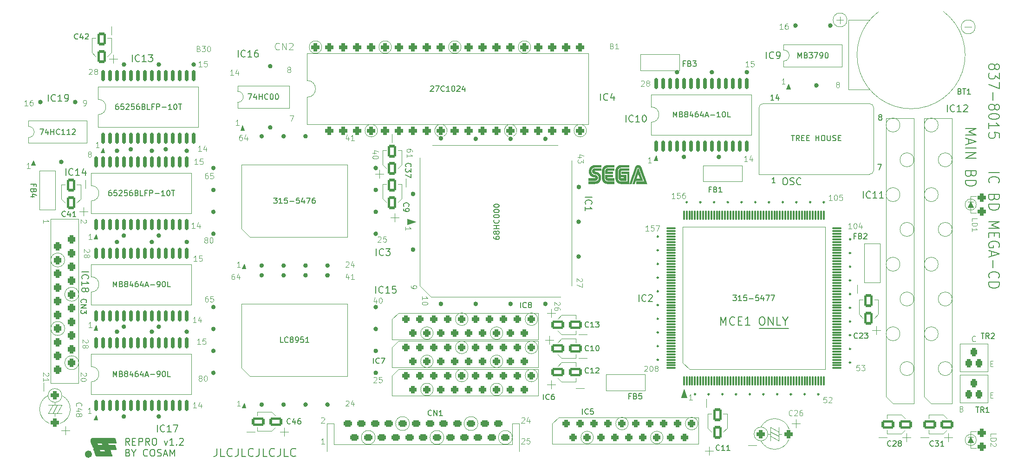
<source format=gto>
G04 #@! TF.GenerationSoftware,KiCad,Pcbnew,7.0.2-0*
G04 #@! TF.CreationDate,2023-08-03T14:28:36+02:00*
G04 #@! TF.ProjectId,MegaCD,4d656761-4344-42e6-9b69-6361645f7063,rev?*
G04 #@! TF.SameCoordinates,Original*
G04 #@! TF.FileFunction,Legend,Top*
G04 #@! TF.FilePolarity,Positive*
%FSLAX46Y46*%
G04 Gerber Fmt 4.6, Leading zero omitted, Abs format (unit mm)*
G04 Created by KiCad (PCBNEW 7.0.2-0) date 2023-08-03 14:28:36*
%MOMM*%
%LPD*%
G01*
G04 APERTURE LIST*
G04 Aperture macros list*
%AMRoundRect*
0 Rectangle with rounded corners*
0 $1 Rounding radius*
0 $2 $3 $4 $5 $6 $7 $8 $9 X,Y pos of 4 corners*
0 Add a 4 corners polygon primitive as box body*
4,1,4,$2,$3,$4,$5,$6,$7,$8,$9,$2,$3,0*
0 Add four circle primitives for the rounded corners*
1,1,$1+$1,$2,$3*
1,1,$1+$1,$4,$5*
1,1,$1+$1,$6,$7*
1,1,$1+$1,$8,$9*
0 Add four rect primitives between the rounded corners*
20,1,$1+$1,$2,$3,$4,$5,0*
20,1,$1+$1,$4,$5,$6,$7,0*
20,1,$1+$1,$6,$7,$8,$9,0*
20,1,$1+$1,$8,$9,$2,$3,0*%
G04 Aperture macros list end*
%ADD10C,0.150000*%
%ADD11C,0.667969*%
%ADD12C,0.011906*%
%ADD13C,0.200000*%
%ADD14C,0.100000*%
%ADD15C,0.120000*%
%ADD16C,0.409210*%
%ADD17C,0.250000*%
%ADD18C,2.769316*%
%ADD19R,1.600000X1.600000*%
%ADD20C,1.600000*%
%ADD21R,0.600000X1.500000*%
%ADD22R,1.400000X1.400000*%
%ADD23O,1.400000X1.400000*%
%ADD24RoundRect,0.250000X-0.947000X-0.550000X0.947000X-0.550000X0.947000X0.550000X-0.947000X0.550000X0*%
%ADD25R,1.600000X1.200000*%
%ADD26RoundRect,0.300000X0.500000X-0.300000X0.500000X0.300000X-0.500000X0.300000X-0.500000X-0.300000X0*%
%ADD27RoundRect,0.150000X0.150000X-0.850000X0.150000X0.850000X-0.150000X0.850000X-0.150000X-0.850000X0*%
%ADD28R,1.400000X1.300000*%
%ADD29RoundRect,0.325000X0.375000X-0.325000X0.375000X0.325000X-0.375000X0.325000X-0.375000X-0.325000X0*%
%ADD30RoundRect,0.250000X0.550000X-0.947000X0.550000X0.947000X-0.550000X0.947000X-0.550000X-0.947000X0*%
%ADD31RoundRect,0.375000X-0.375000X0.375000X-0.375000X-0.375000X0.375000X-0.375000X0.375000X0.375000X0*%
%ADD32RoundRect,0.375000X0.375000X-0.375000X0.375000X0.375000X-0.375000X0.375000X-0.375000X-0.375000X0*%
%ADD33C,0.750000*%
%ADD34R,0.500000X3.160000*%
%ADD35R,3.160000X0.500000*%
%ADD36R,1.400000X1.600000*%
%ADD37RoundRect,0.350000X-0.350000X-0.450000X0.350000X-0.450000X0.350000X0.450000X-0.350000X0.450000X0*%
%ADD38RoundRect,0.300000X0.300000X-0.450000X0.300000X0.450000X-0.300000X0.450000X-0.300000X-0.450000X0*%
%ADD39O,2.000000X2.000000*%
%ADD40R,1.778000X8.000000*%
%ADD41RoundRect,0.375000X-0.375000X-0.375000X0.375000X-0.375000X0.375000X0.375000X-0.375000X0.375000X0*%
%ADD42RoundRect,0.250000X0.947000X0.550000X-0.947000X0.550000X-0.947000X-0.550000X0.947000X-0.550000X0*%
%ADD43R,2.425000X0.700000*%
%ADD44R,0.700000X2.425000*%
%ADD45RoundRect,0.075000X0.075000X-0.787500X0.075000X0.787500X-0.075000X0.787500X-0.075000X-0.787500X0*%
%ADD46RoundRect,0.075000X0.787500X-0.075000X0.787500X0.075000X-0.787500X0.075000X-0.787500X-0.075000X0*%
G04 APERTURE END LIST*
D10*
X185039000Y-108712000D02*
X190373000Y-108712000D01*
D11*
X63071984Y-131699000D02*
G75*
G03*
X63071984Y-131699000I-333984J0D01*
G01*
D12*
X67437000Y-128762909D02*
X67445518Y-128763798D01*
X67453991Y-128765251D01*
X67462408Y-128767242D01*
X67470758Y-128769747D01*
X67479031Y-128772742D01*
X67487215Y-128776202D01*
X67495302Y-128780104D01*
X67503279Y-128784422D01*
X67511136Y-128789132D01*
X67518863Y-128794210D01*
X67526449Y-128799632D01*
X67541155Y-128811407D01*
X67555171Y-128824264D01*
X67568411Y-128838006D01*
X67580790Y-128852438D01*
X67592224Y-128867365D01*
X67602628Y-128882593D01*
X67611917Y-128897925D01*
X67620007Y-128913166D01*
X67626812Y-128928122D01*
X67632248Y-128942596D01*
X67812260Y-129482610D01*
X67815594Y-129493749D01*
X67818070Y-129504528D01*
X67819721Y-129514948D01*
X67820580Y-129525009D01*
X67820680Y-129534712D01*
X67820054Y-129544056D01*
X67818733Y-129553042D01*
X67816752Y-129561671D01*
X67814142Y-129569942D01*
X67810937Y-129577857D01*
X67807169Y-129585416D01*
X67802871Y-129592619D01*
X67798076Y-129599467D01*
X67792817Y-129605960D01*
X67787125Y-129612098D01*
X67781035Y-129617882D01*
X67774578Y-129623312D01*
X67767788Y-129628389D01*
X67760698Y-129633113D01*
X67753339Y-129637485D01*
X67745745Y-129641504D01*
X67737949Y-129645172D01*
X67721881Y-129651455D01*
X67705395Y-129656335D01*
X67688756Y-129659817D01*
X67672223Y-129661904D01*
X67656061Y-129662599D01*
X66252262Y-129662599D01*
X66372255Y-130022600D01*
X67409703Y-130022600D01*
X67421903Y-130022861D01*
X67433653Y-130023633D01*
X67444964Y-130024899D01*
X67455849Y-130026643D01*
X67466318Y-130028849D01*
X67476381Y-130031500D01*
X67486051Y-130034579D01*
X67495338Y-130038071D01*
X67504253Y-130041957D01*
X67512808Y-130046223D01*
X67521013Y-130050852D01*
X67528880Y-130055826D01*
X67536420Y-130061131D01*
X67543644Y-130066748D01*
X67550562Y-130072662D01*
X67557186Y-130078856D01*
X67563528Y-130085314D01*
X67569597Y-130092019D01*
X67580966Y-130106104D01*
X67591380Y-130120981D01*
X67600929Y-130136516D01*
X67609702Y-130152579D01*
X67617786Y-130169037D01*
X67625272Y-130185759D01*
X67632248Y-130202612D01*
X67812260Y-130652608D01*
X67818357Y-130669461D01*
X67823042Y-130686182D01*
X67826153Y-130702639D01*
X67827069Y-130710727D01*
X67827531Y-130718700D01*
X67827520Y-130726541D01*
X67827015Y-130734234D01*
X67825997Y-130741762D01*
X67824444Y-130749108D01*
X67822339Y-130756257D01*
X67819659Y-130763192D01*
X67816386Y-130769896D01*
X67812499Y-130776352D01*
X67807978Y-130782545D01*
X67802803Y-130788458D01*
X67796954Y-130794074D01*
X67790410Y-130799378D01*
X67783153Y-130804351D01*
X67775162Y-130808979D01*
X67766416Y-130813244D01*
X67756896Y-130817130D01*
X67746582Y-130820620D01*
X67735453Y-130823699D01*
X67723490Y-130826349D01*
X67710673Y-130828554D01*
X67696980Y-130830298D01*
X67682394Y-130831564D01*
X67666892Y-130832336D01*
X67650456Y-130832597D01*
X66668307Y-130832597D01*
X66970753Y-131739914D01*
X66992042Y-131802809D01*
X67001794Y-131832639D01*
X67010356Y-131861191D01*
X67017281Y-131888315D01*
X67019990Y-131901296D01*
X67022123Y-131913864D01*
X67023623Y-131926001D01*
X67024434Y-131937687D01*
X67024502Y-131948905D01*
X67023769Y-131959636D01*
X67022181Y-131969861D01*
X67019681Y-131979561D01*
X67016213Y-131988719D01*
X67011722Y-131997314D01*
X67006152Y-132005329D01*
X66999447Y-132012745D01*
X66991551Y-132019543D01*
X66982409Y-132025704D01*
X66971964Y-132031211D01*
X66960160Y-132036044D01*
X66946943Y-132040184D01*
X66932256Y-132043613D01*
X66916043Y-132046313D01*
X66898248Y-132048265D01*
X66878816Y-132049449D01*
X66857690Y-132049848D01*
X64350262Y-132049848D01*
X64335234Y-132049488D01*
X64320286Y-132048420D01*
X64305435Y-132046663D01*
X64290697Y-132044235D01*
X64276089Y-132041155D01*
X64261626Y-132037443D01*
X64247325Y-132033115D01*
X64233202Y-132028192D01*
X64219275Y-132022692D01*
X64205558Y-132016633D01*
X64192069Y-132010035D01*
X64178823Y-132002915D01*
X64165838Y-131995293D01*
X64153129Y-131987187D01*
X64140713Y-131978617D01*
X64128606Y-131969600D01*
X64105384Y-131950301D01*
X64083595Y-131929441D01*
X64063369Y-131907170D01*
X64044837Y-131883636D01*
X64028129Y-131858989D01*
X64020501Y-131846295D01*
X64013377Y-131833378D01*
X64006775Y-131820259D01*
X64000711Y-131806954D01*
X63995201Y-131793483D01*
X63990261Y-131779865D01*
X63684123Y-130913046D01*
X63678626Y-130896773D01*
X63673662Y-130880582D01*
X63669244Y-130864490D01*
X63665384Y-130848510D01*
X63663602Y-130839922D01*
X64742122Y-130839922D01*
X64857254Y-131199923D01*
X65757269Y-131199923D01*
X65642137Y-130839922D01*
X64742122Y-130839922D01*
X63663602Y-130839922D01*
X63662095Y-130832658D01*
X63659389Y-130816950D01*
X63657279Y-130801401D01*
X63655777Y-130786025D01*
X63654895Y-130770837D01*
X63654646Y-130755854D01*
X63655042Y-130741090D01*
X63656096Y-130726560D01*
X63657820Y-130712280D01*
X63660226Y-130698264D01*
X63663327Y-130684529D01*
X63667135Y-130671088D01*
X63671663Y-130657957D01*
X63676924Y-130645152D01*
X63682928Y-130632687D01*
X63689690Y-130620577D01*
X63697221Y-130608839D01*
X63705534Y-130597486D01*
X63714640Y-130586535D01*
X63724554Y-130576000D01*
X63735286Y-130565896D01*
X63746850Y-130556239D01*
X63759257Y-130547043D01*
X63772521Y-130538325D01*
X63786654Y-130530098D01*
X63801667Y-130522379D01*
X63817574Y-130515183D01*
X63834387Y-130508523D01*
X63814193Y-130507462D01*
X63794645Y-130505930D01*
X63775732Y-130503936D01*
X63757446Y-130501486D01*
X63739778Y-130498588D01*
X63722719Y-130495249D01*
X63706260Y-130491475D01*
X63690391Y-130487274D01*
X63675104Y-130482654D01*
X63660389Y-130477620D01*
X63646238Y-130472181D01*
X63632641Y-130466344D01*
X63619590Y-130460114D01*
X63607075Y-130453501D01*
X63595087Y-130446510D01*
X63583618Y-130439150D01*
X63572657Y-130431426D01*
X63562197Y-130423347D01*
X63552228Y-130414919D01*
X63542741Y-130406149D01*
X63533727Y-130397045D01*
X63525177Y-130387613D01*
X63517082Y-130377862D01*
X63509432Y-130367797D01*
X63502220Y-130357426D01*
X63495435Y-130346757D01*
X63489068Y-130335796D01*
X63483112Y-130324550D01*
X63477556Y-130313027D01*
X63472391Y-130301233D01*
X63463200Y-130276864D01*
X63254550Y-129662599D01*
X64289684Y-129662599D01*
X64404817Y-130022600D01*
X65304832Y-130022600D01*
X65189699Y-129662599D01*
X64289684Y-129662599D01*
X63254550Y-129662599D01*
X63132267Y-129302598D01*
X63124539Y-129277444D01*
X63118417Y-129252321D01*
X63113863Y-129227279D01*
X63110839Y-129202368D01*
X63109306Y-129177638D01*
X63109227Y-129153140D01*
X63110563Y-129128925D01*
X63113276Y-129105042D01*
X63117328Y-129081542D01*
X63122681Y-129058475D01*
X63129296Y-129035892D01*
X63137136Y-129013843D01*
X63146162Y-128992378D01*
X63156335Y-128971549D01*
X63167619Y-128951405D01*
X63179975Y-128931996D01*
X63193364Y-128913373D01*
X63207748Y-128895587D01*
X63223089Y-128878687D01*
X63239350Y-128862724D01*
X63256491Y-128847749D01*
X63274476Y-128833812D01*
X63293264Y-128820963D01*
X63312819Y-128809253D01*
X63333102Y-128798732D01*
X63354076Y-128789450D01*
X63375701Y-128781458D01*
X63397939Y-128774806D01*
X63420754Y-128769545D01*
X63444105Y-128765724D01*
X63467956Y-128763395D01*
X63492268Y-128762607D01*
X67428447Y-128762607D01*
X67437000Y-128762909D01*
G36*
X67437000Y-128762909D02*
G01*
X67445518Y-128763798D01*
X67453991Y-128765251D01*
X67462408Y-128767242D01*
X67470758Y-128769747D01*
X67479031Y-128772742D01*
X67487215Y-128776202D01*
X67495302Y-128780104D01*
X67503279Y-128784422D01*
X67511136Y-128789132D01*
X67518863Y-128794210D01*
X67526449Y-128799632D01*
X67541155Y-128811407D01*
X67555171Y-128824264D01*
X67568411Y-128838006D01*
X67580790Y-128852438D01*
X67592224Y-128867365D01*
X67602628Y-128882593D01*
X67611917Y-128897925D01*
X67620007Y-128913166D01*
X67626812Y-128928122D01*
X67632248Y-128942596D01*
X67812260Y-129482610D01*
X67815594Y-129493749D01*
X67818070Y-129504528D01*
X67819721Y-129514948D01*
X67820580Y-129525009D01*
X67820680Y-129534712D01*
X67820054Y-129544056D01*
X67818733Y-129553042D01*
X67816752Y-129561671D01*
X67814142Y-129569942D01*
X67810937Y-129577857D01*
X67807169Y-129585416D01*
X67802871Y-129592619D01*
X67798076Y-129599467D01*
X67792817Y-129605960D01*
X67787125Y-129612098D01*
X67781035Y-129617882D01*
X67774578Y-129623312D01*
X67767788Y-129628389D01*
X67760698Y-129633113D01*
X67753339Y-129637485D01*
X67745745Y-129641504D01*
X67737949Y-129645172D01*
X67721881Y-129651455D01*
X67705395Y-129656335D01*
X67688756Y-129659817D01*
X67672223Y-129661904D01*
X67656061Y-129662599D01*
X66252262Y-129662599D01*
X66372255Y-130022600D01*
X67409703Y-130022600D01*
X67421903Y-130022861D01*
X67433653Y-130023633D01*
X67444964Y-130024899D01*
X67455849Y-130026643D01*
X67466318Y-130028849D01*
X67476381Y-130031500D01*
X67486051Y-130034579D01*
X67495338Y-130038071D01*
X67504253Y-130041957D01*
X67512808Y-130046223D01*
X67521013Y-130050852D01*
X67528880Y-130055826D01*
X67536420Y-130061131D01*
X67543644Y-130066748D01*
X67550562Y-130072662D01*
X67557186Y-130078856D01*
X67563528Y-130085314D01*
X67569597Y-130092019D01*
X67580966Y-130106104D01*
X67591380Y-130120981D01*
X67600929Y-130136516D01*
X67609702Y-130152579D01*
X67617786Y-130169037D01*
X67625272Y-130185759D01*
X67632248Y-130202612D01*
X67812260Y-130652608D01*
X67818357Y-130669461D01*
X67823042Y-130686182D01*
X67826153Y-130702639D01*
X67827069Y-130710727D01*
X67827531Y-130718700D01*
X67827520Y-130726541D01*
X67827015Y-130734234D01*
X67825997Y-130741762D01*
X67824444Y-130749108D01*
X67822339Y-130756257D01*
X67819659Y-130763192D01*
X67816386Y-130769896D01*
X67812499Y-130776352D01*
X67807978Y-130782545D01*
X67802803Y-130788458D01*
X67796954Y-130794074D01*
X67790410Y-130799378D01*
X67783153Y-130804351D01*
X67775162Y-130808979D01*
X67766416Y-130813244D01*
X67756896Y-130817130D01*
X67746582Y-130820620D01*
X67735453Y-130823699D01*
X67723490Y-130826349D01*
X67710673Y-130828554D01*
X67696980Y-130830298D01*
X67682394Y-130831564D01*
X67666892Y-130832336D01*
X67650456Y-130832597D01*
X66668307Y-130832597D01*
X66970753Y-131739914D01*
X66992042Y-131802809D01*
X67001794Y-131832639D01*
X67010356Y-131861191D01*
X67017281Y-131888315D01*
X67019990Y-131901296D01*
X67022123Y-131913864D01*
X67023623Y-131926001D01*
X67024434Y-131937687D01*
X67024502Y-131948905D01*
X67023769Y-131959636D01*
X67022181Y-131969861D01*
X67019681Y-131979561D01*
X67016213Y-131988719D01*
X67011722Y-131997314D01*
X67006152Y-132005329D01*
X66999447Y-132012745D01*
X66991551Y-132019543D01*
X66982409Y-132025704D01*
X66971964Y-132031211D01*
X66960160Y-132036044D01*
X66946943Y-132040184D01*
X66932256Y-132043613D01*
X66916043Y-132046313D01*
X66898248Y-132048265D01*
X66878816Y-132049449D01*
X66857690Y-132049848D01*
X64350262Y-132049848D01*
X64335234Y-132049488D01*
X64320286Y-132048420D01*
X64305435Y-132046663D01*
X64290697Y-132044235D01*
X64276089Y-132041155D01*
X64261626Y-132037443D01*
X64247325Y-132033115D01*
X64233202Y-132028192D01*
X64219275Y-132022692D01*
X64205558Y-132016633D01*
X64192069Y-132010035D01*
X64178823Y-132002915D01*
X64165838Y-131995293D01*
X64153129Y-131987187D01*
X64140713Y-131978617D01*
X64128606Y-131969600D01*
X64105384Y-131950301D01*
X64083595Y-131929441D01*
X64063369Y-131907170D01*
X64044837Y-131883636D01*
X64028129Y-131858989D01*
X64020501Y-131846295D01*
X64013377Y-131833378D01*
X64006775Y-131820259D01*
X64000711Y-131806954D01*
X63995201Y-131793483D01*
X63990261Y-131779865D01*
X63684123Y-130913046D01*
X63678626Y-130896773D01*
X63673662Y-130880582D01*
X63669244Y-130864490D01*
X63665384Y-130848510D01*
X63663602Y-130839922D01*
X64742122Y-130839922D01*
X64857254Y-131199923D01*
X65757269Y-131199923D01*
X65642137Y-130839922D01*
X64742122Y-130839922D01*
X63663602Y-130839922D01*
X63662095Y-130832658D01*
X63659389Y-130816950D01*
X63657279Y-130801401D01*
X63655777Y-130786025D01*
X63654895Y-130770837D01*
X63654646Y-130755854D01*
X63655042Y-130741090D01*
X63656096Y-130726560D01*
X63657820Y-130712280D01*
X63660226Y-130698264D01*
X63663327Y-130684529D01*
X63667135Y-130671088D01*
X63671663Y-130657957D01*
X63676924Y-130645152D01*
X63682928Y-130632687D01*
X63689690Y-130620577D01*
X63697221Y-130608839D01*
X63705534Y-130597486D01*
X63714640Y-130586535D01*
X63724554Y-130576000D01*
X63735286Y-130565896D01*
X63746850Y-130556239D01*
X63759257Y-130547043D01*
X63772521Y-130538325D01*
X63786654Y-130530098D01*
X63801667Y-130522379D01*
X63817574Y-130515183D01*
X63834387Y-130508523D01*
X63814193Y-130507462D01*
X63794645Y-130505930D01*
X63775732Y-130503936D01*
X63757446Y-130501486D01*
X63739778Y-130498588D01*
X63722719Y-130495249D01*
X63706260Y-130491475D01*
X63690391Y-130487274D01*
X63675104Y-130482654D01*
X63660389Y-130477620D01*
X63646238Y-130472181D01*
X63632641Y-130466344D01*
X63619590Y-130460114D01*
X63607075Y-130453501D01*
X63595087Y-130446510D01*
X63583618Y-130439150D01*
X63572657Y-130431426D01*
X63562197Y-130423347D01*
X63552228Y-130414919D01*
X63542741Y-130406149D01*
X63533727Y-130397045D01*
X63525177Y-130387613D01*
X63517082Y-130377862D01*
X63509432Y-130367797D01*
X63502220Y-130357426D01*
X63495435Y-130346757D01*
X63489068Y-130335796D01*
X63483112Y-130324550D01*
X63477556Y-130313027D01*
X63472391Y-130301233D01*
X63463200Y-130276864D01*
X63254550Y-129662599D01*
X64289684Y-129662599D01*
X64404817Y-130022600D01*
X65304832Y-130022600D01*
X65189699Y-129662599D01*
X64289684Y-129662599D01*
X63254550Y-129662599D01*
X63132267Y-129302598D01*
X63124539Y-129277444D01*
X63118417Y-129252321D01*
X63113863Y-129227279D01*
X63110839Y-129202368D01*
X63109306Y-129177638D01*
X63109227Y-129153140D01*
X63110563Y-129128925D01*
X63113276Y-129105042D01*
X63117328Y-129081542D01*
X63122681Y-129058475D01*
X63129296Y-129035892D01*
X63137136Y-129013843D01*
X63146162Y-128992378D01*
X63156335Y-128971549D01*
X63167619Y-128951405D01*
X63179975Y-128931996D01*
X63193364Y-128913373D01*
X63207748Y-128895587D01*
X63223089Y-128878687D01*
X63239350Y-128862724D01*
X63256491Y-128847749D01*
X63274476Y-128833812D01*
X63293264Y-128820963D01*
X63312819Y-128809253D01*
X63333102Y-128798732D01*
X63354076Y-128789450D01*
X63375701Y-128781458D01*
X63397939Y-128774806D01*
X63420754Y-128769545D01*
X63444105Y-128765724D01*
X63467956Y-128763395D01*
X63492268Y-128762607D01*
X67428447Y-128762607D01*
X67437000Y-128762909D01*
G37*
D10*
G36*
X155095144Y-79995189D02*
G01*
X155070109Y-79999616D01*
X155051180Y-80012897D01*
X155038343Y-80034943D01*
X155035304Y-80055029D01*
X155038964Y-80079252D01*
X155045685Y-80095329D01*
X155063240Y-80113552D01*
X155077436Y-80118532D01*
X155103692Y-80124791D01*
X155128269Y-80130324D01*
X155156035Y-80136481D01*
X155160479Y-80137461D01*
X155188164Y-80143607D01*
X155212251Y-80149025D01*
X155237263Y-80154710D01*
X155263199Y-80160664D01*
X155290059Y-80166887D01*
X155317843Y-80173377D01*
X155323511Y-80174708D01*
X155352178Y-80181345D01*
X155380934Y-80188280D01*
X155409780Y-80195513D01*
X155438715Y-80203044D01*
X155467740Y-80210873D01*
X155496854Y-80219001D01*
X155508525Y-80222335D01*
X155536631Y-80230495D01*
X155562561Y-80238566D01*
X155586315Y-80246548D01*
X155611946Y-80256007D01*
X155637888Y-80266881D01*
X155650796Y-80273016D01*
X155677148Y-80288357D01*
X155703385Y-80304462D01*
X155729508Y-80321330D01*
X155755516Y-80338961D01*
X155781409Y-80357356D01*
X155807188Y-80376513D01*
X155832853Y-80396435D01*
X155852026Y-80411876D01*
X155858403Y-80417119D01*
X155877335Y-80433213D01*
X155895891Y-80449898D01*
X155914071Y-80467174D01*
X155931876Y-80485039D01*
X155949305Y-80503495D01*
X155966359Y-80522542D01*
X155983036Y-80542178D01*
X155999339Y-80562405D01*
X156015265Y-80583222D01*
X156030816Y-80604630D01*
X156040974Y-80619230D01*
X156055917Y-80641664D01*
X156070291Y-80664775D01*
X156084096Y-80688562D01*
X156097332Y-80713025D01*
X156109999Y-80738164D01*
X156122097Y-80763979D01*
X156133626Y-80790471D01*
X156144587Y-80817639D01*
X156154978Y-80845483D01*
X156164801Y-80874003D01*
X156171034Y-80893392D01*
X156179873Y-80923093D01*
X156187842Y-80953578D01*
X156194942Y-80984846D01*
X156201173Y-81016897D01*
X156206534Y-81049732D01*
X156211026Y-81083351D01*
X156214649Y-81117753D01*
X156217402Y-81152939D01*
X156219285Y-81188908D01*
X156220058Y-81213322D01*
X156220445Y-81238085D01*
X156220493Y-81250598D01*
X156220157Y-81280312D01*
X156219148Y-81309769D01*
X156217466Y-81338969D01*
X156215112Y-81367910D01*
X156212085Y-81396595D01*
X156208386Y-81425021D01*
X156204014Y-81453190D01*
X156198969Y-81481102D01*
X156193252Y-81508756D01*
X156186862Y-81536152D01*
X156179799Y-81563290D01*
X156172064Y-81590171D01*
X156163656Y-81616795D01*
X156154576Y-81643161D01*
X156144823Y-81669269D01*
X156134397Y-81695120D01*
X156123394Y-81720629D01*
X156111910Y-81745714D01*
X156099943Y-81770374D01*
X156087495Y-81794610D01*
X156074565Y-81818422D01*
X156061153Y-81841808D01*
X156047259Y-81864771D01*
X156032884Y-81887308D01*
X156018027Y-81909421D01*
X156002687Y-81931110D01*
X155986866Y-81952374D01*
X155970564Y-81973213D01*
X155953779Y-81993628D01*
X155936513Y-82013618D01*
X155918765Y-82033184D01*
X155900535Y-82052325D01*
X155881852Y-82070932D01*
X155862744Y-82089047D01*
X155843212Y-82106671D01*
X155823255Y-82123804D01*
X155802873Y-82140445D01*
X155782067Y-82156595D01*
X155760837Y-82172254D01*
X155739182Y-82187422D01*
X155717102Y-82202098D01*
X155694598Y-82216282D01*
X155671669Y-82229976D01*
X155648316Y-82243178D01*
X155624538Y-82255888D01*
X155600335Y-82268108D01*
X155575708Y-82279835D01*
X155550657Y-82291072D01*
X155525276Y-82301720D01*
X155499662Y-82311680D01*
X155473813Y-82320954D01*
X155447731Y-82329540D01*
X155421416Y-82337440D01*
X155394866Y-82344653D01*
X155368083Y-82351179D01*
X155341066Y-82357018D01*
X155313815Y-82362170D01*
X155286331Y-82366635D01*
X155258613Y-82370413D01*
X155230661Y-82373504D01*
X155202475Y-82375908D01*
X155174055Y-82377626D01*
X155145402Y-82378656D01*
X155116515Y-82379000D01*
X153924000Y-82379000D01*
X153924000Y-81910053D01*
X155116515Y-81910053D01*
X155143985Y-81909624D01*
X155170983Y-81908336D01*
X155197509Y-81906189D01*
X155223562Y-81903184D01*
X155249143Y-81899320D01*
X155274252Y-81894597D01*
X155298889Y-81889016D01*
X155323053Y-81882576D01*
X155346745Y-81875277D01*
X155369965Y-81867120D01*
X155385182Y-81861205D01*
X155407670Y-81851598D01*
X155436736Y-81837755D01*
X155464753Y-81822728D01*
X155491720Y-81806518D01*
X155517637Y-81789126D01*
X155542505Y-81770550D01*
X155566323Y-81750791D01*
X155589092Y-81729849D01*
X155594621Y-81724429D01*
X155615973Y-81701932D01*
X155636066Y-81678404D01*
X155654899Y-81653846D01*
X155672473Y-81628258D01*
X155688788Y-81601639D01*
X155703843Y-81573990D01*
X155717639Y-81545311D01*
X155730175Y-81515601D01*
X155738687Y-81492619D01*
X155746361Y-81469240D01*
X155753198Y-81445464D01*
X155759198Y-81421291D01*
X155764361Y-81396720D01*
X155768687Y-81371753D01*
X155772175Y-81346388D01*
X155774826Y-81320627D01*
X155776640Y-81294468D01*
X155777617Y-81267912D01*
X155777803Y-81249987D01*
X155777212Y-81216345D01*
X155775441Y-81183884D01*
X155772490Y-81152603D01*
X155768357Y-81122504D01*
X155763044Y-81093584D01*
X155756551Y-81065846D01*
X155748876Y-81039288D01*
X155740021Y-81013911D01*
X155729986Y-80989714D01*
X155718769Y-80966699D01*
X155710636Y-80952011D01*
X155697872Y-80930676D01*
X155684540Y-80910179D01*
X155665878Y-80884152D01*
X155646205Y-80859613D01*
X155625521Y-80836563D01*
X155603825Y-80815001D01*
X155581118Y-80794927D01*
X155557400Y-80776342D01*
X155545161Y-80767607D01*
X155520336Y-80750921D01*
X155495015Y-80735360D01*
X155469198Y-80720924D01*
X155442885Y-80707615D01*
X155416075Y-80695432D01*
X155388770Y-80684374D01*
X155360968Y-80674442D01*
X155332670Y-80665636D01*
X155304420Y-80657440D01*
X155276761Y-80649646D01*
X155249694Y-80642252D01*
X155223219Y-80635258D01*
X155197335Y-80628666D01*
X155172042Y-80622474D01*
X155147341Y-80616682D01*
X155123232Y-80611292D01*
X155096909Y-80605711D01*
X155070758Y-80599652D01*
X155044778Y-80593117D01*
X155018971Y-80586104D01*
X154993335Y-80578615D01*
X154967871Y-80570648D01*
X154942578Y-80562205D01*
X154917457Y-80553284D01*
X154892775Y-80543572D01*
X154868800Y-80533058D01*
X154845530Y-80521743D01*
X154822966Y-80509626D01*
X154801108Y-80496708D01*
X154779956Y-80482988D01*
X154759510Y-80468467D01*
X154739771Y-80453145D01*
X154720994Y-80436782D01*
X154703134Y-80419447D01*
X154686190Y-80401138D01*
X154670161Y-80381856D01*
X154655049Y-80361601D01*
X154640852Y-80340373D01*
X154627572Y-80318172D01*
X154615207Y-80294997D01*
X154604044Y-80270621D01*
X154594370Y-80244813D01*
X154586184Y-80217574D01*
X154579486Y-80188904D01*
X154574277Y-80158803D01*
X154570556Y-80127271D01*
X154568742Y-80102683D01*
X154567765Y-80077290D01*
X154567579Y-80059914D01*
X154567918Y-80035141D01*
X154569420Y-80003046D01*
X154572125Y-79972020D01*
X154576032Y-79942062D01*
X154581141Y-79913172D01*
X154587452Y-79885352D01*
X154594965Y-79858599D01*
X154603681Y-79832916D01*
X154606048Y-79826662D01*
X154616275Y-79802152D01*
X154627419Y-79778691D01*
X154639478Y-79756280D01*
X154652454Y-79734918D01*
X154666345Y-79714606D01*
X154684997Y-79690691D01*
X154705080Y-79668417D01*
X154713515Y-79659966D01*
X154735497Y-79639811D01*
X154758702Y-79621326D01*
X154783129Y-79604510D01*
X154808779Y-79589365D01*
X154835651Y-79575888D01*
X154863745Y-79564082D01*
X154875325Y-79559826D01*
X154898920Y-79551955D01*
X154922991Y-79545134D01*
X154947539Y-79539362D01*
X154972565Y-79534639D01*
X154998067Y-79530966D01*
X155024046Y-79528342D01*
X155050503Y-79526768D01*
X155077436Y-79526243D01*
X156241864Y-79526243D01*
X156241864Y-79991526D01*
X155095144Y-79995189D01*
G37*
G36*
X155078047Y-79409006D02*
G01*
X155051149Y-79409441D01*
X155024724Y-79410745D01*
X154998771Y-79412919D01*
X154973290Y-79415962D01*
X154948281Y-79419874D01*
X154923745Y-79424656D01*
X154899681Y-79430307D01*
X154876089Y-79436827D01*
X154845367Y-79446874D01*
X154815486Y-79458466D01*
X154786577Y-79471288D01*
X154758776Y-79485332D01*
X154732081Y-79500598D01*
X154706493Y-79517084D01*
X154682011Y-79534792D01*
X154658636Y-79553720D01*
X154636368Y-79573870D01*
X154615207Y-79595242D01*
X154595171Y-79617605D01*
X154576281Y-79641037D01*
X154558535Y-79665538D01*
X154541934Y-79691107D01*
X154526478Y-79717745D01*
X154512167Y-79745451D01*
X154499001Y-79774226D01*
X154486979Y-79804069D01*
X154476246Y-79834657D01*
X154469135Y-79858073D01*
X154462829Y-79881898D01*
X154457328Y-79906130D01*
X154452633Y-79930770D01*
X154448742Y-79955818D01*
X154445656Y-79981274D01*
X154443375Y-80007138D01*
X154441899Y-80033410D01*
X154441228Y-80060089D01*
X154441184Y-80069073D01*
X154441645Y-80097013D01*
X154443030Y-80124278D01*
X154445338Y-80150866D01*
X154448568Y-80176778D01*
X154452722Y-80202014D01*
X154457799Y-80226574D01*
X154463799Y-80250457D01*
X154473235Y-80281250D01*
X154484311Y-80310840D01*
X154493696Y-80332244D01*
X154507435Y-80359846D01*
X154522089Y-80386474D01*
X154537660Y-80412129D01*
X154554146Y-80436811D01*
X154571548Y-80460520D01*
X154589867Y-80483255D01*
X154609101Y-80505018D01*
X154629251Y-80525807D01*
X154650164Y-80545442D01*
X154671688Y-80564046D01*
X154693822Y-80581620D01*
X154716568Y-80598164D01*
X154739923Y-80613677D01*
X154763890Y-80628160D01*
X154788467Y-80641612D01*
X154813654Y-80654034D01*
X154839099Y-80665331D01*
X154864449Y-80675711D01*
X154889703Y-80685175D01*
X154914862Y-80693724D01*
X154939926Y-80701356D01*
X154964894Y-80708073D01*
X154989767Y-80713874D01*
X155014544Y-80718759D01*
X155044552Y-80724415D01*
X155069182Y-80729390D01*
X155094365Y-80734766D01*
X155120101Y-80740543D01*
X155146390Y-80746721D01*
X155173233Y-80753299D01*
X155200629Y-80760278D01*
X155221540Y-80765775D01*
X155249494Y-80773694D01*
X155276876Y-80782491D01*
X155303685Y-80792165D01*
X155329922Y-80802717D01*
X155355587Y-80814147D01*
X155380679Y-80826455D01*
X155405199Y-80839640D01*
X155429146Y-80853703D01*
X155452454Y-80868835D01*
X155474751Y-80885226D01*
X155496036Y-80902876D01*
X155516310Y-80921786D01*
X155535573Y-80941955D01*
X155553824Y-80963383D01*
X155571064Y-80986071D01*
X155587293Y-81010018D01*
X155602177Y-81035416D01*
X155615076Y-81062454D01*
X155625991Y-81091134D01*
X155634921Y-81121454D01*
X155641866Y-81153416D01*
X155645773Y-81178464D01*
X155648564Y-81204435D01*
X155650238Y-81231329D01*
X155650796Y-81259146D01*
X155650426Y-81283924D01*
X155648780Y-81316043D01*
X155645818Y-81347112D01*
X155641539Y-81377132D01*
X155635943Y-81406103D01*
X155629031Y-81434024D01*
X155620802Y-81460895D01*
X155611257Y-81486717D01*
X155608665Y-81493009D01*
X155597635Y-81517385D01*
X155585614Y-81540750D01*
X155572601Y-81563104D01*
X155558595Y-81584447D01*
X155543597Y-81604778D01*
X155527606Y-81624098D01*
X155510624Y-81642407D01*
X155492649Y-81659704D01*
X155473816Y-81675828D01*
X155454257Y-81690922D01*
X155433974Y-81704985D01*
X155412965Y-81718017D01*
X155391231Y-81730020D01*
X155368772Y-81740991D01*
X155345588Y-81750933D01*
X155321679Y-81759844D01*
X155297369Y-81767572D01*
X155272678Y-81774269D01*
X155247605Y-81779937D01*
X155222150Y-81784573D01*
X155196314Y-81788180D01*
X155170096Y-81790756D01*
X155143496Y-81792301D01*
X155116515Y-81792817D01*
X153924000Y-81792817D01*
X153924000Y-81323870D01*
X155074383Y-81323870D01*
X155099266Y-81319138D01*
X155117736Y-81304942D01*
X155130124Y-81283664D01*
X155133612Y-81264031D01*
X155130280Y-81239017D01*
X155118759Y-81217002D01*
X155099010Y-81201069D01*
X155091480Y-81197475D01*
X155065224Y-81191216D01*
X155040189Y-81186140D01*
X155016204Y-81181482D01*
X155007217Y-81179767D01*
X154978823Y-81174265D01*
X154954113Y-81169318D01*
X154928448Y-81164044D01*
X154901830Y-81158442D01*
X154874257Y-81152512D01*
X154845730Y-81146253D01*
X154839910Y-81144963D01*
X154810936Y-81138165D01*
X154782022Y-81131128D01*
X154753167Y-81123854D01*
X154724372Y-81116340D01*
X154695636Y-81108588D01*
X154666960Y-81100598D01*
X154655507Y-81097335D01*
X154627928Y-81089085D01*
X154602436Y-81080746D01*
X154579032Y-81072318D01*
X154553701Y-81062085D01*
X154531376Y-81051724D01*
X154515067Y-81042991D01*
X154489622Y-81028508D01*
X154464272Y-81013148D01*
X154439018Y-80996909D01*
X154413859Y-80979793D01*
X154388796Y-80961799D01*
X154363827Y-80942928D01*
X154338955Y-80923179D01*
X154314177Y-80902551D01*
X154289954Y-80880970D01*
X154272249Y-80864108D01*
X154254941Y-80846667D01*
X154238031Y-80828645D01*
X154221518Y-80810045D01*
X154205402Y-80790864D01*
X154189683Y-80771104D01*
X154174361Y-80750764D01*
X154159436Y-80729845D01*
X154144909Y-80708346D01*
X154140154Y-80701051D01*
X154126330Y-80678617D01*
X154113021Y-80655506D01*
X154100226Y-80631719D01*
X154087948Y-80607256D01*
X154076184Y-80582117D01*
X154064935Y-80556301D01*
X154054202Y-80529810D01*
X154043984Y-80502642D01*
X154034281Y-80474798D01*
X154025093Y-80446278D01*
X154019254Y-80426889D01*
X154011070Y-80397166D01*
X154003691Y-80366617D01*
X153997117Y-80335242D01*
X153991348Y-80303040D01*
X153986383Y-80270012D01*
X153982224Y-80236157D01*
X153978870Y-80201476D01*
X153976321Y-80165968D01*
X153974577Y-80129634D01*
X153973861Y-80104953D01*
X153973503Y-80079903D01*
X153973459Y-80067241D01*
X153973795Y-80037891D01*
X153974804Y-80008766D01*
X153976485Y-79979865D01*
X153978840Y-79951187D01*
X153981866Y-79922735D01*
X153985566Y-79894506D01*
X153989938Y-79866501D01*
X153994983Y-79838721D01*
X154000700Y-79811165D01*
X154007090Y-79783833D01*
X154014152Y-79756726D01*
X154021887Y-79729842D01*
X154030295Y-79703183D01*
X154039376Y-79676748D01*
X154049129Y-79650537D01*
X154059554Y-79624551D01*
X154070557Y-79598896D01*
X154082042Y-79573680D01*
X154094008Y-79548902D01*
X154106457Y-79524564D01*
X154119387Y-79500664D01*
X154132799Y-79477204D01*
X154146692Y-79454182D01*
X154161068Y-79431599D01*
X154175925Y-79409455D01*
X154191264Y-79387750D01*
X154207085Y-79366483D01*
X154223388Y-79345656D01*
X154240172Y-79325267D01*
X154257439Y-79305318D01*
X154275187Y-79285807D01*
X154293417Y-79266735D01*
X154312100Y-79248057D01*
X154331208Y-79229879D01*
X154350740Y-79212203D01*
X154370697Y-79195027D01*
X154391078Y-79178352D01*
X154411884Y-79162178D01*
X154433115Y-79146505D01*
X154454770Y-79131333D01*
X154476849Y-79116662D01*
X154499354Y-79102491D01*
X154522282Y-79088822D01*
X154545636Y-79075653D01*
X154569414Y-79062985D01*
X154593616Y-79050819D01*
X154618243Y-79039153D01*
X154643295Y-79027988D01*
X154668678Y-79017340D01*
X154694299Y-79007380D01*
X154720160Y-78998106D01*
X154746258Y-78989519D01*
X154772596Y-78981620D01*
X154799171Y-78974407D01*
X154825985Y-78967881D01*
X154853038Y-78962042D01*
X154880330Y-78956890D01*
X154907859Y-78952425D01*
X154935628Y-78948647D01*
X154963634Y-78945556D01*
X154991880Y-78943151D01*
X155020364Y-78941434D01*
X155049086Y-78940404D01*
X155078047Y-78940060D01*
X156241864Y-78940060D01*
X156241864Y-79409006D01*
X155078047Y-79409006D01*
G37*
G36*
X156359101Y-79998853D02*
G01*
X156359416Y-79971328D01*
X156360360Y-79944013D01*
X156361934Y-79916908D01*
X156364138Y-79890012D01*
X156366972Y-79863327D01*
X156370435Y-79836851D01*
X156374528Y-79810586D01*
X156379251Y-79784530D01*
X156384603Y-79758684D01*
X156390585Y-79733048D01*
X156397197Y-79707622D01*
X156404438Y-79682406D01*
X156412309Y-79657400D01*
X156420810Y-79632603D01*
X156429941Y-79608017D01*
X156439701Y-79583640D01*
X156450062Y-79559500D01*
X156460843Y-79535774D01*
X156472044Y-79512464D01*
X156483665Y-79489568D01*
X156495705Y-79467088D01*
X156508165Y-79445023D01*
X156521045Y-79423372D01*
X156534345Y-79402137D01*
X156548065Y-79381317D01*
X156562204Y-79360912D01*
X156576763Y-79340921D01*
X156591742Y-79321346D01*
X156607141Y-79302186D01*
X156622959Y-79283441D01*
X156639198Y-79265111D01*
X156655856Y-79247196D01*
X156672965Y-79229645D01*
X156699245Y-79204197D01*
X156726266Y-79179800D01*
X156754028Y-79156455D01*
X156782530Y-79134162D01*
X156811773Y-79112920D01*
X156841757Y-79092731D01*
X156872481Y-79073594D01*
X156903946Y-79055508D01*
X156936151Y-79038474D01*
X156969097Y-79022492D01*
X157002521Y-79007761D01*
X157036159Y-78994478D01*
X157070012Y-78982645D01*
X157104080Y-78972260D01*
X157138362Y-78963325D01*
X157172859Y-78955838D01*
X157207570Y-78949801D01*
X157242497Y-78945212D01*
X157277637Y-78942073D01*
X157312993Y-78940382D01*
X157336683Y-78940060D01*
X158669638Y-78940060D01*
X158669638Y-79409006D01*
X157392859Y-79409006D01*
X157368032Y-79409468D01*
X157335699Y-79411519D01*
X157304243Y-79415212D01*
X157273665Y-79420545D01*
X157243965Y-79427519D01*
X157215142Y-79436134D01*
X157187197Y-79446391D01*
X157160130Y-79458288D01*
X157153501Y-79461519D01*
X157127760Y-79475143D01*
X157103049Y-79489759D01*
X157079369Y-79505368D01*
X157056719Y-79521969D01*
X157035100Y-79539562D01*
X157014511Y-79558147D01*
X156994953Y-79577725D01*
X156976424Y-79598295D01*
X156958927Y-79619571D01*
X156942459Y-79641571D01*
X156927023Y-79664297D01*
X156912616Y-79687749D01*
X156899240Y-79711925D01*
X156886894Y-79736826D01*
X156875579Y-79762453D01*
X156865294Y-79788804D01*
X156856278Y-79815346D01*
X156848464Y-79841851D01*
X156841852Y-79868317D01*
X156836443Y-79894744D01*
X156832235Y-79921134D01*
X156829230Y-79947486D01*
X156827427Y-79973799D01*
X156826826Y-80000074D01*
X156826826Y-81318986D01*
X156827427Y-81345270D01*
X156829230Y-81371612D01*
X156832235Y-81398011D01*
X156836443Y-81424468D01*
X156841852Y-81450982D01*
X156848464Y-81477553D01*
X156856278Y-81504181D01*
X156865294Y-81530866D01*
X156875579Y-81557084D01*
X156886894Y-81582615D01*
X156899240Y-81607459D01*
X156912616Y-81631616D01*
X156927023Y-81655087D01*
X156942459Y-81677870D01*
X156958927Y-81699966D01*
X156976424Y-81721376D01*
X156994953Y-81741802D01*
X157014511Y-81761256D01*
X157035100Y-81779736D01*
X157056719Y-81797244D01*
X157079369Y-81813778D01*
X157103049Y-81829339D01*
X157127760Y-81843926D01*
X157153501Y-81857541D01*
X157180348Y-81869849D01*
X157208074Y-81880515D01*
X157236677Y-81889541D01*
X157266158Y-81896925D01*
X157296516Y-81902669D01*
X157327753Y-81906771D01*
X157359867Y-81909233D01*
X157384528Y-81910002D01*
X157392859Y-81910053D01*
X158669638Y-81910053D01*
X158669638Y-82379000D01*
X157336683Y-82379000D01*
X157301184Y-82378275D01*
X157265900Y-82376102D01*
X157230831Y-82372479D01*
X157195976Y-82367408D01*
X157161336Y-82360887D01*
X157126911Y-82352918D01*
X157092700Y-82343499D01*
X157058704Y-82332632D01*
X157024922Y-82320315D01*
X156991356Y-82306550D01*
X156969097Y-82296568D01*
X156947051Y-82286032D01*
X156914599Y-82269362D01*
X156882887Y-82251650D01*
X156851916Y-82232897D01*
X156821686Y-82213103D01*
X156792196Y-82192268D01*
X156763447Y-82170391D01*
X156735438Y-82147474D01*
X156708170Y-82123515D01*
X156681643Y-82098516D01*
X156655856Y-82072475D01*
X156639198Y-82054488D01*
X156622959Y-82036096D01*
X156607141Y-82017298D01*
X156591742Y-81998095D01*
X156576763Y-81978487D01*
X156562204Y-81958472D01*
X156548065Y-81938053D01*
X156534345Y-81917228D01*
X156521045Y-81895997D01*
X156508165Y-81874361D01*
X156495705Y-81852320D01*
X156483665Y-81829873D01*
X156472044Y-81807020D01*
X156460843Y-81783763D01*
X156450062Y-81760099D01*
X156439701Y-81736030D01*
X156429941Y-81711580D01*
X156420810Y-81686924D01*
X156412309Y-81662063D01*
X156404438Y-81636997D01*
X156397197Y-81611726D01*
X156390585Y-81586250D01*
X156384603Y-81560569D01*
X156379251Y-81534683D01*
X156374528Y-81508591D01*
X156370435Y-81482294D01*
X156366972Y-81455793D01*
X156364138Y-81429086D01*
X156361934Y-81402174D01*
X156360360Y-81375056D01*
X156359416Y-81347734D01*
X156359101Y-81320207D01*
X156359101Y-79998853D01*
G37*
G36*
X156953221Y-80581372D02*
G01*
X156953221Y-80055639D01*
X156953952Y-80027455D01*
X156956143Y-79999003D01*
X156959796Y-79970283D01*
X156964909Y-79941294D01*
X156971483Y-79912036D01*
X156977794Y-79888437D01*
X156983141Y-79870625D01*
X156991089Y-79847117D01*
X156999971Y-79824219D01*
X157012389Y-79796456D01*
X157026268Y-79769646D01*
X157041607Y-79743791D01*
X157058408Y-79718890D01*
X157072900Y-79699655D01*
X157092375Y-79676489D01*
X157113401Y-79654695D01*
X157135977Y-79634272D01*
X157155153Y-79618921D01*
X157175323Y-79604447D01*
X157196484Y-79590852D01*
X157218638Y-79578134D01*
X157224331Y-79575092D01*
X157247715Y-79563643D01*
X157272073Y-79553720D01*
X157297403Y-79545325D01*
X157323707Y-79538455D01*
X157350984Y-79533112D01*
X157379234Y-79529296D01*
X157408458Y-79527006D01*
X157438654Y-79526243D01*
X158669638Y-79526243D01*
X158669638Y-79995189D01*
X157449645Y-79995189D01*
X157425023Y-80001758D01*
X157405071Y-80015950D01*
X157389627Y-80036503D01*
X157383030Y-80060821D01*
X157382478Y-80071515D01*
X157382478Y-80112426D01*
X158402803Y-80112426D01*
X158402803Y-80581372D01*
X156953221Y-80581372D01*
G37*
G36*
X156953221Y-80698609D02*
G01*
X158402803Y-80698609D01*
X158402803Y-81167555D01*
X157382478Y-81167555D01*
X157382478Y-81219457D01*
X157384265Y-81244997D01*
X157390443Y-81269635D01*
X157402335Y-81292193D01*
X157405071Y-81295782D01*
X157423621Y-81313968D01*
X157446966Y-81323761D01*
X157449645Y-81323870D01*
X158669638Y-81323870D01*
X158669638Y-81792817D01*
X157438654Y-81792817D01*
X157408458Y-81792034D01*
X157379234Y-81789687D01*
X157350984Y-81785776D01*
X157323707Y-81780299D01*
X157297403Y-81773258D01*
X157272073Y-81764652D01*
X157247715Y-81754482D01*
X157224331Y-81742747D01*
X157201929Y-81729638D01*
X157180520Y-81715651D01*
X157160103Y-81700787D01*
X157140678Y-81685045D01*
X157122245Y-81668425D01*
X157104805Y-81650927D01*
X157088356Y-81632551D01*
X157072900Y-81613298D01*
X157058408Y-81593301D01*
X157044851Y-81572693D01*
X157032228Y-81551474D01*
X157020541Y-81529645D01*
X157009788Y-81507205D01*
X156999971Y-81484155D01*
X156991089Y-81460494D01*
X156983141Y-81436222D01*
X156976129Y-81411578D01*
X156970051Y-81387106D01*
X156964909Y-81362806D01*
X156960701Y-81338678D01*
X156956757Y-81308758D01*
X156954273Y-81279108D01*
X156953251Y-81249725D01*
X156953221Y-81243881D01*
X156953221Y-80698609D01*
G37*
G36*
X161369132Y-82379000D02*
G01*
X159786438Y-82379000D01*
X159750940Y-82378275D01*
X159715656Y-82376102D01*
X159680586Y-82372479D01*
X159645732Y-82367408D01*
X159611092Y-82360887D01*
X159576666Y-82352918D01*
X159542456Y-82343499D01*
X159508460Y-82332632D01*
X159474678Y-82320315D01*
X159441111Y-82306550D01*
X159418853Y-82296568D01*
X159396807Y-82286032D01*
X159364354Y-82269362D01*
X159332643Y-82251650D01*
X159301672Y-82232897D01*
X159271441Y-82213103D01*
X159241952Y-82192268D01*
X159213202Y-82170391D01*
X159185194Y-82147474D01*
X159157926Y-82123515D01*
X159131398Y-82098516D01*
X159105612Y-82072475D01*
X159088953Y-82054488D01*
X159072715Y-82036096D01*
X159056897Y-82017298D01*
X159041498Y-81998095D01*
X159026519Y-81978487D01*
X159011960Y-81958472D01*
X158997820Y-81938053D01*
X158984101Y-81917228D01*
X158970801Y-81895997D01*
X158957921Y-81874361D01*
X158945461Y-81852320D01*
X158933420Y-81829873D01*
X158921800Y-81807020D01*
X158910599Y-81783763D01*
X158899818Y-81760099D01*
X158889457Y-81736030D01*
X158879696Y-81711580D01*
X158870566Y-81686924D01*
X158862065Y-81662063D01*
X158854194Y-81636997D01*
X158846953Y-81611726D01*
X158840341Y-81586250D01*
X158834359Y-81560569D01*
X158829006Y-81534683D01*
X158824284Y-81508591D01*
X158820191Y-81482294D01*
X158816728Y-81455793D01*
X158813894Y-81429086D01*
X158811690Y-81402174D01*
X158810116Y-81375056D01*
X158809171Y-81347734D01*
X158808856Y-81320207D01*
X158808856Y-79998853D01*
X158809171Y-79971328D01*
X158810116Y-79944013D01*
X158811690Y-79916908D01*
X158813894Y-79890012D01*
X158816728Y-79863327D01*
X158820191Y-79836851D01*
X158824284Y-79810586D01*
X158829006Y-79784530D01*
X158834359Y-79758684D01*
X158840341Y-79733048D01*
X158846953Y-79707622D01*
X158854194Y-79682406D01*
X158862065Y-79657400D01*
X158870566Y-79632603D01*
X158879696Y-79608017D01*
X158889457Y-79583640D01*
X158899818Y-79559500D01*
X158910599Y-79535774D01*
X158921800Y-79512464D01*
X158933420Y-79489568D01*
X158945461Y-79467088D01*
X158957921Y-79445023D01*
X158970801Y-79423372D01*
X158984101Y-79402137D01*
X158997820Y-79381317D01*
X159011960Y-79360912D01*
X159026519Y-79340921D01*
X159041498Y-79321346D01*
X159056897Y-79302186D01*
X159072715Y-79283441D01*
X159088953Y-79265111D01*
X159105612Y-79247196D01*
X159122720Y-79229645D01*
X159149001Y-79204197D01*
X159176022Y-79179800D01*
X159203784Y-79156455D01*
X159232286Y-79134162D01*
X159261529Y-79112920D01*
X159291513Y-79092731D01*
X159322237Y-79073594D01*
X159353702Y-79055508D01*
X159385907Y-79038474D01*
X159418853Y-79022492D01*
X159452277Y-79007761D01*
X159485915Y-78994478D01*
X159519768Y-78982645D01*
X159553835Y-78972260D01*
X159588118Y-78963325D01*
X159622614Y-78955838D01*
X159657326Y-78949801D01*
X159692252Y-78945212D01*
X159727393Y-78942073D01*
X159762749Y-78940382D01*
X159786438Y-78940060D01*
X161369132Y-78940060D01*
X161369132Y-79409006D01*
X159842614Y-79409006D01*
X159817788Y-79409468D01*
X159785455Y-79411519D01*
X159753999Y-79415212D01*
X159723421Y-79420545D01*
X159693720Y-79427519D01*
X159664898Y-79436134D01*
X159636953Y-79446391D01*
X159609886Y-79458288D01*
X159603256Y-79461519D01*
X159577515Y-79475143D01*
X159552805Y-79489759D01*
X159529125Y-79505368D01*
X159506475Y-79521969D01*
X159484856Y-79539562D01*
X159464267Y-79558147D01*
X159444708Y-79577725D01*
X159426180Y-79598295D01*
X159408683Y-79619571D01*
X159392215Y-79641571D01*
X159376778Y-79664297D01*
X159362372Y-79687749D01*
X159348996Y-79711925D01*
X159336650Y-79736826D01*
X159325335Y-79762453D01*
X159315050Y-79788804D01*
X159306034Y-79815346D01*
X159298220Y-79841851D01*
X159291608Y-79868317D01*
X159286199Y-79894744D01*
X159281991Y-79921134D01*
X159278986Y-79947486D01*
X159277183Y-79973799D01*
X159276581Y-80000074D01*
X159276581Y-81318986D01*
X159277183Y-81345270D01*
X159278986Y-81371612D01*
X159281991Y-81398011D01*
X159286199Y-81424468D01*
X159291608Y-81450982D01*
X159298220Y-81477553D01*
X159306034Y-81504181D01*
X159315050Y-81530866D01*
X159325335Y-81557084D01*
X159336650Y-81582615D01*
X159348996Y-81607459D01*
X159362372Y-81631616D01*
X159376778Y-81655087D01*
X159392215Y-81677870D01*
X159408683Y-81699966D01*
X159426180Y-81721376D01*
X159444708Y-81741802D01*
X159464267Y-81761256D01*
X159484856Y-81779736D01*
X159506475Y-81797244D01*
X159529125Y-81813778D01*
X159552805Y-81829339D01*
X159577515Y-81843926D01*
X159603256Y-81857541D01*
X159630104Y-81869849D01*
X159657829Y-81880515D01*
X159686432Y-81889541D01*
X159715913Y-81896925D01*
X159746272Y-81902669D01*
X159777508Y-81906771D01*
X159809622Y-81909233D01*
X159834284Y-81910002D01*
X159842614Y-81910053D01*
X160975290Y-81910053D01*
X160975290Y-80581372D01*
X159927489Y-80581372D01*
X159927489Y-80112426D01*
X161369132Y-80112426D01*
X161369132Y-82379000D01*
G37*
G36*
X159899401Y-81323870D02*
G01*
X160285915Y-81323870D01*
X160310022Y-81316336D01*
X160323162Y-81300057D01*
X160331928Y-81276354D01*
X160335327Y-81251041D01*
X160335374Y-81247545D01*
X160333359Y-81223056D01*
X160326024Y-81198057D01*
X160323162Y-81191979D01*
X160306568Y-81172922D01*
X160285915Y-81167555D01*
X159927489Y-81167555D01*
X159927489Y-80698609D01*
X160852558Y-80698609D01*
X160852558Y-81792817D01*
X159888410Y-81792817D01*
X159858213Y-81792044D01*
X159828990Y-81789725D01*
X159800740Y-81785861D01*
X159773463Y-81780452D01*
X159747159Y-81773497D01*
X159721829Y-81764996D01*
X159697471Y-81754949D01*
X159674087Y-81743357D01*
X159651685Y-81730554D01*
X159630276Y-81716872D01*
X159609858Y-81702313D01*
X159590434Y-81686876D01*
X159572001Y-81670562D01*
X159554560Y-81653369D01*
X159538112Y-81635299D01*
X159522656Y-81616351D01*
X159508164Y-81596669D01*
X159491363Y-81571234D01*
X159476023Y-81544874D01*
X159464804Y-81523122D01*
X159454519Y-81500777D01*
X159445169Y-81477841D01*
X159436754Y-81454314D01*
X159432897Y-81442328D01*
X159425884Y-81418142D01*
X159419807Y-81394128D01*
X159413525Y-81364352D01*
X159408704Y-81334845D01*
X159405344Y-81305605D01*
X159403445Y-81276634D01*
X159402977Y-81253651D01*
X159402977Y-80065409D01*
X159403708Y-80036668D01*
X159405899Y-80007688D01*
X159409551Y-79978469D01*
X159414665Y-79949012D01*
X159421239Y-79919317D01*
X159427550Y-79895388D01*
X159432897Y-79877342D01*
X159440844Y-79853376D01*
X159449727Y-79830020D01*
X159459544Y-79807275D01*
X159470297Y-79785140D01*
X159481984Y-79763617D01*
X159494606Y-79742703D01*
X159511699Y-79717420D01*
X159522656Y-79702709D01*
X159538103Y-79683761D01*
X159558779Y-79661310D01*
X159576415Y-79644337D01*
X159595024Y-79628242D01*
X159614607Y-79613024D01*
X159635162Y-79598685D01*
X159656691Y-79585223D01*
X159673476Y-79575702D01*
X159696870Y-79564110D01*
X159721256Y-79554064D01*
X159746634Y-79545563D01*
X159773005Y-79538608D01*
X159800368Y-79533198D01*
X159828723Y-79529334D01*
X159858070Y-79527016D01*
X159888410Y-79526243D01*
X161369132Y-79526243D01*
X161369132Y-79995189D01*
X159898790Y-79995189D01*
X159874662Y-80003111D01*
X159854826Y-80020224D01*
X159841059Y-80041033D01*
X159834021Y-80064482D01*
X159832234Y-80086780D01*
X159832234Y-81232279D01*
X159834440Y-81256942D01*
X159841964Y-81280214D01*
X159854826Y-81299446D01*
X159874779Y-81316142D01*
X159898063Y-81323847D01*
X159899401Y-81323870D01*
G37*
G36*
X163009996Y-78940556D02*
G01*
X163038570Y-78942045D01*
X163066248Y-78944525D01*
X163093029Y-78947998D01*
X163118913Y-78952463D01*
X163143900Y-78957920D01*
X163167990Y-78964370D01*
X163191184Y-78971812D01*
X163219239Y-78982110D01*
X163246162Y-78993541D01*
X163271952Y-79006105D01*
X163296609Y-79019802D01*
X163320133Y-79034632D01*
X163342524Y-79050594D01*
X163351163Y-79057297D01*
X163372143Y-79074622D01*
X163391961Y-79092633D01*
X163410616Y-79111330D01*
X163428109Y-79130713D01*
X163444438Y-79150781D01*
X163459605Y-79171535D01*
X163465346Y-79180029D01*
X163479240Y-79201534D01*
X163492299Y-79223308D01*
X163504523Y-79245350D01*
X163515912Y-79267660D01*
X163526467Y-79290239D01*
X163536186Y-79313086D01*
X163539840Y-79322300D01*
X164626110Y-82379000D01*
X162579355Y-82379000D01*
X162579355Y-81949132D01*
X164038706Y-81949132D01*
X163145388Y-79499376D01*
X163133201Y-79476314D01*
X163115717Y-79458733D01*
X163094498Y-79444078D01*
X163081885Y-79437094D01*
X163059086Y-79426150D01*
X163033460Y-79416934D01*
X163008291Y-79411228D01*
X162983581Y-79409034D01*
X162980524Y-79409006D01*
X162952971Y-79410762D01*
X162926486Y-79416028D01*
X162901069Y-79424806D01*
X162876721Y-79437094D01*
X162855235Y-79451558D01*
X162836629Y-79468833D01*
X162822867Y-79489274D01*
X162818713Y-79499987D01*
X161802053Y-82379000D01*
X161334327Y-82379000D01*
X162421208Y-79322300D01*
X162431119Y-79294787D01*
X162440525Y-79272155D01*
X162450975Y-79249791D01*
X162462469Y-79227695D01*
X162475006Y-79205868D01*
X162488587Y-79184308D01*
X162491428Y-79180029D01*
X162506291Y-79159000D01*
X162522256Y-79138658D01*
X162539325Y-79119001D01*
X162557498Y-79100030D01*
X162576773Y-79081744D01*
X162597151Y-79064145D01*
X162605612Y-79057297D01*
X162627755Y-79040881D01*
X162651061Y-79025598D01*
X162675530Y-79011448D01*
X162701162Y-78998430D01*
X162727957Y-78986546D01*
X162755914Y-78975795D01*
X162767422Y-78971812D01*
X162791188Y-78964370D01*
X162815775Y-78957920D01*
X162841182Y-78952463D01*
X162867409Y-78947998D01*
X162894457Y-78944525D01*
X162922326Y-78942045D01*
X162951015Y-78940556D01*
X162980524Y-78940060D01*
X163009996Y-78940556D01*
G37*
G36*
X163005864Y-79518000D02*
G01*
X163029540Y-79527984D01*
X163033036Y-79529907D01*
X163053640Y-79544733D01*
X163067973Y-79565250D01*
X163068452Y-79566543D01*
X163870179Y-81831896D01*
X162579355Y-81831896D01*
X162579355Y-81698173D01*
X162354041Y-82379000D01*
X161928448Y-82379000D01*
X162264428Y-81402028D01*
X162699034Y-81402028D01*
X163272394Y-81402028D01*
X162980524Y-80516037D01*
X162699034Y-81402028D01*
X162264428Y-81402028D01*
X162895650Y-79566543D01*
X162908777Y-79545864D01*
X162929233Y-79529907D01*
X162951974Y-79519054D01*
X162977390Y-79514093D01*
X162980524Y-79514031D01*
X163005864Y-79518000D01*
G37*
X207009952Y-70172190D02*
X206914714Y-70124571D01*
X206914714Y-70124571D02*
X206867095Y-70076952D01*
X206867095Y-70076952D02*
X206819476Y-69981714D01*
X206819476Y-69981714D02*
X206819476Y-69934095D01*
X206819476Y-69934095D02*
X206867095Y-69838857D01*
X206867095Y-69838857D02*
X206914714Y-69791238D01*
X206914714Y-69791238D02*
X207009952Y-69743619D01*
X207009952Y-69743619D02*
X207200428Y-69743619D01*
X207200428Y-69743619D02*
X207295666Y-69791238D01*
X207295666Y-69791238D02*
X207343285Y-69838857D01*
X207343285Y-69838857D02*
X207390904Y-69934095D01*
X207390904Y-69934095D02*
X207390904Y-69981714D01*
X207390904Y-69981714D02*
X207343285Y-70076952D01*
X207343285Y-70076952D02*
X207295666Y-70124571D01*
X207295666Y-70124571D02*
X207200428Y-70172190D01*
X207200428Y-70172190D02*
X207009952Y-70172190D01*
X207009952Y-70172190D02*
X206914714Y-70219809D01*
X206914714Y-70219809D02*
X206867095Y-70267428D01*
X206867095Y-70267428D02*
X206819476Y-70362666D01*
X206819476Y-70362666D02*
X206819476Y-70553142D01*
X206819476Y-70553142D02*
X206867095Y-70648380D01*
X206867095Y-70648380D02*
X206914714Y-70696000D01*
X206914714Y-70696000D02*
X207009952Y-70743619D01*
X207009952Y-70743619D02*
X207200428Y-70743619D01*
X207200428Y-70743619D02*
X207295666Y-70696000D01*
X207295666Y-70696000D02*
X207343285Y-70648380D01*
X207343285Y-70648380D02*
X207390904Y-70553142D01*
X207390904Y-70553142D02*
X207390904Y-70362666D01*
X207390904Y-70362666D02*
X207343285Y-70267428D01*
X207343285Y-70267428D02*
X207295666Y-70219809D01*
X207295666Y-70219809D02*
X207200428Y-70172190D01*
X227981019Y-60807514D02*
X228076257Y-60636085D01*
X228076257Y-60636085D02*
X228171495Y-60550371D01*
X228171495Y-60550371D02*
X228361971Y-60464657D01*
X228361971Y-60464657D02*
X228457209Y-60464657D01*
X228457209Y-60464657D02*
X228647685Y-60550371D01*
X228647685Y-60550371D02*
X228742923Y-60636085D01*
X228742923Y-60636085D02*
X228838161Y-60807514D01*
X228838161Y-60807514D02*
X228838161Y-61150371D01*
X228838161Y-61150371D02*
X228742923Y-61321800D01*
X228742923Y-61321800D02*
X228647685Y-61407514D01*
X228647685Y-61407514D02*
X228457209Y-61493228D01*
X228457209Y-61493228D02*
X228361971Y-61493228D01*
X228361971Y-61493228D02*
X228171495Y-61407514D01*
X228171495Y-61407514D02*
X228076257Y-61321800D01*
X228076257Y-61321800D02*
X227981019Y-61150371D01*
X227981019Y-61150371D02*
X227981019Y-60807514D01*
X227981019Y-60807514D02*
X227885780Y-60636085D01*
X227885780Y-60636085D02*
X227790542Y-60550371D01*
X227790542Y-60550371D02*
X227600066Y-60464657D01*
X227600066Y-60464657D02*
X227219114Y-60464657D01*
X227219114Y-60464657D02*
X227028638Y-60550371D01*
X227028638Y-60550371D02*
X226933400Y-60636085D01*
X226933400Y-60636085D02*
X226838161Y-60807514D01*
X226838161Y-60807514D02*
X226838161Y-61150371D01*
X226838161Y-61150371D02*
X226933400Y-61321800D01*
X226933400Y-61321800D02*
X227028638Y-61407514D01*
X227028638Y-61407514D02*
X227219114Y-61493228D01*
X227219114Y-61493228D02*
X227600066Y-61493228D01*
X227600066Y-61493228D02*
X227790542Y-61407514D01*
X227790542Y-61407514D02*
X227885780Y-61321800D01*
X227885780Y-61321800D02*
X227981019Y-61150371D01*
X228838161Y-62093228D02*
X228838161Y-63207514D01*
X228838161Y-63207514D02*
X228076257Y-62607514D01*
X228076257Y-62607514D02*
X228076257Y-62864657D01*
X228076257Y-62864657D02*
X227981019Y-63036086D01*
X227981019Y-63036086D02*
X227885780Y-63121800D01*
X227885780Y-63121800D02*
X227695304Y-63207514D01*
X227695304Y-63207514D02*
X227219114Y-63207514D01*
X227219114Y-63207514D02*
X227028638Y-63121800D01*
X227028638Y-63121800D02*
X226933400Y-63036086D01*
X226933400Y-63036086D02*
X226838161Y-62864657D01*
X226838161Y-62864657D02*
X226838161Y-62350371D01*
X226838161Y-62350371D02*
X226933400Y-62178943D01*
X226933400Y-62178943D02*
X227028638Y-62093228D01*
X228838161Y-63807514D02*
X228838161Y-65007514D01*
X228838161Y-65007514D02*
X226838161Y-64236086D01*
X227600066Y-65693229D02*
X227600066Y-67064658D01*
X227981019Y-68178943D02*
X228076257Y-68007514D01*
X228076257Y-68007514D02*
X228171495Y-67921800D01*
X228171495Y-67921800D02*
X228361971Y-67836086D01*
X228361971Y-67836086D02*
X228457209Y-67836086D01*
X228457209Y-67836086D02*
X228647685Y-67921800D01*
X228647685Y-67921800D02*
X228742923Y-68007514D01*
X228742923Y-68007514D02*
X228838161Y-68178943D01*
X228838161Y-68178943D02*
X228838161Y-68521800D01*
X228838161Y-68521800D02*
X228742923Y-68693229D01*
X228742923Y-68693229D02*
X228647685Y-68778943D01*
X228647685Y-68778943D02*
X228457209Y-68864657D01*
X228457209Y-68864657D02*
X228361971Y-68864657D01*
X228361971Y-68864657D02*
X228171495Y-68778943D01*
X228171495Y-68778943D02*
X228076257Y-68693229D01*
X228076257Y-68693229D02*
X227981019Y-68521800D01*
X227981019Y-68521800D02*
X227981019Y-68178943D01*
X227981019Y-68178943D02*
X227885780Y-68007514D01*
X227885780Y-68007514D02*
X227790542Y-67921800D01*
X227790542Y-67921800D02*
X227600066Y-67836086D01*
X227600066Y-67836086D02*
X227219114Y-67836086D01*
X227219114Y-67836086D02*
X227028638Y-67921800D01*
X227028638Y-67921800D02*
X226933400Y-68007514D01*
X226933400Y-68007514D02*
X226838161Y-68178943D01*
X226838161Y-68178943D02*
X226838161Y-68521800D01*
X226838161Y-68521800D02*
X226933400Y-68693229D01*
X226933400Y-68693229D02*
X227028638Y-68778943D01*
X227028638Y-68778943D02*
X227219114Y-68864657D01*
X227219114Y-68864657D02*
X227600066Y-68864657D01*
X227600066Y-68864657D02*
X227790542Y-68778943D01*
X227790542Y-68778943D02*
X227885780Y-68693229D01*
X227885780Y-68693229D02*
X227981019Y-68521800D01*
X228838161Y-69978943D02*
X228838161Y-70150372D01*
X228838161Y-70150372D02*
X228742923Y-70321800D01*
X228742923Y-70321800D02*
X228647685Y-70407515D01*
X228647685Y-70407515D02*
X228457209Y-70493229D01*
X228457209Y-70493229D02*
X228076257Y-70578943D01*
X228076257Y-70578943D02*
X227600066Y-70578943D01*
X227600066Y-70578943D02*
X227219114Y-70493229D01*
X227219114Y-70493229D02*
X227028638Y-70407515D01*
X227028638Y-70407515D02*
X226933400Y-70321800D01*
X226933400Y-70321800D02*
X226838161Y-70150372D01*
X226838161Y-70150372D02*
X226838161Y-69978943D01*
X226838161Y-69978943D02*
X226933400Y-69807515D01*
X226933400Y-69807515D02*
X227028638Y-69721800D01*
X227028638Y-69721800D02*
X227219114Y-69636086D01*
X227219114Y-69636086D02*
X227600066Y-69550372D01*
X227600066Y-69550372D02*
X228076257Y-69550372D01*
X228076257Y-69550372D02*
X228457209Y-69636086D01*
X228457209Y-69636086D02*
X228647685Y-69721800D01*
X228647685Y-69721800D02*
X228742923Y-69807515D01*
X228742923Y-69807515D02*
X228838161Y-69978943D01*
X226838161Y-72293229D02*
X226838161Y-71264658D01*
X226838161Y-71778943D02*
X228838161Y-71778943D01*
X228838161Y-71778943D02*
X228552447Y-71607515D01*
X228552447Y-71607515D02*
X228361971Y-71436086D01*
X228361971Y-71436086D02*
X228266733Y-71264658D01*
X228838161Y-73921801D02*
X228838161Y-73064658D01*
X228838161Y-73064658D02*
X227885780Y-72978944D01*
X227885780Y-72978944D02*
X227981019Y-73064658D01*
X227981019Y-73064658D02*
X228076257Y-73236087D01*
X228076257Y-73236087D02*
X228076257Y-73664658D01*
X228076257Y-73664658D02*
X227981019Y-73836087D01*
X227981019Y-73836087D02*
X227885780Y-73921801D01*
X227885780Y-73921801D02*
X227695304Y-74007515D01*
X227695304Y-74007515D02*
X227219114Y-74007515D01*
X227219114Y-74007515D02*
X227028638Y-73921801D01*
X227028638Y-73921801D02*
X226933400Y-73836087D01*
X226933400Y-73836087D02*
X226838161Y-73664658D01*
X226838161Y-73664658D02*
X226838161Y-73236087D01*
X226838161Y-73236087D02*
X226933400Y-73064658D01*
X226933400Y-73064658D02*
X227028638Y-72978944D01*
X226838161Y-80264660D02*
X228838161Y-80264660D01*
X227028638Y-82150374D02*
X226933400Y-82064660D01*
X226933400Y-82064660D02*
X226838161Y-81807517D01*
X226838161Y-81807517D02*
X226838161Y-81636089D01*
X226838161Y-81636089D02*
X226933400Y-81378946D01*
X226933400Y-81378946D02*
X227123876Y-81207517D01*
X227123876Y-81207517D02*
X227314352Y-81121803D01*
X227314352Y-81121803D02*
X227695304Y-81036089D01*
X227695304Y-81036089D02*
X227981019Y-81036089D01*
X227981019Y-81036089D02*
X228361971Y-81121803D01*
X228361971Y-81121803D02*
X228552447Y-81207517D01*
X228552447Y-81207517D02*
X228742923Y-81378946D01*
X228742923Y-81378946D02*
X228838161Y-81636089D01*
X228838161Y-81636089D02*
X228838161Y-81807517D01*
X228838161Y-81807517D02*
X228742923Y-82064660D01*
X228742923Y-82064660D02*
X228647685Y-82150374D01*
X227885780Y-84893232D02*
X227790542Y-85150375D01*
X227790542Y-85150375D02*
X227695304Y-85236089D01*
X227695304Y-85236089D02*
X227504828Y-85321803D01*
X227504828Y-85321803D02*
X227219114Y-85321803D01*
X227219114Y-85321803D02*
X227028638Y-85236089D01*
X227028638Y-85236089D02*
X226933400Y-85150375D01*
X226933400Y-85150375D02*
X226838161Y-84978946D01*
X226838161Y-84978946D02*
X226838161Y-84293232D01*
X226838161Y-84293232D02*
X228838161Y-84293232D01*
X228838161Y-84293232D02*
X228838161Y-84893232D01*
X228838161Y-84893232D02*
X228742923Y-85064661D01*
X228742923Y-85064661D02*
X228647685Y-85150375D01*
X228647685Y-85150375D02*
X228457209Y-85236089D01*
X228457209Y-85236089D02*
X228266733Y-85236089D01*
X228266733Y-85236089D02*
X228076257Y-85150375D01*
X228076257Y-85150375D02*
X227981019Y-85064661D01*
X227981019Y-85064661D02*
X227885780Y-84893232D01*
X227885780Y-84893232D02*
X227885780Y-84293232D01*
X226838161Y-86093232D02*
X228838161Y-86093232D01*
X228838161Y-86093232D02*
X228838161Y-86521803D01*
X228838161Y-86521803D02*
X228742923Y-86778946D01*
X228742923Y-86778946D02*
X228552447Y-86950375D01*
X228552447Y-86950375D02*
X228361971Y-87036089D01*
X228361971Y-87036089D02*
X227981019Y-87121803D01*
X227981019Y-87121803D02*
X227695304Y-87121803D01*
X227695304Y-87121803D02*
X227314352Y-87036089D01*
X227314352Y-87036089D02*
X227123876Y-86950375D01*
X227123876Y-86950375D02*
X226933400Y-86778946D01*
X226933400Y-86778946D02*
X226838161Y-86521803D01*
X226838161Y-86521803D02*
X226838161Y-86093232D01*
X226838161Y-89264661D02*
X228838161Y-89264661D01*
X228838161Y-89264661D02*
X227409590Y-89864661D01*
X227409590Y-89864661D02*
X228838161Y-90464661D01*
X228838161Y-90464661D02*
X226838161Y-90464661D01*
X227885780Y-91321804D02*
X227885780Y-91921804D01*
X226838161Y-92178947D02*
X226838161Y-91321804D01*
X226838161Y-91321804D02*
X228838161Y-91321804D01*
X228838161Y-91321804D02*
X228838161Y-92178947D01*
X228742923Y-93893232D02*
X228838161Y-93721804D01*
X228838161Y-93721804D02*
X228838161Y-93464661D01*
X228838161Y-93464661D02*
X228742923Y-93207518D01*
X228742923Y-93207518D02*
X228552447Y-93036089D01*
X228552447Y-93036089D02*
X228361971Y-92950375D01*
X228361971Y-92950375D02*
X227981019Y-92864661D01*
X227981019Y-92864661D02*
X227695304Y-92864661D01*
X227695304Y-92864661D02*
X227314352Y-92950375D01*
X227314352Y-92950375D02*
X227123876Y-93036089D01*
X227123876Y-93036089D02*
X226933400Y-93207518D01*
X226933400Y-93207518D02*
X226838161Y-93464661D01*
X226838161Y-93464661D02*
X226838161Y-93636089D01*
X226838161Y-93636089D02*
X226933400Y-93893232D01*
X226933400Y-93893232D02*
X227028638Y-93978946D01*
X227028638Y-93978946D02*
X227695304Y-93978946D01*
X227695304Y-93978946D02*
X227695304Y-93636089D01*
X227409590Y-94664661D02*
X227409590Y-95521804D01*
X226838161Y-94493232D02*
X228838161Y-95093232D01*
X228838161Y-95093232D02*
X226838161Y-95693232D01*
X227600066Y-96293232D02*
X227600066Y-97664661D01*
X227028638Y-99550374D02*
X226933400Y-99464660D01*
X226933400Y-99464660D02*
X226838161Y-99207517D01*
X226838161Y-99207517D02*
X226838161Y-99036089D01*
X226838161Y-99036089D02*
X226933400Y-98778946D01*
X226933400Y-98778946D02*
X227123876Y-98607517D01*
X227123876Y-98607517D02*
X227314352Y-98521803D01*
X227314352Y-98521803D02*
X227695304Y-98436089D01*
X227695304Y-98436089D02*
X227981019Y-98436089D01*
X227981019Y-98436089D02*
X228361971Y-98521803D01*
X228361971Y-98521803D02*
X228552447Y-98607517D01*
X228552447Y-98607517D02*
X228742923Y-98778946D01*
X228742923Y-98778946D02*
X228838161Y-99036089D01*
X228838161Y-99036089D02*
X228838161Y-99207517D01*
X228838161Y-99207517D02*
X228742923Y-99464660D01*
X228742923Y-99464660D02*
X228647685Y-99550374D01*
X226838161Y-100321803D02*
X228838161Y-100321803D01*
X228838161Y-100321803D02*
X228838161Y-100750374D01*
X228838161Y-100750374D02*
X228742923Y-101007517D01*
X228742923Y-101007517D02*
X228552447Y-101178946D01*
X228552447Y-101178946D02*
X228361971Y-101264660D01*
X228361971Y-101264660D02*
X227981019Y-101350374D01*
X227981019Y-101350374D02*
X227695304Y-101350374D01*
X227695304Y-101350374D02*
X227314352Y-101264660D01*
X227314352Y-101264660D02*
X227123876Y-101178946D01*
X227123876Y-101178946D02*
X226933400Y-101007517D01*
X226933400Y-101007517D02*
X226838161Y-100750374D01*
X226838161Y-100750374D02*
X226838161Y-100321803D01*
X222621761Y-72234371D02*
X224621761Y-72234371D01*
X224621761Y-72234371D02*
X223193190Y-72834371D01*
X223193190Y-72834371D02*
X224621761Y-73434371D01*
X224621761Y-73434371D02*
X222621761Y-73434371D01*
X223193190Y-74205800D02*
X223193190Y-75062943D01*
X222621761Y-74034371D02*
X224621761Y-74634371D01*
X224621761Y-74634371D02*
X222621761Y-75234371D01*
X222621761Y-75834371D02*
X224621761Y-75834371D01*
X222621761Y-76691514D02*
X224621761Y-76691514D01*
X224621761Y-76691514D02*
X222621761Y-77720085D01*
X222621761Y-77720085D02*
X224621761Y-77720085D01*
X223669380Y-80548657D02*
X223574142Y-80805800D01*
X223574142Y-80805800D02*
X223478904Y-80891514D01*
X223478904Y-80891514D02*
X223288428Y-80977228D01*
X223288428Y-80977228D02*
X223002714Y-80977228D01*
X223002714Y-80977228D02*
X222812238Y-80891514D01*
X222812238Y-80891514D02*
X222717000Y-80805800D01*
X222717000Y-80805800D02*
X222621761Y-80634371D01*
X222621761Y-80634371D02*
X222621761Y-79948657D01*
X222621761Y-79948657D02*
X224621761Y-79948657D01*
X224621761Y-79948657D02*
X224621761Y-80548657D01*
X224621761Y-80548657D02*
X224526523Y-80720086D01*
X224526523Y-80720086D02*
X224431285Y-80805800D01*
X224431285Y-80805800D02*
X224240809Y-80891514D01*
X224240809Y-80891514D02*
X224050333Y-80891514D01*
X224050333Y-80891514D02*
X223859857Y-80805800D01*
X223859857Y-80805800D02*
X223764619Y-80720086D01*
X223764619Y-80720086D02*
X223669380Y-80548657D01*
X223669380Y-80548657D02*
X223669380Y-79948657D01*
X222621761Y-81748657D02*
X224621761Y-81748657D01*
X224621761Y-81748657D02*
X224621761Y-82177228D01*
X224621761Y-82177228D02*
X224526523Y-82434371D01*
X224526523Y-82434371D02*
X224336047Y-82605800D01*
X224336047Y-82605800D02*
X224145571Y-82691514D01*
X224145571Y-82691514D02*
X223764619Y-82777228D01*
X223764619Y-82777228D02*
X223478904Y-82777228D01*
X223478904Y-82777228D02*
X223097952Y-82691514D01*
X223097952Y-82691514D02*
X222907476Y-82605800D01*
X222907476Y-82605800D02*
X222717000Y-82434371D01*
X222717000Y-82434371D02*
X222621761Y-82177228D01*
X222621761Y-82177228D02*
X222621761Y-81748657D01*
X86162428Y-130638928D02*
X86162428Y-131710357D01*
X86162428Y-131710357D02*
X86090999Y-131924642D01*
X86090999Y-131924642D02*
X85948142Y-132067500D01*
X85948142Y-132067500D02*
X85733856Y-132138928D01*
X85733856Y-132138928D02*
X85590999Y-132138928D01*
X87590999Y-132138928D02*
X86876713Y-132138928D01*
X86876713Y-132138928D02*
X86876713Y-130638928D01*
X88948142Y-131996071D02*
X88876714Y-132067500D01*
X88876714Y-132067500D02*
X88662428Y-132138928D01*
X88662428Y-132138928D02*
X88519571Y-132138928D01*
X88519571Y-132138928D02*
X88305285Y-132067500D01*
X88305285Y-132067500D02*
X88162428Y-131924642D01*
X88162428Y-131924642D02*
X88090999Y-131781785D01*
X88090999Y-131781785D02*
X88019571Y-131496071D01*
X88019571Y-131496071D02*
X88019571Y-131281785D01*
X88019571Y-131281785D02*
X88090999Y-130996071D01*
X88090999Y-130996071D02*
X88162428Y-130853214D01*
X88162428Y-130853214D02*
X88305285Y-130710357D01*
X88305285Y-130710357D02*
X88519571Y-130638928D01*
X88519571Y-130638928D02*
X88662428Y-130638928D01*
X88662428Y-130638928D02*
X88876714Y-130710357D01*
X88876714Y-130710357D02*
X88948142Y-130781785D01*
X90019571Y-130638928D02*
X90019571Y-131710357D01*
X90019571Y-131710357D02*
X89948142Y-131924642D01*
X89948142Y-131924642D02*
X89805285Y-132067500D01*
X89805285Y-132067500D02*
X89590999Y-132138928D01*
X89590999Y-132138928D02*
X89448142Y-132138928D01*
X91448142Y-132138928D02*
X90733856Y-132138928D01*
X90733856Y-132138928D02*
X90733856Y-130638928D01*
X92805285Y-131996071D02*
X92733857Y-132067500D01*
X92733857Y-132067500D02*
X92519571Y-132138928D01*
X92519571Y-132138928D02*
X92376714Y-132138928D01*
X92376714Y-132138928D02*
X92162428Y-132067500D01*
X92162428Y-132067500D02*
X92019571Y-131924642D01*
X92019571Y-131924642D02*
X91948142Y-131781785D01*
X91948142Y-131781785D02*
X91876714Y-131496071D01*
X91876714Y-131496071D02*
X91876714Y-131281785D01*
X91876714Y-131281785D02*
X91948142Y-130996071D01*
X91948142Y-130996071D02*
X92019571Y-130853214D01*
X92019571Y-130853214D02*
X92162428Y-130710357D01*
X92162428Y-130710357D02*
X92376714Y-130638928D01*
X92376714Y-130638928D02*
X92519571Y-130638928D01*
X92519571Y-130638928D02*
X92733857Y-130710357D01*
X92733857Y-130710357D02*
X92805285Y-130781785D01*
X93876714Y-130638928D02*
X93876714Y-131710357D01*
X93876714Y-131710357D02*
X93805285Y-131924642D01*
X93805285Y-131924642D02*
X93662428Y-132067500D01*
X93662428Y-132067500D02*
X93448142Y-132138928D01*
X93448142Y-132138928D02*
X93305285Y-132138928D01*
X95305285Y-132138928D02*
X94590999Y-132138928D01*
X94590999Y-132138928D02*
X94590999Y-130638928D01*
X96662428Y-131996071D02*
X96591000Y-132067500D01*
X96591000Y-132067500D02*
X96376714Y-132138928D01*
X96376714Y-132138928D02*
X96233857Y-132138928D01*
X96233857Y-132138928D02*
X96019571Y-132067500D01*
X96019571Y-132067500D02*
X95876714Y-131924642D01*
X95876714Y-131924642D02*
X95805285Y-131781785D01*
X95805285Y-131781785D02*
X95733857Y-131496071D01*
X95733857Y-131496071D02*
X95733857Y-131281785D01*
X95733857Y-131281785D02*
X95805285Y-130996071D01*
X95805285Y-130996071D02*
X95876714Y-130853214D01*
X95876714Y-130853214D02*
X96019571Y-130710357D01*
X96019571Y-130710357D02*
X96233857Y-130638928D01*
X96233857Y-130638928D02*
X96376714Y-130638928D01*
X96376714Y-130638928D02*
X96591000Y-130710357D01*
X96591000Y-130710357D02*
X96662428Y-130781785D01*
X97733857Y-130638928D02*
X97733857Y-131710357D01*
X97733857Y-131710357D02*
X97662428Y-131924642D01*
X97662428Y-131924642D02*
X97519571Y-132067500D01*
X97519571Y-132067500D02*
X97305285Y-132138928D01*
X97305285Y-132138928D02*
X97162428Y-132138928D01*
X99162428Y-132138928D02*
X98448142Y-132138928D01*
X98448142Y-132138928D02*
X98448142Y-130638928D01*
X100519571Y-131996071D02*
X100448143Y-132067500D01*
X100448143Y-132067500D02*
X100233857Y-132138928D01*
X100233857Y-132138928D02*
X100091000Y-132138928D01*
X100091000Y-132138928D02*
X99876714Y-132067500D01*
X99876714Y-132067500D02*
X99733857Y-131924642D01*
X99733857Y-131924642D02*
X99662428Y-131781785D01*
X99662428Y-131781785D02*
X99591000Y-131496071D01*
X99591000Y-131496071D02*
X99591000Y-131281785D01*
X99591000Y-131281785D02*
X99662428Y-130996071D01*
X99662428Y-130996071D02*
X99733857Y-130853214D01*
X99733857Y-130853214D02*
X99876714Y-130710357D01*
X99876714Y-130710357D02*
X100091000Y-130638928D01*
X100091000Y-130638928D02*
X100233857Y-130638928D01*
X100233857Y-130638928D02*
X100448143Y-130710357D01*
X100448143Y-130710357D02*
X100519571Y-130781785D01*
X189638714Y-81274023D02*
X189876809Y-81274023D01*
X189876809Y-81274023D02*
X189995857Y-81333547D01*
X189995857Y-81333547D02*
X190114904Y-81452595D01*
X190114904Y-81452595D02*
X190174428Y-81690690D01*
X190174428Y-81690690D02*
X190174428Y-82107357D01*
X190174428Y-82107357D02*
X190114904Y-82345452D01*
X190114904Y-82345452D02*
X189995857Y-82464500D01*
X189995857Y-82464500D02*
X189876809Y-82524023D01*
X189876809Y-82524023D02*
X189638714Y-82524023D01*
X189638714Y-82524023D02*
X189519666Y-82464500D01*
X189519666Y-82464500D02*
X189400619Y-82345452D01*
X189400619Y-82345452D02*
X189341095Y-82107357D01*
X189341095Y-82107357D02*
X189341095Y-81690690D01*
X189341095Y-81690690D02*
X189400619Y-81452595D01*
X189400619Y-81452595D02*
X189519666Y-81333547D01*
X189519666Y-81333547D02*
X189638714Y-81274023D01*
X190650619Y-82464500D02*
X190829190Y-82524023D01*
X190829190Y-82524023D02*
X191126809Y-82524023D01*
X191126809Y-82524023D02*
X191245857Y-82464500D01*
X191245857Y-82464500D02*
X191305381Y-82404976D01*
X191305381Y-82404976D02*
X191364904Y-82285928D01*
X191364904Y-82285928D02*
X191364904Y-82166880D01*
X191364904Y-82166880D02*
X191305381Y-82047833D01*
X191305381Y-82047833D02*
X191245857Y-81988309D01*
X191245857Y-81988309D02*
X191126809Y-81928785D01*
X191126809Y-81928785D02*
X190888714Y-81869261D01*
X190888714Y-81869261D02*
X190769666Y-81809738D01*
X190769666Y-81809738D02*
X190710143Y-81750214D01*
X190710143Y-81750214D02*
X190650619Y-81631166D01*
X190650619Y-81631166D02*
X190650619Y-81512119D01*
X190650619Y-81512119D02*
X190710143Y-81393071D01*
X190710143Y-81393071D02*
X190769666Y-81333547D01*
X190769666Y-81333547D02*
X190888714Y-81274023D01*
X190888714Y-81274023D02*
X191186333Y-81274023D01*
X191186333Y-81274023D02*
X191364904Y-81333547D01*
X192614904Y-82404976D02*
X192555380Y-82464500D01*
X192555380Y-82464500D02*
X192376809Y-82524023D01*
X192376809Y-82524023D02*
X192257761Y-82524023D01*
X192257761Y-82524023D02*
X192079190Y-82464500D01*
X192079190Y-82464500D02*
X191960142Y-82345452D01*
X191960142Y-82345452D02*
X191900619Y-82226404D01*
X191900619Y-82226404D02*
X191841095Y-81988309D01*
X191841095Y-81988309D02*
X191841095Y-81809738D01*
X191841095Y-81809738D02*
X191900619Y-81571642D01*
X191900619Y-81571642D02*
X191960142Y-81452595D01*
X191960142Y-81452595D02*
X192079190Y-81333547D01*
X192079190Y-81333547D02*
X192257761Y-81274023D01*
X192257761Y-81274023D02*
X192376809Y-81274023D01*
X192376809Y-81274023D02*
X192555380Y-81333547D01*
X192555380Y-81333547D02*
X192614904Y-81393071D01*
D13*
X177987285Y-108147428D02*
X177987285Y-106647428D01*
X177987285Y-106647428D02*
X178487285Y-107718857D01*
X178487285Y-107718857D02*
X178987285Y-106647428D01*
X178987285Y-106647428D02*
X178987285Y-108147428D01*
X180558714Y-108004571D02*
X180487286Y-108076000D01*
X180487286Y-108076000D02*
X180273000Y-108147428D01*
X180273000Y-108147428D02*
X180130143Y-108147428D01*
X180130143Y-108147428D02*
X179915857Y-108076000D01*
X179915857Y-108076000D02*
X179773000Y-107933142D01*
X179773000Y-107933142D02*
X179701571Y-107790285D01*
X179701571Y-107790285D02*
X179630143Y-107504571D01*
X179630143Y-107504571D02*
X179630143Y-107290285D01*
X179630143Y-107290285D02*
X179701571Y-107004571D01*
X179701571Y-107004571D02*
X179773000Y-106861714D01*
X179773000Y-106861714D02*
X179915857Y-106718857D01*
X179915857Y-106718857D02*
X180130143Y-106647428D01*
X180130143Y-106647428D02*
X180273000Y-106647428D01*
X180273000Y-106647428D02*
X180487286Y-106718857D01*
X180487286Y-106718857D02*
X180558714Y-106790285D01*
X181201571Y-107361714D02*
X181701571Y-107361714D01*
X181915857Y-108147428D02*
X181201571Y-108147428D01*
X181201571Y-108147428D02*
X181201571Y-106647428D01*
X181201571Y-106647428D02*
X181915857Y-106647428D01*
X183344429Y-108147428D02*
X182487286Y-108147428D01*
X182915857Y-108147428D02*
X182915857Y-106647428D01*
X182915857Y-106647428D02*
X182773000Y-106861714D01*
X182773000Y-106861714D02*
X182630143Y-107004571D01*
X182630143Y-107004571D02*
X182487286Y-107076000D01*
X185415857Y-106647428D02*
X185701571Y-106647428D01*
X185701571Y-106647428D02*
X185844428Y-106718857D01*
X185844428Y-106718857D02*
X185987285Y-106861714D01*
X185987285Y-106861714D02*
X186058714Y-107147428D01*
X186058714Y-107147428D02*
X186058714Y-107647428D01*
X186058714Y-107647428D02*
X185987285Y-107933142D01*
X185987285Y-107933142D02*
X185844428Y-108076000D01*
X185844428Y-108076000D02*
X185701571Y-108147428D01*
X185701571Y-108147428D02*
X185415857Y-108147428D01*
X185415857Y-108147428D02*
X185273000Y-108076000D01*
X185273000Y-108076000D02*
X185130142Y-107933142D01*
X185130142Y-107933142D02*
X185058714Y-107647428D01*
X185058714Y-107647428D02*
X185058714Y-107147428D01*
X185058714Y-107147428D02*
X185130142Y-106861714D01*
X185130142Y-106861714D02*
X185273000Y-106718857D01*
X185273000Y-106718857D02*
X185415857Y-106647428D01*
X186701571Y-108147428D02*
X186701571Y-106647428D01*
X186701571Y-106647428D02*
X187558714Y-108147428D01*
X187558714Y-108147428D02*
X187558714Y-106647428D01*
X188987286Y-108147428D02*
X188273000Y-108147428D01*
X188273000Y-108147428D02*
X188273000Y-106647428D01*
X189773001Y-107433142D02*
X189773001Y-108147428D01*
X189273001Y-106647428D02*
X189773001Y-107433142D01*
X189773001Y-107433142D02*
X190273001Y-106647428D01*
D10*
X70252304Y-130045573D02*
X69835638Y-129450335D01*
X69538019Y-130045573D02*
X69538019Y-128795573D01*
X69538019Y-128795573D02*
X70014209Y-128795573D01*
X70014209Y-128795573D02*
X70133257Y-128855097D01*
X70133257Y-128855097D02*
X70192780Y-128914621D01*
X70192780Y-128914621D02*
X70252304Y-129033669D01*
X70252304Y-129033669D02*
X70252304Y-129212240D01*
X70252304Y-129212240D02*
X70192780Y-129331288D01*
X70192780Y-129331288D02*
X70133257Y-129390811D01*
X70133257Y-129390811D02*
X70014209Y-129450335D01*
X70014209Y-129450335D02*
X69538019Y-129450335D01*
X70788019Y-129390811D02*
X71204685Y-129390811D01*
X71383257Y-130045573D02*
X70788019Y-130045573D01*
X70788019Y-130045573D02*
X70788019Y-128795573D01*
X70788019Y-128795573D02*
X71383257Y-128795573D01*
X71918971Y-130045573D02*
X71918971Y-128795573D01*
X71918971Y-128795573D02*
X72395161Y-128795573D01*
X72395161Y-128795573D02*
X72514209Y-128855097D01*
X72514209Y-128855097D02*
X72573732Y-128914621D01*
X72573732Y-128914621D02*
X72633256Y-129033669D01*
X72633256Y-129033669D02*
X72633256Y-129212240D01*
X72633256Y-129212240D02*
X72573732Y-129331288D01*
X72573732Y-129331288D02*
X72514209Y-129390811D01*
X72514209Y-129390811D02*
X72395161Y-129450335D01*
X72395161Y-129450335D02*
X71918971Y-129450335D01*
X73883256Y-130045573D02*
X73466590Y-129450335D01*
X73168971Y-130045573D02*
X73168971Y-128795573D01*
X73168971Y-128795573D02*
X73645161Y-128795573D01*
X73645161Y-128795573D02*
X73764209Y-128855097D01*
X73764209Y-128855097D02*
X73823732Y-128914621D01*
X73823732Y-128914621D02*
X73883256Y-129033669D01*
X73883256Y-129033669D02*
X73883256Y-129212240D01*
X73883256Y-129212240D02*
X73823732Y-129331288D01*
X73823732Y-129331288D02*
X73764209Y-129390811D01*
X73764209Y-129390811D02*
X73645161Y-129450335D01*
X73645161Y-129450335D02*
X73168971Y-129450335D01*
X74657066Y-128795573D02*
X74895161Y-128795573D01*
X74895161Y-128795573D02*
X75014209Y-128855097D01*
X75014209Y-128855097D02*
X75133256Y-128974145D01*
X75133256Y-128974145D02*
X75192780Y-129212240D01*
X75192780Y-129212240D02*
X75192780Y-129628907D01*
X75192780Y-129628907D02*
X75133256Y-129867002D01*
X75133256Y-129867002D02*
X75014209Y-129986050D01*
X75014209Y-129986050D02*
X74895161Y-130045573D01*
X74895161Y-130045573D02*
X74657066Y-130045573D01*
X74657066Y-130045573D02*
X74538018Y-129986050D01*
X74538018Y-129986050D02*
X74418971Y-129867002D01*
X74418971Y-129867002D02*
X74359447Y-129628907D01*
X74359447Y-129628907D02*
X74359447Y-129212240D01*
X74359447Y-129212240D02*
X74418971Y-128974145D01*
X74418971Y-128974145D02*
X74538018Y-128855097D01*
X74538018Y-128855097D02*
X74657066Y-128795573D01*
X76561828Y-129212240D02*
X76859447Y-130045573D01*
X76859447Y-130045573D02*
X77157066Y-129212240D01*
X78288018Y-130045573D02*
X77573733Y-130045573D01*
X77930876Y-130045573D02*
X77930876Y-128795573D01*
X77930876Y-128795573D02*
X77811828Y-128974145D01*
X77811828Y-128974145D02*
X77692780Y-129093192D01*
X77692780Y-129093192D02*
X77573733Y-129152716D01*
X78823733Y-129926526D02*
X78883256Y-129986050D01*
X78883256Y-129986050D02*
X78823733Y-130045573D01*
X78823733Y-130045573D02*
X78764209Y-129986050D01*
X78764209Y-129986050D02*
X78823733Y-129926526D01*
X78823733Y-129926526D02*
X78823733Y-130045573D01*
X79359447Y-128914621D02*
X79418971Y-128855097D01*
X79418971Y-128855097D02*
X79538018Y-128795573D01*
X79538018Y-128795573D02*
X79835637Y-128795573D01*
X79835637Y-128795573D02*
X79954685Y-128855097D01*
X79954685Y-128855097D02*
X80014209Y-128914621D01*
X80014209Y-128914621D02*
X80073732Y-129033669D01*
X80073732Y-129033669D02*
X80073732Y-129152716D01*
X80073732Y-129152716D02*
X80014209Y-129331288D01*
X80014209Y-129331288D02*
X79299923Y-130045573D01*
X79299923Y-130045573D02*
X80073732Y-130045573D01*
X69954685Y-131415811D02*
X70133257Y-131475335D01*
X70133257Y-131475335D02*
X70192780Y-131534859D01*
X70192780Y-131534859D02*
X70252304Y-131653907D01*
X70252304Y-131653907D02*
X70252304Y-131832478D01*
X70252304Y-131832478D02*
X70192780Y-131951526D01*
X70192780Y-131951526D02*
X70133257Y-132011050D01*
X70133257Y-132011050D02*
X70014209Y-132070573D01*
X70014209Y-132070573D02*
X69538019Y-132070573D01*
X69538019Y-132070573D02*
X69538019Y-130820573D01*
X69538019Y-130820573D02*
X69954685Y-130820573D01*
X69954685Y-130820573D02*
X70073733Y-130880097D01*
X70073733Y-130880097D02*
X70133257Y-130939621D01*
X70133257Y-130939621D02*
X70192780Y-131058669D01*
X70192780Y-131058669D02*
X70192780Y-131177716D01*
X70192780Y-131177716D02*
X70133257Y-131296764D01*
X70133257Y-131296764D02*
X70073733Y-131356288D01*
X70073733Y-131356288D02*
X69954685Y-131415811D01*
X69954685Y-131415811D02*
X69538019Y-131415811D01*
X71026114Y-131475335D02*
X71026114Y-132070573D01*
X70609447Y-130820573D02*
X71026114Y-131475335D01*
X71026114Y-131475335D02*
X71442780Y-130820573D01*
X73526114Y-131951526D02*
X73466590Y-132011050D01*
X73466590Y-132011050D02*
X73288019Y-132070573D01*
X73288019Y-132070573D02*
X73168971Y-132070573D01*
X73168971Y-132070573D02*
X72990400Y-132011050D01*
X72990400Y-132011050D02*
X72871352Y-131892002D01*
X72871352Y-131892002D02*
X72811829Y-131772954D01*
X72811829Y-131772954D02*
X72752305Y-131534859D01*
X72752305Y-131534859D02*
X72752305Y-131356288D01*
X72752305Y-131356288D02*
X72811829Y-131118192D01*
X72811829Y-131118192D02*
X72871352Y-130999145D01*
X72871352Y-130999145D02*
X72990400Y-130880097D01*
X72990400Y-130880097D02*
X73168971Y-130820573D01*
X73168971Y-130820573D02*
X73288019Y-130820573D01*
X73288019Y-130820573D02*
X73466590Y-130880097D01*
X73466590Y-130880097D02*
X73526114Y-130939621D01*
X74299924Y-130820573D02*
X74538019Y-130820573D01*
X74538019Y-130820573D02*
X74657067Y-130880097D01*
X74657067Y-130880097D02*
X74776114Y-130999145D01*
X74776114Y-130999145D02*
X74835638Y-131237240D01*
X74835638Y-131237240D02*
X74835638Y-131653907D01*
X74835638Y-131653907D02*
X74776114Y-131892002D01*
X74776114Y-131892002D02*
X74657067Y-132011050D01*
X74657067Y-132011050D02*
X74538019Y-132070573D01*
X74538019Y-132070573D02*
X74299924Y-132070573D01*
X74299924Y-132070573D02*
X74180876Y-132011050D01*
X74180876Y-132011050D02*
X74061829Y-131892002D01*
X74061829Y-131892002D02*
X74002305Y-131653907D01*
X74002305Y-131653907D02*
X74002305Y-131237240D01*
X74002305Y-131237240D02*
X74061829Y-130999145D01*
X74061829Y-130999145D02*
X74180876Y-130880097D01*
X74180876Y-130880097D02*
X74299924Y-130820573D01*
X75311829Y-132011050D02*
X75490400Y-132070573D01*
X75490400Y-132070573D02*
X75788019Y-132070573D01*
X75788019Y-132070573D02*
X75907067Y-132011050D01*
X75907067Y-132011050D02*
X75966591Y-131951526D01*
X75966591Y-131951526D02*
X76026114Y-131832478D01*
X76026114Y-131832478D02*
X76026114Y-131713430D01*
X76026114Y-131713430D02*
X75966591Y-131594383D01*
X75966591Y-131594383D02*
X75907067Y-131534859D01*
X75907067Y-131534859D02*
X75788019Y-131475335D01*
X75788019Y-131475335D02*
X75549924Y-131415811D01*
X75549924Y-131415811D02*
X75430876Y-131356288D01*
X75430876Y-131356288D02*
X75371353Y-131296764D01*
X75371353Y-131296764D02*
X75311829Y-131177716D01*
X75311829Y-131177716D02*
X75311829Y-131058669D01*
X75311829Y-131058669D02*
X75371353Y-130939621D01*
X75371353Y-130939621D02*
X75430876Y-130880097D01*
X75430876Y-130880097D02*
X75549924Y-130820573D01*
X75549924Y-130820573D02*
X75847543Y-130820573D01*
X75847543Y-130820573D02*
X76026114Y-130880097D01*
X76502305Y-131713430D02*
X77097543Y-131713430D01*
X76383257Y-132070573D02*
X76799924Y-130820573D01*
X76799924Y-130820573D02*
X77216590Y-132070573D01*
X77633258Y-132070573D02*
X77633258Y-130820573D01*
X77633258Y-130820573D02*
X78049924Y-131713430D01*
X78049924Y-131713430D02*
X78466591Y-130820573D01*
X78466591Y-130820573D02*
X78466591Y-132070573D01*
X206644857Y-78760619D02*
X207311523Y-78760619D01*
X207311523Y-78760619D02*
X206882952Y-79760619D01*
X187959904Y-82173619D02*
X187388476Y-82173619D01*
X187674190Y-82173619D02*
X187674190Y-81173619D01*
X187674190Y-81173619D02*
X187578952Y-81316476D01*
X187578952Y-81316476D02*
X187483714Y-81411714D01*
X187483714Y-81411714D02*
X187388476Y-81459333D01*
X187705904Y-67060619D02*
X187134476Y-67060619D01*
X187420190Y-67060619D02*
X187420190Y-66060619D01*
X187420190Y-66060619D02*
X187324952Y-66203476D01*
X187324952Y-66203476D02*
X187229714Y-66298714D01*
X187229714Y-66298714D02*
X187134476Y-66346333D01*
X188563047Y-66393952D02*
X188563047Y-67060619D01*
X188324952Y-66013000D02*
X188086857Y-66727285D01*
X188086857Y-66727285D02*
X188705904Y-66727285D01*
X190881571Y-73503619D02*
X191452999Y-73503619D01*
X191167285Y-74503619D02*
X191167285Y-73503619D01*
X192357761Y-74503619D02*
X192024428Y-74027428D01*
X191786333Y-74503619D02*
X191786333Y-73503619D01*
X191786333Y-73503619D02*
X192167285Y-73503619D01*
X192167285Y-73503619D02*
X192262523Y-73551238D01*
X192262523Y-73551238D02*
X192310142Y-73598857D01*
X192310142Y-73598857D02*
X192357761Y-73694095D01*
X192357761Y-73694095D02*
X192357761Y-73836952D01*
X192357761Y-73836952D02*
X192310142Y-73932190D01*
X192310142Y-73932190D02*
X192262523Y-73979809D01*
X192262523Y-73979809D02*
X192167285Y-74027428D01*
X192167285Y-74027428D02*
X191786333Y-74027428D01*
X192786333Y-73979809D02*
X193119666Y-73979809D01*
X193262523Y-74503619D02*
X192786333Y-74503619D01*
X192786333Y-74503619D02*
X192786333Y-73503619D01*
X192786333Y-73503619D02*
X193262523Y-73503619D01*
X193691095Y-73979809D02*
X194024428Y-73979809D01*
X194167285Y-74503619D02*
X193691095Y-74503619D01*
X193691095Y-74503619D02*
X193691095Y-73503619D01*
X193691095Y-73503619D02*
X194167285Y-73503619D01*
X195357762Y-74503619D02*
X195357762Y-73503619D01*
X195357762Y-73979809D02*
X195929190Y-73979809D01*
X195929190Y-74503619D02*
X195929190Y-73503619D01*
X196595857Y-73503619D02*
X196786333Y-73503619D01*
X196786333Y-73503619D02*
X196881571Y-73551238D01*
X196881571Y-73551238D02*
X196976809Y-73646476D01*
X196976809Y-73646476D02*
X197024428Y-73836952D01*
X197024428Y-73836952D02*
X197024428Y-74170285D01*
X197024428Y-74170285D02*
X196976809Y-74360761D01*
X196976809Y-74360761D02*
X196881571Y-74456000D01*
X196881571Y-74456000D02*
X196786333Y-74503619D01*
X196786333Y-74503619D02*
X196595857Y-74503619D01*
X196595857Y-74503619D02*
X196500619Y-74456000D01*
X196500619Y-74456000D02*
X196405381Y-74360761D01*
X196405381Y-74360761D02*
X196357762Y-74170285D01*
X196357762Y-74170285D02*
X196357762Y-73836952D01*
X196357762Y-73836952D02*
X196405381Y-73646476D01*
X196405381Y-73646476D02*
X196500619Y-73551238D01*
X196500619Y-73551238D02*
X196595857Y-73503619D01*
X197453000Y-73503619D02*
X197453000Y-74313142D01*
X197453000Y-74313142D02*
X197500619Y-74408380D01*
X197500619Y-74408380D02*
X197548238Y-74456000D01*
X197548238Y-74456000D02*
X197643476Y-74503619D01*
X197643476Y-74503619D02*
X197833952Y-74503619D01*
X197833952Y-74503619D02*
X197929190Y-74456000D01*
X197929190Y-74456000D02*
X197976809Y-74408380D01*
X197976809Y-74408380D02*
X198024428Y-74313142D01*
X198024428Y-74313142D02*
X198024428Y-73503619D01*
X198453000Y-74456000D02*
X198595857Y-74503619D01*
X198595857Y-74503619D02*
X198833952Y-74503619D01*
X198833952Y-74503619D02*
X198929190Y-74456000D01*
X198929190Y-74456000D02*
X198976809Y-74408380D01*
X198976809Y-74408380D02*
X199024428Y-74313142D01*
X199024428Y-74313142D02*
X199024428Y-74217904D01*
X199024428Y-74217904D02*
X198976809Y-74122666D01*
X198976809Y-74122666D02*
X198929190Y-74075047D01*
X198929190Y-74075047D02*
X198833952Y-74027428D01*
X198833952Y-74027428D02*
X198643476Y-73979809D01*
X198643476Y-73979809D02*
X198548238Y-73932190D01*
X198548238Y-73932190D02*
X198500619Y-73884571D01*
X198500619Y-73884571D02*
X198453000Y-73789333D01*
X198453000Y-73789333D02*
X198453000Y-73694095D01*
X198453000Y-73694095D02*
X198500619Y-73598857D01*
X198500619Y-73598857D02*
X198548238Y-73551238D01*
X198548238Y-73551238D02*
X198643476Y-73503619D01*
X198643476Y-73503619D02*
X198881571Y-73503619D01*
X198881571Y-73503619D02*
X199024428Y-73551238D01*
X199453000Y-73979809D02*
X199786333Y-73979809D01*
X199929190Y-74503619D02*
X199453000Y-74503619D01*
X199453000Y-74503619D02*
X199453000Y-73503619D01*
X199453000Y-73503619D02*
X199929190Y-73503619D01*
X55410724Y-67304073D02*
X55410724Y-66054073D01*
X56720247Y-67185026D02*
X56660723Y-67244550D01*
X56660723Y-67244550D02*
X56482152Y-67304073D01*
X56482152Y-67304073D02*
X56363104Y-67304073D01*
X56363104Y-67304073D02*
X56184533Y-67244550D01*
X56184533Y-67244550D02*
X56065485Y-67125502D01*
X56065485Y-67125502D02*
X56005962Y-67006454D01*
X56005962Y-67006454D02*
X55946438Y-66768359D01*
X55946438Y-66768359D02*
X55946438Y-66589788D01*
X55946438Y-66589788D02*
X56005962Y-66351692D01*
X56005962Y-66351692D02*
X56065485Y-66232645D01*
X56065485Y-66232645D02*
X56184533Y-66113597D01*
X56184533Y-66113597D02*
X56363104Y-66054073D01*
X56363104Y-66054073D02*
X56482152Y-66054073D01*
X56482152Y-66054073D02*
X56660723Y-66113597D01*
X56660723Y-66113597D02*
X56720247Y-66173121D01*
X57910723Y-67304073D02*
X57196438Y-67304073D01*
X57553581Y-67304073D02*
X57553581Y-66054073D01*
X57553581Y-66054073D02*
X57434533Y-66232645D01*
X57434533Y-66232645D02*
X57315485Y-66351692D01*
X57315485Y-66351692D02*
X57196438Y-66411216D01*
X58505961Y-67304073D02*
X58744057Y-67304073D01*
X58744057Y-67304073D02*
X58863104Y-67244550D01*
X58863104Y-67244550D02*
X58922628Y-67185026D01*
X58922628Y-67185026D02*
X59041676Y-67006454D01*
X59041676Y-67006454D02*
X59101199Y-66768359D01*
X59101199Y-66768359D02*
X59101199Y-66292169D01*
X59101199Y-66292169D02*
X59041676Y-66173121D01*
X59041676Y-66173121D02*
X58982152Y-66113597D01*
X58982152Y-66113597D02*
X58863104Y-66054073D01*
X58863104Y-66054073D02*
X58625009Y-66054073D01*
X58625009Y-66054073D02*
X58505961Y-66113597D01*
X58505961Y-66113597D02*
X58446438Y-66173121D01*
X58446438Y-66173121D02*
X58386914Y-66292169D01*
X58386914Y-66292169D02*
X58386914Y-66589788D01*
X58386914Y-66589788D02*
X58446438Y-66708835D01*
X58446438Y-66708835D02*
X58505961Y-66768359D01*
X58505961Y-66768359D02*
X58625009Y-66827883D01*
X58625009Y-66827883D02*
X58863104Y-66827883D01*
X58863104Y-66827883D02*
X58982152Y-66768359D01*
X58982152Y-66768359D02*
X59041676Y-66708835D01*
X59041676Y-66708835D02*
X59101199Y-66589788D01*
X53888095Y-72354619D02*
X54554761Y-72354619D01*
X54554761Y-72354619D02*
X54126190Y-73354619D01*
X55364285Y-72687952D02*
X55364285Y-73354619D01*
X55126190Y-72307000D02*
X54888095Y-73021285D01*
X54888095Y-73021285D02*
X55507142Y-73021285D01*
X55888095Y-73354619D02*
X55888095Y-72354619D01*
X55888095Y-72830809D02*
X56459523Y-72830809D01*
X56459523Y-73354619D02*
X56459523Y-72354619D01*
X57507142Y-73259380D02*
X57459523Y-73307000D01*
X57459523Y-73307000D02*
X57316666Y-73354619D01*
X57316666Y-73354619D02*
X57221428Y-73354619D01*
X57221428Y-73354619D02*
X57078571Y-73307000D01*
X57078571Y-73307000D02*
X56983333Y-73211761D01*
X56983333Y-73211761D02*
X56935714Y-73116523D01*
X56935714Y-73116523D02*
X56888095Y-72926047D01*
X56888095Y-72926047D02*
X56888095Y-72783190D01*
X56888095Y-72783190D02*
X56935714Y-72592714D01*
X56935714Y-72592714D02*
X56983333Y-72497476D01*
X56983333Y-72497476D02*
X57078571Y-72402238D01*
X57078571Y-72402238D02*
X57221428Y-72354619D01*
X57221428Y-72354619D02*
X57316666Y-72354619D01*
X57316666Y-72354619D02*
X57459523Y-72402238D01*
X57459523Y-72402238D02*
X57507142Y-72449857D01*
X58459523Y-73354619D02*
X57888095Y-73354619D01*
X58173809Y-73354619D02*
X58173809Y-72354619D01*
X58173809Y-72354619D02*
X58078571Y-72497476D01*
X58078571Y-72497476D02*
X57983333Y-72592714D01*
X57983333Y-72592714D02*
X57888095Y-72640333D01*
X59411904Y-73354619D02*
X58840476Y-73354619D01*
X59126190Y-73354619D02*
X59126190Y-72354619D01*
X59126190Y-72354619D02*
X59030952Y-72497476D01*
X59030952Y-72497476D02*
X58935714Y-72592714D01*
X58935714Y-72592714D02*
X58840476Y-72640333D01*
X59792857Y-72449857D02*
X59840476Y-72402238D01*
X59840476Y-72402238D02*
X59935714Y-72354619D01*
X59935714Y-72354619D02*
X60173809Y-72354619D01*
X60173809Y-72354619D02*
X60269047Y-72402238D01*
X60269047Y-72402238D02*
X60316666Y-72449857D01*
X60316666Y-72449857D02*
X60364285Y-72545095D01*
X60364285Y-72545095D02*
X60364285Y-72640333D01*
X60364285Y-72640333D02*
X60316666Y-72783190D01*
X60316666Y-72783190D02*
X59745238Y-73354619D01*
X59745238Y-73354619D02*
X60364285Y-73354619D01*
D14*
X51688904Y-68070619D02*
X51117476Y-68070619D01*
X51403190Y-68070619D02*
X51403190Y-67070619D01*
X51403190Y-67070619D02*
X51307952Y-67213476D01*
X51307952Y-67213476D02*
X51212714Y-67308714D01*
X51212714Y-67308714D02*
X51117476Y-67356333D01*
X52546047Y-67070619D02*
X52355571Y-67070619D01*
X52355571Y-67070619D02*
X52260333Y-67118238D01*
X52260333Y-67118238D02*
X52212714Y-67165857D01*
X52212714Y-67165857D02*
X52117476Y-67308714D01*
X52117476Y-67308714D02*
X52069857Y-67499190D01*
X52069857Y-67499190D02*
X52069857Y-67880142D01*
X52069857Y-67880142D02*
X52117476Y-67975380D01*
X52117476Y-67975380D02*
X52165095Y-68023000D01*
X52165095Y-68023000D02*
X52260333Y-68070619D01*
X52260333Y-68070619D02*
X52450809Y-68070619D01*
X52450809Y-68070619D02*
X52546047Y-68023000D01*
X52546047Y-68023000D02*
X52593666Y-67975380D01*
X52593666Y-67975380D02*
X52641285Y-67880142D01*
X52641285Y-67880142D02*
X52641285Y-67642047D01*
X52641285Y-67642047D02*
X52593666Y-67546809D01*
X52593666Y-67546809D02*
X52546047Y-67499190D01*
X52546047Y-67499190D02*
X52450809Y-67451571D01*
X52450809Y-67451571D02*
X52260333Y-67451571D01*
X52260333Y-67451571D02*
X52165095Y-67499190D01*
X52165095Y-67499190D02*
X52117476Y-67546809D01*
X52117476Y-67546809D02*
X52069857Y-67642047D01*
X52095304Y-79557419D02*
X51523876Y-79557419D01*
X51809590Y-79557419D02*
X51809590Y-78557419D01*
X51809590Y-78557419D02*
X51714352Y-78700276D01*
X51714352Y-78700276D02*
X51619114Y-78795514D01*
X51619114Y-78795514D02*
X51523876Y-78843133D01*
X62864952Y-76897190D02*
X62769714Y-76849571D01*
X62769714Y-76849571D02*
X62722095Y-76801952D01*
X62722095Y-76801952D02*
X62674476Y-76706714D01*
X62674476Y-76706714D02*
X62674476Y-76659095D01*
X62674476Y-76659095D02*
X62722095Y-76563857D01*
X62722095Y-76563857D02*
X62769714Y-76516238D01*
X62769714Y-76516238D02*
X62864952Y-76468619D01*
X62864952Y-76468619D02*
X63055428Y-76468619D01*
X63055428Y-76468619D02*
X63150666Y-76516238D01*
X63150666Y-76516238D02*
X63198285Y-76563857D01*
X63198285Y-76563857D02*
X63245904Y-76659095D01*
X63245904Y-76659095D02*
X63245904Y-76706714D01*
X63245904Y-76706714D02*
X63198285Y-76801952D01*
X63198285Y-76801952D02*
X63150666Y-76849571D01*
X63150666Y-76849571D02*
X63055428Y-76897190D01*
X63055428Y-76897190D02*
X62864952Y-76897190D01*
X62864952Y-76897190D02*
X62769714Y-76944809D01*
X62769714Y-76944809D02*
X62722095Y-76992428D01*
X62722095Y-76992428D02*
X62674476Y-77087666D01*
X62674476Y-77087666D02*
X62674476Y-77278142D01*
X62674476Y-77278142D02*
X62722095Y-77373380D01*
X62722095Y-77373380D02*
X62769714Y-77421000D01*
X62769714Y-77421000D02*
X62864952Y-77468619D01*
X62864952Y-77468619D02*
X63055428Y-77468619D01*
X63055428Y-77468619D02*
X63150666Y-77421000D01*
X63150666Y-77421000D02*
X63198285Y-77373380D01*
X63198285Y-77373380D02*
X63245904Y-77278142D01*
X63245904Y-77278142D02*
X63245904Y-77087666D01*
X63245904Y-77087666D02*
X63198285Y-76992428D01*
X63198285Y-76992428D02*
X63150666Y-76944809D01*
X63150666Y-76944809D02*
X63055428Y-76897190D01*
X61880714Y-68070619D02*
X62071190Y-68070619D01*
X62071190Y-68070619D02*
X62166428Y-68023000D01*
X62166428Y-68023000D02*
X62214047Y-67975380D01*
X62214047Y-67975380D02*
X62309285Y-67832523D01*
X62309285Y-67832523D02*
X62356904Y-67642047D01*
X62356904Y-67642047D02*
X62356904Y-67261095D01*
X62356904Y-67261095D02*
X62309285Y-67165857D01*
X62309285Y-67165857D02*
X62261666Y-67118238D01*
X62261666Y-67118238D02*
X62166428Y-67070619D01*
X62166428Y-67070619D02*
X61975952Y-67070619D01*
X61975952Y-67070619D02*
X61880714Y-67118238D01*
X61880714Y-67118238D02*
X61833095Y-67165857D01*
X61833095Y-67165857D02*
X61785476Y-67261095D01*
X61785476Y-67261095D02*
X61785476Y-67499190D01*
X61785476Y-67499190D02*
X61833095Y-67594428D01*
X61833095Y-67594428D02*
X61880714Y-67642047D01*
X61880714Y-67642047D02*
X61975952Y-67689666D01*
X61975952Y-67689666D02*
X62166428Y-67689666D01*
X62166428Y-67689666D02*
X62261666Y-67642047D01*
X62261666Y-67642047D02*
X62309285Y-67594428D01*
X62309285Y-67594428D02*
X62356904Y-67499190D01*
D10*
X204000724Y-84982473D02*
X204000724Y-83732473D01*
X205310247Y-84863426D02*
X205250723Y-84922950D01*
X205250723Y-84922950D02*
X205072152Y-84982473D01*
X205072152Y-84982473D02*
X204953104Y-84982473D01*
X204953104Y-84982473D02*
X204774533Y-84922950D01*
X204774533Y-84922950D02*
X204655485Y-84803902D01*
X204655485Y-84803902D02*
X204595962Y-84684854D01*
X204595962Y-84684854D02*
X204536438Y-84446759D01*
X204536438Y-84446759D02*
X204536438Y-84268188D01*
X204536438Y-84268188D02*
X204595962Y-84030092D01*
X204595962Y-84030092D02*
X204655485Y-83911045D01*
X204655485Y-83911045D02*
X204774533Y-83791997D01*
X204774533Y-83791997D02*
X204953104Y-83732473D01*
X204953104Y-83732473D02*
X205072152Y-83732473D01*
X205072152Y-83732473D02*
X205250723Y-83791997D01*
X205250723Y-83791997D02*
X205310247Y-83851521D01*
X206500723Y-84982473D02*
X205786438Y-84982473D01*
X206143581Y-84982473D02*
X206143581Y-83732473D01*
X206143581Y-83732473D02*
X206024533Y-83911045D01*
X206024533Y-83911045D02*
X205905485Y-84030092D01*
X205905485Y-84030092D02*
X205786438Y-84089616D01*
X207691199Y-84982473D02*
X206976914Y-84982473D01*
X207334057Y-84982473D02*
X207334057Y-83732473D01*
X207334057Y-83732473D02*
X207215009Y-83911045D01*
X207215009Y-83911045D02*
X207095961Y-84030092D01*
X207095961Y-84030092D02*
X206976914Y-84089616D01*
X176204666Y-83377809D02*
X175871333Y-83377809D01*
X175871333Y-83901619D02*
X175871333Y-82901619D01*
X175871333Y-82901619D02*
X176347523Y-82901619D01*
X177061809Y-83377809D02*
X177204666Y-83425428D01*
X177204666Y-83425428D02*
X177252285Y-83473047D01*
X177252285Y-83473047D02*
X177299904Y-83568285D01*
X177299904Y-83568285D02*
X177299904Y-83711142D01*
X177299904Y-83711142D02*
X177252285Y-83806380D01*
X177252285Y-83806380D02*
X177204666Y-83854000D01*
X177204666Y-83854000D02*
X177109428Y-83901619D01*
X177109428Y-83901619D02*
X176728476Y-83901619D01*
X176728476Y-83901619D02*
X176728476Y-82901619D01*
X176728476Y-82901619D02*
X177061809Y-82901619D01*
X177061809Y-82901619D02*
X177157047Y-82949238D01*
X177157047Y-82949238D02*
X177204666Y-82996857D01*
X177204666Y-82996857D02*
X177252285Y-83092095D01*
X177252285Y-83092095D02*
X177252285Y-83187333D01*
X177252285Y-83187333D02*
X177204666Y-83282571D01*
X177204666Y-83282571D02*
X177157047Y-83330190D01*
X177157047Y-83330190D02*
X177061809Y-83377809D01*
X177061809Y-83377809D02*
X176728476Y-83377809D01*
X178252285Y-83901619D02*
X177680857Y-83901619D01*
X177966571Y-83901619D02*
X177966571Y-82901619D01*
X177966571Y-82901619D02*
X177871333Y-83044476D01*
X177871333Y-83044476D02*
X177776095Y-83139714D01*
X177776095Y-83139714D02*
X177680857Y-83187333D01*
X161599666Y-121096809D02*
X161266333Y-121096809D01*
X161266333Y-121620619D02*
X161266333Y-120620619D01*
X161266333Y-120620619D02*
X161742523Y-120620619D01*
X162456809Y-121096809D02*
X162599666Y-121144428D01*
X162599666Y-121144428D02*
X162647285Y-121192047D01*
X162647285Y-121192047D02*
X162694904Y-121287285D01*
X162694904Y-121287285D02*
X162694904Y-121430142D01*
X162694904Y-121430142D02*
X162647285Y-121525380D01*
X162647285Y-121525380D02*
X162599666Y-121573000D01*
X162599666Y-121573000D02*
X162504428Y-121620619D01*
X162504428Y-121620619D02*
X162123476Y-121620619D01*
X162123476Y-121620619D02*
X162123476Y-120620619D01*
X162123476Y-120620619D02*
X162456809Y-120620619D01*
X162456809Y-120620619D02*
X162552047Y-120668238D01*
X162552047Y-120668238D02*
X162599666Y-120715857D01*
X162599666Y-120715857D02*
X162647285Y-120811095D01*
X162647285Y-120811095D02*
X162647285Y-120906333D01*
X162647285Y-120906333D02*
X162599666Y-121001571D01*
X162599666Y-121001571D02*
X162552047Y-121049190D01*
X162552047Y-121049190D02*
X162456809Y-121096809D01*
X162456809Y-121096809D02*
X162123476Y-121096809D01*
X163599666Y-120620619D02*
X163123476Y-120620619D01*
X163123476Y-120620619D02*
X163075857Y-121096809D01*
X163075857Y-121096809D02*
X163123476Y-121049190D01*
X163123476Y-121049190D02*
X163218714Y-121001571D01*
X163218714Y-121001571D02*
X163456809Y-121001571D01*
X163456809Y-121001571D02*
X163552047Y-121049190D01*
X163552047Y-121049190D02*
X163599666Y-121096809D01*
X163599666Y-121096809D02*
X163647285Y-121192047D01*
X163647285Y-121192047D02*
X163647285Y-121430142D01*
X163647285Y-121430142D02*
X163599666Y-121525380D01*
X163599666Y-121525380D02*
X163552047Y-121573000D01*
X163552047Y-121573000D02*
X163456809Y-121620619D01*
X163456809Y-121620619D02*
X163218714Y-121620619D01*
X163218714Y-121620619D02*
X163123476Y-121573000D01*
X163123476Y-121573000D02*
X163075857Y-121525380D01*
X153916142Y-116826380D02*
X153868523Y-116874000D01*
X153868523Y-116874000D02*
X153725666Y-116921619D01*
X153725666Y-116921619D02*
X153630428Y-116921619D01*
X153630428Y-116921619D02*
X153487571Y-116874000D01*
X153487571Y-116874000D02*
X153392333Y-116778761D01*
X153392333Y-116778761D02*
X153344714Y-116683523D01*
X153344714Y-116683523D02*
X153297095Y-116493047D01*
X153297095Y-116493047D02*
X153297095Y-116350190D01*
X153297095Y-116350190D02*
X153344714Y-116159714D01*
X153344714Y-116159714D02*
X153392333Y-116064476D01*
X153392333Y-116064476D02*
X153487571Y-115969238D01*
X153487571Y-115969238D02*
X153630428Y-115921619D01*
X153630428Y-115921619D02*
X153725666Y-115921619D01*
X153725666Y-115921619D02*
X153868523Y-115969238D01*
X153868523Y-115969238D02*
X153916142Y-116016857D01*
X154868523Y-116921619D02*
X154297095Y-116921619D01*
X154582809Y-116921619D02*
X154582809Y-115921619D01*
X154582809Y-115921619D02*
X154487571Y-116064476D01*
X154487571Y-116064476D02*
X154392333Y-116159714D01*
X154392333Y-116159714D02*
X154297095Y-116207333D01*
X155249476Y-116016857D02*
X155297095Y-115969238D01*
X155297095Y-115969238D02*
X155392333Y-115921619D01*
X155392333Y-115921619D02*
X155630428Y-115921619D01*
X155630428Y-115921619D02*
X155725666Y-115969238D01*
X155725666Y-115969238D02*
X155773285Y-116016857D01*
X155773285Y-116016857D02*
X155820904Y-116112095D01*
X155820904Y-116112095D02*
X155820904Y-116207333D01*
X155820904Y-116207333D02*
X155773285Y-116350190D01*
X155773285Y-116350190D02*
X155201857Y-116921619D01*
X155201857Y-116921619D02*
X155820904Y-116921619D01*
D14*
X146399190Y-119008333D02*
X147923000Y-119008333D01*
X147161095Y-119770238D02*
X147161095Y-118246428D01*
X151606190Y-119643333D02*
X153130000Y-119643333D01*
D10*
X125293523Y-124573380D02*
X125245904Y-124621000D01*
X125245904Y-124621000D02*
X125103047Y-124668619D01*
X125103047Y-124668619D02*
X125007809Y-124668619D01*
X125007809Y-124668619D02*
X124864952Y-124621000D01*
X124864952Y-124621000D02*
X124769714Y-124525761D01*
X124769714Y-124525761D02*
X124722095Y-124430523D01*
X124722095Y-124430523D02*
X124674476Y-124240047D01*
X124674476Y-124240047D02*
X124674476Y-124097190D01*
X124674476Y-124097190D02*
X124722095Y-123906714D01*
X124722095Y-123906714D02*
X124769714Y-123811476D01*
X124769714Y-123811476D02*
X124864952Y-123716238D01*
X124864952Y-123716238D02*
X125007809Y-123668619D01*
X125007809Y-123668619D02*
X125103047Y-123668619D01*
X125103047Y-123668619D02*
X125245904Y-123716238D01*
X125245904Y-123716238D02*
X125293523Y-123763857D01*
X125722095Y-124668619D02*
X125722095Y-123668619D01*
X125722095Y-123668619D02*
X126293523Y-124668619D01*
X126293523Y-124668619D02*
X126293523Y-123668619D01*
X127293523Y-124668619D02*
X126722095Y-124668619D01*
X127007809Y-124668619D02*
X127007809Y-123668619D01*
X127007809Y-123668619D02*
X126912571Y-123811476D01*
X126912571Y-123811476D02*
X126817333Y-123906714D01*
X126817333Y-123906714D02*
X126722095Y-123954333D01*
D14*
X141698476Y-128893857D02*
X141746095Y-128846238D01*
X141746095Y-128846238D02*
X141841333Y-128798619D01*
X141841333Y-128798619D02*
X142079428Y-128798619D01*
X142079428Y-128798619D02*
X142174666Y-128846238D01*
X142174666Y-128846238D02*
X142222285Y-128893857D01*
X142222285Y-128893857D02*
X142269904Y-128989095D01*
X142269904Y-128989095D02*
X142269904Y-129084333D01*
X142269904Y-129084333D02*
X142222285Y-129227190D01*
X142222285Y-129227190D02*
X141650857Y-129798619D01*
X141650857Y-129798619D02*
X142269904Y-129798619D01*
X143174666Y-128798619D02*
X142698476Y-128798619D01*
X142698476Y-128798619D02*
X142650857Y-129274809D01*
X142650857Y-129274809D02*
X142698476Y-129227190D01*
X142698476Y-129227190D02*
X142793714Y-129179571D01*
X142793714Y-129179571D02*
X143031809Y-129179571D01*
X143031809Y-129179571D02*
X143127047Y-129227190D01*
X143127047Y-129227190D02*
X143174666Y-129274809D01*
X143174666Y-129274809D02*
X143222285Y-129370047D01*
X143222285Y-129370047D02*
X143222285Y-129608142D01*
X143222285Y-129608142D02*
X143174666Y-129703380D01*
X143174666Y-129703380D02*
X143127047Y-129751000D01*
X143127047Y-129751000D02*
X143031809Y-129798619D01*
X143031809Y-129798619D02*
X142793714Y-129798619D01*
X142793714Y-129798619D02*
X142698476Y-129751000D01*
X142698476Y-129751000D02*
X142650857Y-129703380D01*
X105769904Y-129798619D02*
X105198476Y-129798619D01*
X105484190Y-129798619D02*
X105484190Y-128798619D01*
X105484190Y-128798619D02*
X105388952Y-128941476D01*
X105388952Y-128941476D02*
X105293714Y-129036714D01*
X105293714Y-129036714D02*
X105198476Y-129084333D01*
X105198476Y-125083857D02*
X105246095Y-125036238D01*
X105246095Y-125036238D02*
X105341333Y-124988619D01*
X105341333Y-124988619D02*
X105579428Y-124988619D01*
X105579428Y-124988619D02*
X105674666Y-125036238D01*
X105674666Y-125036238D02*
X105722285Y-125083857D01*
X105722285Y-125083857D02*
X105769904Y-125179095D01*
X105769904Y-125179095D02*
X105769904Y-125274333D01*
X105769904Y-125274333D02*
X105722285Y-125417190D01*
X105722285Y-125417190D02*
X105150857Y-125988619D01*
X105150857Y-125988619D02*
X105769904Y-125988619D01*
X141698476Y-125083857D02*
X141746095Y-125036238D01*
X141746095Y-125036238D02*
X141841333Y-124988619D01*
X141841333Y-124988619D02*
X142079428Y-124988619D01*
X142079428Y-124988619D02*
X142174666Y-125036238D01*
X142174666Y-125036238D02*
X142222285Y-125083857D01*
X142222285Y-125083857D02*
X142269904Y-125179095D01*
X142269904Y-125179095D02*
X142269904Y-125274333D01*
X142269904Y-125274333D02*
X142222285Y-125417190D01*
X142222285Y-125417190D02*
X141650857Y-125988619D01*
X141650857Y-125988619D02*
X142269904Y-125988619D01*
X143127047Y-125321952D02*
X143127047Y-125988619D01*
X142888952Y-124941000D02*
X142650857Y-125655285D01*
X142650857Y-125655285D02*
X143269904Y-125655285D01*
D10*
X160744524Y-71063273D02*
X160744524Y-69813273D01*
X162054047Y-70944226D02*
X161994523Y-71003750D01*
X161994523Y-71003750D02*
X161815952Y-71063273D01*
X161815952Y-71063273D02*
X161696904Y-71063273D01*
X161696904Y-71063273D02*
X161518333Y-71003750D01*
X161518333Y-71003750D02*
X161399285Y-70884702D01*
X161399285Y-70884702D02*
X161339762Y-70765654D01*
X161339762Y-70765654D02*
X161280238Y-70527559D01*
X161280238Y-70527559D02*
X161280238Y-70348988D01*
X161280238Y-70348988D02*
X161339762Y-70110892D01*
X161339762Y-70110892D02*
X161399285Y-69991845D01*
X161399285Y-69991845D02*
X161518333Y-69872797D01*
X161518333Y-69872797D02*
X161696904Y-69813273D01*
X161696904Y-69813273D02*
X161815952Y-69813273D01*
X161815952Y-69813273D02*
X161994523Y-69872797D01*
X161994523Y-69872797D02*
X162054047Y-69932321D01*
X163244523Y-71063273D02*
X162530238Y-71063273D01*
X162887381Y-71063273D02*
X162887381Y-69813273D01*
X162887381Y-69813273D02*
X162768333Y-69991845D01*
X162768333Y-69991845D02*
X162649285Y-70110892D01*
X162649285Y-70110892D02*
X162530238Y-70170416D01*
X164018333Y-69813273D02*
X164137380Y-69813273D01*
X164137380Y-69813273D02*
X164256428Y-69872797D01*
X164256428Y-69872797D02*
X164315952Y-69932321D01*
X164315952Y-69932321D02*
X164375476Y-70051369D01*
X164375476Y-70051369D02*
X164434999Y-70289464D01*
X164434999Y-70289464D02*
X164434999Y-70587083D01*
X164434999Y-70587083D02*
X164375476Y-70825178D01*
X164375476Y-70825178D02*
X164315952Y-70944226D01*
X164315952Y-70944226D02*
X164256428Y-71003750D01*
X164256428Y-71003750D02*
X164137380Y-71063273D01*
X164137380Y-71063273D02*
X164018333Y-71063273D01*
X164018333Y-71063273D02*
X163899285Y-71003750D01*
X163899285Y-71003750D02*
X163839761Y-70944226D01*
X163839761Y-70944226D02*
X163780238Y-70825178D01*
X163780238Y-70825178D02*
X163720714Y-70587083D01*
X163720714Y-70587083D02*
X163720714Y-70289464D01*
X163720714Y-70289464D02*
X163780238Y-70051369D01*
X163780238Y-70051369D02*
X163839761Y-69932321D01*
X163839761Y-69932321D02*
X163899285Y-69872797D01*
X163899285Y-69872797D02*
X164018333Y-69813273D01*
D14*
X182879904Y-78236619D02*
X182308476Y-78236619D01*
X182594190Y-78236619D02*
X182594190Y-77236619D01*
X182594190Y-77236619D02*
X182498952Y-77379476D01*
X182498952Y-77379476D02*
X182403714Y-77474714D01*
X182403714Y-77474714D02*
X182308476Y-77522333D01*
X183737047Y-77569952D02*
X183737047Y-78236619D01*
X183498952Y-77189000D02*
X183260857Y-77903285D01*
X183260857Y-77903285D02*
X183879904Y-77903285D01*
D10*
X169355143Y-70185619D02*
X169355143Y-69185619D01*
X169355143Y-69185619D02*
X169688476Y-69899904D01*
X169688476Y-69899904D02*
X170021809Y-69185619D01*
X170021809Y-69185619D02*
X170021809Y-70185619D01*
X170831333Y-69661809D02*
X170974190Y-69709428D01*
X170974190Y-69709428D02*
X171021809Y-69757047D01*
X171021809Y-69757047D02*
X171069428Y-69852285D01*
X171069428Y-69852285D02*
X171069428Y-69995142D01*
X171069428Y-69995142D02*
X171021809Y-70090380D01*
X171021809Y-70090380D02*
X170974190Y-70138000D01*
X170974190Y-70138000D02*
X170878952Y-70185619D01*
X170878952Y-70185619D02*
X170498000Y-70185619D01*
X170498000Y-70185619D02*
X170498000Y-69185619D01*
X170498000Y-69185619D02*
X170831333Y-69185619D01*
X170831333Y-69185619D02*
X170926571Y-69233238D01*
X170926571Y-69233238D02*
X170974190Y-69280857D01*
X170974190Y-69280857D02*
X171021809Y-69376095D01*
X171021809Y-69376095D02*
X171021809Y-69471333D01*
X171021809Y-69471333D02*
X170974190Y-69566571D01*
X170974190Y-69566571D02*
X170926571Y-69614190D01*
X170926571Y-69614190D02*
X170831333Y-69661809D01*
X170831333Y-69661809D02*
X170498000Y-69661809D01*
X171640857Y-69614190D02*
X171545619Y-69566571D01*
X171545619Y-69566571D02*
X171498000Y-69518952D01*
X171498000Y-69518952D02*
X171450381Y-69423714D01*
X171450381Y-69423714D02*
X171450381Y-69376095D01*
X171450381Y-69376095D02*
X171498000Y-69280857D01*
X171498000Y-69280857D02*
X171545619Y-69233238D01*
X171545619Y-69233238D02*
X171640857Y-69185619D01*
X171640857Y-69185619D02*
X171831333Y-69185619D01*
X171831333Y-69185619D02*
X171926571Y-69233238D01*
X171926571Y-69233238D02*
X171974190Y-69280857D01*
X171974190Y-69280857D02*
X172021809Y-69376095D01*
X172021809Y-69376095D02*
X172021809Y-69423714D01*
X172021809Y-69423714D02*
X171974190Y-69518952D01*
X171974190Y-69518952D02*
X171926571Y-69566571D01*
X171926571Y-69566571D02*
X171831333Y-69614190D01*
X171831333Y-69614190D02*
X171640857Y-69614190D01*
X171640857Y-69614190D02*
X171545619Y-69661809D01*
X171545619Y-69661809D02*
X171498000Y-69709428D01*
X171498000Y-69709428D02*
X171450381Y-69804666D01*
X171450381Y-69804666D02*
X171450381Y-69995142D01*
X171450381Y-69995142D02*
X171498000Y-70090380D01*
X171498000Y-70090380D02*
X171545619Y-70138000D01*
X171545619Y-70138000D02*
X171640857Y-70185619D01*
X171640857Y-70185619D02*
X171831333Y-70185619D01*
X171831333Y-70185619D02*
X171926571Y-70138000D01*
X171926571Y-70138000D02*
X171974190Y-70090380D01*
X171974190Y-70090380D02*
X172021809Y-69995142D01*
X172021809Y-69995142D02*
X172021809Y-69804666D01*
X172021809Y-69804666D02*
X171974190Y-69709428D01*
X171974190Y-69709428D02*
X171926571Y-69661809D01*
X171926571Y-69661809D02*
X171831333Y-69614190D01*
X172878952Y-69518952D02*
X172878952Y-70185619D01*
X172640857Y-69138000D02*
X172402762Y-69852285D01*
X172402762Y-69852285D02*
X173021809Y-69852285D01*
X173831333Y-69185619D02*
X173640857Y-69185619D01*
X173640857Y-69185619D02*
X173545619Y-69233238D01*
X173545619Y-69233238D02*
X173498000Y-69280857D01*
X173498000Y-69280857D02*
X173402762Y-69423714D01*
X173402762Y-69423714D02*
X173355143Y-69614190D01*
X173355143Y-69614190D02*
X173355143Y-69995142D01*
X173355143Y-69995142D02*
X173402762Y-70090380D01*
X173402762Y-70090380D02*
X173450381Y-70138000D01*
X173450381Y-70138000D02*
X173545619Y-70185619D01*
X173545619Y-70185619D02*
X173736095Y-70185619D01*
X173736095Y-70185619D02*
X173831333Y-70138000D01*
X173831333Y-70138000D02*
X173878952Y-70090380D01*
X173878952Y-70090380D02*
X173926571Y-69995142D01*
X173926571Y-69995142D02*
X173926571Y-69757047D01*
X173926571Y-69757047D02*
X173878952Y-69661809D01*
X173878952Y-69661809D02*
X173831333Y-69614190D01*
X173831333Y-69614190D02*
X173736095Y-69566571D01*
X173736095Y-69566571D02*
X173545619Y-69566571D01*
X173545619Y-69566571D02*
X173450381Y-69614190D01*
X173450381Y-69614190D02*
X173402762Y-69661809D01*
X173402762Y-69661809D02*
X173355143Y-69757047D01*
X174783714Y-69518952D02*
X174783714Y-70185619D01*
X174545619Y-69138000D02*
X174307524Y-69852285D01*
X174307524Y-69852285D02*
X174926571Y-69852285D01*
X175259905Y-69899904D02*
X175736095Y-69899904D01*
X175164667Y-70185619D02*
X175498000Y-69185619D01*
X175498000Y-69185619D02*
X175831333Y-70185619D01*
X176164667Y-69804666D02*
X176926572Y-69804666D01*
X177926571Y-70185619D02*
X177355143Y-70185619D01*
X177640857Y-70185619D02*
X177640857Y-69185619D01*
X177640857Y-69185619D02*
X177545619Y-69328476D01*
X177545619Y-69328476D02*
X177450381Y-69423714D01*
X177450381Y-69423714D02*
X177355143Y-69471333D01*
X178545619Y-69185619D02*
X178640857Y-69185619D01*
X178640857Y-69185619D02*
X178736095Y-69233238D01*
X178736095Y-69233238D02*
X178783714Y-69280857D01*
X178783714Y-69280857D02*
X178831333Y-69376095D01*
X178831333Y-69376095D02*
X178878952Y-69566571D01*
X178878952Y-69566571D02*
X178878952Y-69804666D01*
X178878952Y-69804666D02*
X178831333Y-69995142D01*
X178831333Y-69995142D02*
X178783714Y-70090380D01*
X178783714Y-70090380D02*
X178736095Y-70138000D01*
X178736095Y-70138000D02*
X178640857Y-70185619D01*
X178640857Y-70185619D02*
X178545619Y-70185619D01*
X178545619Y-70185619D02*
X178450381Y-70138000D01*
X178450381Y-70138000D02*
X178402762Y-70090380D01*
X178402762Y-70090380D02*
X178355143Y-69995142D01*
X178355143Y-69995142D02*
X178307524Y-69804666D01*
X178307524Y-69804666D02*
X178307524Y-69566571D01*
X178307524Y-69566571D02*
X178355143Y-69376095D01*
X178355143Y-69376095D02*
X178402762Y-69280857D01*
X178402762Y-69280857D02*
X178450381Y-69233238D01*
X178450381Y-69233238D02*
X178545619Y-69185619D01*
X179783714Y-70185619D02*
X179307524Y-70185619D01*
X179307524Y-70185619D02*
X179307524Y-69185619D01*
D14*
X163512476Y-63615857D02*
X163560095Y-63568238D01*
X163560095Y-63568238D02*
X163655333Y-63520619D01*
X163655333Y-63520619D02*
X163893428Y-63520619D01*
X163893428Y-63520619D02*
X163988666Y-63568238D01*
X163988666Y-63568238D02*
X164036285Y-63615857D01*
X164036285Y-63615857D02*
X164083904Y-63711095D01*
X164083904Y-63711095D02*
X164083904Y-63806333D01*
X164083904Y-63806333D02*
X164036285Y-63949190D01*
X164036285Y-63949190D02*
X163464857Y-64520619D01*
X163464857Y-64520619D02*
X164083904Y-64520619D01*
X164655333Y-63949190D02*
X164560095Y-63901571D01*
X164560095Y-63901571D02*
X164512476Y-63853952D01*
X164512476Y-63853952D02*
X164464857Y-63758714D01*
X164464857Y-63758714D02*
X164464857Y-63711095D01*
X164464857Y-63711095D02*
X164512476Y-63615857D01*
X164512476Y-63615857D02*
X164560095Y-63568238D01*
X164560095Y-63568238D02*
X164655333Y-63520619D01*
X164655333Y-63520619D02*
X164845809Y-63520619D01*
X164845809Y-63520619D02*
X164941047Y-63568238D01*
X164941047Y-63568238D02*
X164988666Y-63615857D01*
X164988666Y-63615857D02*
X165036285Y-63711095D01*
X165036285Y-63711095D02*
X165036285Y-63758714D01*
X165036285Y-63758714D02*
X164988666Y-63853952D01*
X164988666Y-63853952D02*
X164941047Y-63901571D01*
X164941047Y-63901571D02*
X164845809Y-63949190D01*
X164845809Y-63949190D02*
X164655333Y-63949190D01*
X164655333Y-63949190D02*
X164560095Y-63996809D01*
X164560095Y-63996809D02*
X164512476Y-64044428D01*
X164512476Y-64044428D02*
X164464857Y-64139666D01*
X164464857Y-64139666D02*
X164464857Y-64330142D01*
X164464857Y-64330142D02*
X164512476Y-64425380D01*
X164512476Y-64425380D02*
X164560095Y-64473000D01*
X164560095Y-64473000D02*
X164655333Y-64520619D01*
X164655333Y-64520619D02*
X164845809Y-64520619D01*
X164845809Y-64520619D02*
X164941047Y-64473000D01*
X164941047Y-64473000D02*
X164988666Y-64425380D01*
X164988666Y-64425380D02*
X165036285Y-64330142D01*
X165036285Y-64330142D02*
X165036285Y-64139666D01*
X165036285Y-64139666D02*
X164988666Y-64044428D01*
X164988666Y-64044428D02*
X164941047Y-63996809D01*
X164941047Y-63996809D02*
X164845809Y-63949190D01*
X165353904Y-78490619D02*
X164782476Y-78490619D01*
X165068190Y-78490619D02*
X165068190Y-77490619D01*
X165068190Y-77490619D02*
X164972952Y-77633476D01*
X164972952Y-77633476D02*
X164877714Y-77728714D01*
X164877714Y-77728714D02*
X164782476Y-77776333D01*
X183133904Y-60964619D02*
X182562476Y-60964619D01*
X182848190Y-60964619D02*
X182848190Y-59964619D01*
X182848190Y-59964619D02*
X182752952Y-60107476D01*
X182752952Y-60107476D02*
X182657714Y-60202714D01*
X182657714Y-60202714D02*
X182562476Y-60250333D01*
X184038666Y-59964619D02*
X183562476Y-59964619D01*
X183562476Y-59964619D02*
X183514857Y-60440809D01*
X183514857Y-60440809D02*
X183562476Y-60393190D01*
X183562476Y-60393190D02*
X183657714Y-60345571D01*
X183657714Y-60345571D02*
X183895809Y-60345571D01*
X183895809Y-60345571D02*
X183991047Y-60393190D01*
X183991047Y-60393190D02*
X184038666Y-60440809D01*
X184038666Y-60440809D02*
X184086285Y-60536047D01*
X184086285Y-60536047D02*
X184086285Y-60774142D01*
X184086285Y-60774142D02*
X184038666Y-60869380D01*
X184038666Y-60869380D02*
X183991047Y-60917000D01*
X183991047Y-60917000D02*
X183895809Y-60964619D01*
X183895809Y-60964619D02*
X183657714Y-60964619D01*
X183657714Y-60964619D02*
X183562476Y-60917000D01*
X183562476Y-60917000D02*
X183514857Y-60869380D01*
D10*
X114720810Y-115143619D02*
X114720810Y-114143619D01*
X115768428Y-115048380D02*
X115720809Y-115096000D01*
X115720809Y-115096000D02*
X115577952Y-115143619D01*
X115577952Y-115143619D02*
X115482714Y-115143619D01*
X115482714Y-115143619D02*
X115339857Y-115096000D01*
X115339857Y-115096000D02*
X115244619Y-115000761D01*
X115244619Y-115000761D02*
X115197000Y-114905523D01*
X115197000Y-114905523D02*
X115149381Y-114715047D01*
X115149381Y-114715047D02*
X115149381Y-114572190D01*
X115149381Y-114572190D02*
X115197000Y-114381714D01*
X115197000Y-114381714D02*
X115244619Y-114286476D01*
X115244619Y-114286476D02*
X115339857Y-114191238D01*
X115339857Y-114191238D02*
X115482714Y-114143619D01*
X115482714Y-114143619D02*
X115577952Y-114143619D01*
X115577952Y-114143619D02*
X115720809Y-114191238D01*
X115720809Y-114191238D02*
X115768428Y-114238857D01*
X116101762Y-114143619D02*
X116768428Y-114143619D01*
X116768428Y-114143619D02*
X116339857Y-115143619D01*
X58539142Y-88251380D02*
X58491523Y-88299000D01*
X58491523Y-88299000D02*
X58348666Y-88346619D01*
X58348666Y-88346619D02*
X58253428Y-88346619D01*
X58253428Y-88346619D02*
X58110571Y-88299000D01*
X58110571Y-88299000D02*
X58015333Y-88203761D01*
X58015333Y-88203761D02*
X57967714Y-88108523D01*
X57967714Y-88108523D02*
X57920095Y-87918047D01*
X57920095Y-87918047D02*
X57920095Y-87775190D01*
X57920095Y-87775190D02*
X57967714Y-87584714D01*
X57967714Y-87584714D02*
X58015333Y-87489476D01*
X58015333Y-87489476D02*
X58110571Y-87394238D01*
X58110571Y-87394238D02*
X58253428Y-87346619D01*
X58253428Y-87346619D02*
X58348666Y-87346619D01*
X58348666Y-87346619D02*
X58491523Y-87394238D01*
X58491523Y-87394238D02*
X58539142Y-87441857D01*
X59396285Y-87679952D02*
X59396285Y-88346619D01*
X59158190Y-87299000D02*
X58920095Y-88013285D01*
X58920095Y-88013285D02*
X59539142Y-88013285D01*
X60443904Y-88346619D02*
X59872476Y-88346619D01*
X60158190Y-88346619D02*
X60158190Y-87346619D01*
X60158190Y-87346619D02*
X60062952Y-87489476D01*
X60062952Y-87489476D02*
X59967714Y-87584714D01*
X59967714Y-87584714D02*
X59872476Y-87632333D01*
D14*
X62239333Y-83216809D02*
X62239333Y-81693000D01*
X61858333Y-88169809D02*
X61858333Y-86646000D01*
X62620238Y-87407904D02*
X61096428Y-87407904D01*
D10*
X52766190Y-82732666D02*
X52766190Y-82399333D01*
X52242380Y-82399333D02*
X53242380Y-82399333D01*
X53242380Y-82399333D02*
X53242380Y-82875523D01*
X52766190Y-83589809D02*
X52718571Y-83732666D01*
X52718571Y-83732666D02*
X52670952Y-83780285D01*
X52670952Y-83780285D02*
X52575714Y-83827904D01*
X52575714Y-83827904D02*
X52432857Y-83827904D01*
X52432857Y-83827904D02*
X52337619Y-83780285D01*
X52337619Y-83780285D02*
X52290000Y-83732666D01*
X52290000Y-83732666D02*
X52242380Y-83637428D01*
X52242380Y-83637428D02*
X52242380Y-83256476D01*
X52242380Y-83256476D02*
X53242380Y-83256476D01*
X53242380Y-83256476D02*
X53242380Y-83589809D01*
X53242380Y-83589809D02*
X53194761Y-83685047D01*
X53194761Y-83685047D02*
X53147142Y-83732666D01*
X53147142Y-83732666D02*
X53051904Y-83780285D01*
X53051904Y-83780285D02*
X52956666Y-83780285D01*
X52956666Y-83780285D02*
X52861428Y-83732666D01*
X52861428Y-83732666D02*
X52813809Y-83685047D01*
X52813809Y-83685047D02*
X52766190Y-83589809D01*
X52766190Y-83589809D02*
X52766190Y-83256476D01*
X52909047Y-84685047D02*
X52242380Y-84685047D01*
X53290000Y-84446952D02*
X52575714Y-84208857D01*
X52575714Y-84208857D02*
X52575714Y-84827904D01*
X177792142Y-130923380D02*
X177744523Y-130971000D01*
X177744523Y-130971000D02*
X177601666Y-131018619D01*
X177601666Y-131018619D02*
X177506428Y-131018619D01*
X177506428Y-131018619D02*
X177363571Y-130971000D01*
X177363571Y-130971000D02*
X177268333Y-130875761D01*
X177268333Y-130875761D02*
X177220714Y-130780523D01*
X177220714Y-130780523D02*
X177173095Y-130590047D01*
X177173095Y-130590047D02*
X177173095Y-130447190D01*
X177173095Y-130447190D02*
X177220714Y-130256714D01*
X177220714Y-130256714D02*
X177268333Y-130161476D01*
X177268333Y-130161476D02*
X177363571Y-130066238D01*
X177363571Y-130066238D02*
X177506428Y-130018619D01*
X177506428Y-130018619D02*
X177601666Y-130018619D01*
X177601666Y-130018619D02*
X177744523Y-130066238D01*
X177744523Y-130066238D02*
X177792142Y-130113857D01*
X178744523Y-131018619D02*
X178173095Y-131018619D01*
X178458809Y-131018619D02*
X178458809Y-130018619D01*
X178458809Y-130018619D02*
X178363571Y-130161476D01*
X178363571Y-130161476D02*
X178268333Y-130256714D01*
X178268333Y-130256714D02*
X178173095Y-130304333D01*
X179696904Y-131018619D02*
X179125476Y-131018619D01*
X179411190Y-131018619D02*
X179411190Y-130018619D01*
X179411190Y-130018619D02*
X179315952Y-130161476D01*
X179315952Y-130161476D02*
X179220714Y-130256714D01*
X179220714Y-130256714D02*
X179125476Y-130304333D01*
D14*
X175362333Y-123160809D02*
X175362333Y-121637000D01*
X175904333Y-131857809D02*
X175904333Y-130334000D01*
X176666238Y-131095904D02*
X175142428Y-131095904D01*
X60592619Y-122928142D02*
X60545000Y-122880523D01*
X60545000Y-122880523D02*
X60497380Y-122737666D01*
X60497380Y-122737666D02*
X60497380Y-122642428D01*
X60497380Y-122642428D02*
X60545000Y-122499571D01*
X60545000Y-122499571D02*
X60640238Y-122404333D01*
X60640238Y-122404333D02*
X60735476Y-122356714D01*
X60735476Y-122356714D02*
X60925952Y-122309095D01*
X60925952Y-122309095D02*
X61068809Y-122309095D01*
X61068809Y-122309095D02*
X61259285Y-122356714D01*
X61259285Y-122356714D02*
X61354523Y-122404333D01*
X61354523Y-122404333D02*
X61449761Y-122499571D01*
X61449761Y-122499571D02*
X61497380Y-122642428D01*
X61497380Y-122642428D02*
X61497380Y-122737666D01*
X61497380Y-122737666D02*
X61449761Y-122880523D01*
X61449761Y-122880523D02*
X61402142Y-122928142D01*
X61164047Y-123785285D02*
X60497380Y-123785285D01*
X61545000Y-123547190D02*
X60830714Y-123309095D01*
X60830714Y-123309095D02*
X60830714Y-123928142D01*
X61068809Y-124451952D02*
X61116428Y-124356714D01*
X61116428Y-124356714D02*
X61164047Y-124309095D01*
X61164047Y-124309095D02*
X61259285Y-124261476D01*
X61259285Y-124261476D02*
X61306904Y-124261476D01*
X61306904Y-124261476D02*
X61402142Y-124309095D01*
X61402142Y-124309095D02*
X61449761Y-124356714D01*
X61449761Y-124356714D02*
X61497380Y-124451952D01*
X61497380Y-124451952D02*
X61497380Y-124642428D01*
X61497380Y-124642428D02*
X61449761Y-124737666D01*
X61449761Y-124737666D02*
X61402142Y-124785285D01*
X61402142Y-124785285D02*
X61306904Y-124832904D01*
X61306904Y-124832904D02*
X61259285Y-124832904D01*
X61259285Y-124832904D02*
X61164047Y-124785285D01*
X61164047Y-124785285D02*
X61116428Y-124737666D01*
X61116428Y-124737666D02*
X61068809Y-124642428D01*
X61068809Y-124642428D02*
X61068809Y-124451952D01*
X61068809Y-124451952D02*
X61021190Y-124356714D01*
X61021190Y-124356714D02*
X60973571Y-124309095D01*
X60973571Y-124309095D02*
X60878333Y-124261476D01*
X60878333Y-124261476D02*
X60687857Y-124261476D01*
X60687857Y-124261476D02*
X60592619Y-124309095D01*
X60592619Y-124309095D02*
X60545000Y-124356714D01*
X60545000Y-124356714D02*
X60497380Y-124451952D01*
X60497380Y-124451952D02*
X60497380Y-124642428D01*
X60497380Y-124642428D02*
X60545000Y-124737666D01*
X60545000Y-124737666D02*
X60592619Y-124785285D01*
X60592619Y-124785285D02*
X60687857Y-124832904D01*
X60687857Y-124832904D02*
X60878333Y-124832904D01*
X60878333Y-124832904D02*
X60973571Y-124785285D01*
X60973571Y-124785285D02*
X61021190Y-124737666D01*
X61021190Y-124737666D02*
X61068809Y-124642428D01*
X58532549Y-126608040D02*
X58532549Y-128131850D01*
X57770644Y-127369945D02*
X59294454Y-127369945D01*
X54548666Y-118656390D02*
X54548666Y-120180200D01*
D10*
X153916142Y-112762380D02*
X153868523Y-112810000D01*
X153868523Y-112810000D02*
X153725666Y-112857619D01*
X153725666Y-112857619D02*
X153630428Y-112857619D01*
X153630428Y-112857619D02*
X153487571Y-112810000D01*
X153487571Y-112810000D02*
X153392333Y-112714761D01*
X153392333Y-112714761D02*
X153344714Y-112619523D01*
X153344714Y-112619523D02*
X153297095Y-112429047D01*
X153297095Y-112429047D02*
X153297095Y-112286190D01*
X153297095Y-112286190D02*
X153344714Y-112095714D01*
X153344714Y-112095714D02*
X153392333Y-112000476D01*
X153392333Y-112000476D02*
X153487571Y-111905238D01*
X153487571Y-111905238D02*
X153630428Y-111857619D01*
X153630428Y-111857619D02*
X153725666Y-111857619D01*
X153725666Y-111857619D02*
X153868523Y-111905238D01*
X153868523Y-111905238D02*
X153916142Y-111952857D01*
X154868523Y-112857619D02*
X154297095Y-112857619D01*
X154582809Y-112857619D02*
X154582809Y-111857619D01*
X154582809Y-111857619D02*
X154487571Y-112000476D01*
X154487571Y-112000476D02*
X154392333Y-112095714D01*
X154392333Y-112095714D02*
X154297095Y-112143333D01*
X155487571Y-111857619D02*
X155582809Y-111857619D01*
X155582809Y-111857619D02*
X155678047Y-111905238D01*
X155678047Y-111905238D02*
X155725666Y-111952857D01*
X155725666Y-111952857D02*
X155773285Y-112048095D01*
X155773285Y-112048095D02*
X155820904Y-112238571D01*
X155820904Y-112238571D02*
X155820904Y-112476666D01*
X155820904Y-112476666D02*
X155773285Y-112667142D01*
X155773285Y-112667142D02*
X155725666Y-112762380D01*
X155725666Y-112762380D02*
X155678047Y-112810000D01*
X155678047Y-112810000D02*
X155582809Y-112857619D01*
X155582809Y-112857619D02*
X155487571Y-112857619D01*
X155487571Y-112857619D02*
X155392333Y-112810000D01*
X155392333Y-112810000D02*
X155344714Y-112762380D01*
X155344714Y-112762380D02*
X155297095Y-112667142D01*
X155297095Y-112667142D02*
X155249476Y-112476666D01*
X155249476Y-112476666D02*
X155249476Y-112238571D01*
X155249476Y-112238571D02*
X155297095Y-112048095D01*
X155297095Y-112048095D02*
X155344714Y-111952857D01*
X155344714Y-111952857D02*
X155392333Y-111905238D01*
X155392333Y-111905238D02*
X155487571Y-111857619D01*
D14*
X152120190Y-114138333D02*
X153644000Y-114138333D01*
X146018190Y-110880333D02*
X147542000Y-110880333D01*
X146780095Y-111642238D02*
X146780095Y-110118428D01*
D10*
X153916142Y-108444380D02*
X153868523Y-108492000D01*
X153868523Y-108492000D02*
X153725666Y-108539619D01*
X153725666Y-108539619D02*
X153630428Y-108539619D01*
X153630428Y-108539619D02*
X153487571Y-108492000D01*
X153487571Y-108492000D02*
X153392333Y-108396761D01*
X153392333Y-108396761D02*
X153344714Y-108301523D01*
X153344714Y-108301523D02*
X153297095Y-108111047D01*
X153297095Y-108111047D02*
X153297095Y-107968190D01*
X153297095Y-107968190D02*
X153344714Y-107777714D01*
X153344714Y-107777714D02*
X153392333Y-107682476D01*
X153392333Y-107682476D02*
X153487571Y-107587238D01*
X153487571Y-107587238D02*
X153630428Y-107539619D01*
X153630428Y-107539619D02*
X153725666Y-107539619D01*
X153725666Y-107539619D02*
X153868523Y-107587238D01*
X153868523Y-107587238D02*
X153916142Y-107634857D01*
X154868523Y-108539619D02*
X154297095Y-108539619D01*
X154582809Y-108539619D02*
X154582809Y-107539619D01*
X154582809Y-107539619D02*
X154487571Y-107682476D01*
X154487571Y-107682476D02*
X154392333Y-107777714D01*
X154392333Y-107777714D02*
X154297095Y-107825333D01*
X155201857Y-107539619D02*
X155820904Y-107539619D01*
X155820904Y-107539619D02*
X155487571Y-107920571D01*
X155487571Y-107920571D02*
X155630428Y-107920571D01*
X155630428Y-107920571D02*
X155725666Y-107968190D01*
X155725666Y-107968190D02*
X155773285Y-108015809D01*
X155773285Y-108015809D02*
X155820904Y-108111047D01*
X155820904Y-108111047D02*
X155820904Y-108349142D01*
X155820904Y-108349142D02*
X155773285Y-108444380D01*
X155773285Y-108444380D02*
X155725666Y-108492000D01*
X155725666Y-108492000D02*
X155630428Y-108539619D01*
X155630428Y-108539619D02*
X155344714Y-108539619D01*
X155344714Y-108539619D02*
X155249476Y-108492000D01*
X155249476Y-108492000D02*
X155201857Y-108444380D01*
D14*
X146399190Y-105927333D02*
X147923000Y-105927333D01*
X147161095Y-106689238D02*
X147161095Y-105165428D01*
X152120190Y-109820333D02*
X153644000Y-109820333D01*
X223793980Y-89173133D02*
X223793980Y-88696943D01*
X223793980Y-88696943D02*
X224793980Y-88696943D01*
X223793980Y-89506467D02*
X224793980Y-89506467D01*
X224793980Y-89506467D02*
X224793980Y-89744562D01*
X224793980Y-89744562D02*
X224746361Y-89887419D01*
X224746361Y-89887419D02*
X224651123Y-89982657D01*
X224651123Y-89982657D02*
X224555885Y-90030276D01*
X224555885Y-90030276D02*
X224365409Y-90077895D01*
X224365409Y-90077895D02*
X224222552Y-90077895D01*
X224222552Y-90077895D02*
X224032076Y-90030276D01*
X224032076Y-90030276D02*
X223936838Y-89982657D01*
X223936838Y-89982657D02*
X223841600Y-89887419D01*
X223841600Y-89887419D02*
X223793980Y-89744562D01*
X223793980Y-89744562D02*
X223793980Y-89506467D01*
X223793980Y-91030276D02*
X223793980Y-90458848D01*
X223793980Y-90744562D02*
X224793980Y-90744562D01*
X224793980Y-90744562D02*
X224651123Y-90649324D01*
X224651123Y-90649324D02*
X224555885Y-90554086D01*
X224555885Y-90554086D02*
X224508266Y-90458848D01*
D10*
X219342324Y-69183673D02*
X219342324Y-67933673D01*
X220651847Y-69064626D02*
X220592323Y-69124150D01*
X220592323Y-69124150D02*
X220413752Y-69183673D01*
X220413752Y-69183673D02*
X220294704Y-69183673D01*
X220294704Y-69183673D02*
X220116133Y-69124150D01*
X220116133Y-69124150D02*
X219997085Y-69005102D01*
X219997085Y-69005102D02*
X219937562Y-68886054D01*
X219937562Y-68886054D02*
X219878038Y-68647959D01*
X219878038Y-68647959D02*
X219878038Y-68469388D01*
X219878038Y-68469388D02*
X219937562Y-68231292D01*
X219937562Y-68231292D02*
X219997085Y-68112245D01*
X219997085Y-68112245D02*
X220116133Y-67993197D01*
X220116133Y-67993197D02*
X220294704Y-67933673D01*
X220294704Y-67933673D02*
X220413752Y-67933673D01*
X220413752Y-67933673D02*
X220592323Y-67993197D01*
X220592323Y-67993197D02*
X220651847Y-68052721D01*
X221842323Y-69183673D02*
X221128038Y-69183673D01*
X221485181Y-69183673D02*
X221485181Y-67933673D01*
X221485181Y-67933673D02*
X221366133Y-68112245D01*
X221366133Y-68112245D02*
X221247085Y-68231292D01*
X221247085Y-68231292D02*
X221128038Y-68290816D01*
X222318514Y-68052721D02*
X222378038Y-67993197D01*
X222378038Y-67993197D02*
X222497085Y-67933673D01*
X222497085Y-67933673D02*
X222794704Y-67933673D01*
X222794704Y-67933673D02*
X222913752Y-67993197D01*
X222913752Y-67993197D02*
X222973276Y-68052721D01*
X222973276Y-68052721D02*
X223032799Y-68171769D01*
X223032799Y-68171769D02*
X223032799Y-68290816D01*
X223032799Y-68290816D02*
X222973276Y-68469388D01*
X222973276Y-68469388D02*
X222258990Y-69183673D01*
X222258990Y-69183673D02*
X223032799Y-69183673D01*
X115151524Y-102305273D02*
X115151524Y-101055273D01*
X116461047Y-102186226D02*
X116401523Y-102245750D01*
X116401523Y-102245750D02*
X116222952Y-102305273D01*
X116222952Y-102305273D02*
X116103904Y-102305273D01*
X116103904Y-102305273D02*
X115925333Y-102245750D01*
X115925333Y-102245750D02*
X115806285Y-102126702D01*
X115806285Y-102126702D02*
X115746762Y-102007654D01*
X115746762Y-102007654D02*
X115687238Y-101769559D01*
X115687238Y-101769559D02*
X115687238Y-101590988D01*
X115687238Y-101590988D02*
X115746762Y-101352892D01*
X115746762Y-101352892D02*
X115806285Y-101233845D01*
X115806285Y-101233845D02*
X115925333Y-101114797D01*
X115925333Y-101114797D02*
X116103904Y-101055273D01*
X116103904Y-101055273D02*
X116222952Y-101055273D01*
X116222952Y-101055273D02*
X116401523Y-101114797D01*
X116401523Y-101114797D02*
X116461047Y-101174321D01*
X117651523Y-102305273D02*
X116937238Y-102305273D01*
X117294381Y-102305273D02*
X117294381Y-101055273D01*
X117294381Y-101055273D02*
X117175333Y-101233845D01*
X117175333Y-101233845D02*
X117056285Y-101352892D01*
X117056285Y-101352892D02*
X116937238Y-101412416D01*
X118782476Y-101055273D02*
X118187238Y-101055273D01*
X118187238Y-101055273D02*
X118127714Y-101650511D01*
X118127714Y-101650511D02*
X118187238Y-101590988D01*
X118187238Y-101590988D02*
X118306285Y-101531464D01*
X118306285Y-101531464D02*
X118603904Y-101531464D01*
X118603904Y-101531464D02*
X118722952Y-101590988D01*
X118722952Y-101590988D02*
X118782476Y-101650511D01*
X118782476Y-101650511D02*
X118841999Y-101769559D01*
X118841999Y-101769559D02*
X118841999Y-102067178D01*
X118841999Y-102067178D02*
X118782476Y-102186226D01*
X118782476Y-102186226D02*
X118722952Y-102245750D01*
X118722952Y-102245750D02*
X118603904Y-102305273D01*
X118603904Y-102305273D02*
X118306285Y-102305273D01*
X118306285Y-102305273D02*
X118187238Y-102245750D01*
X118187238Y-102245750D02*
X118127714Y-102186226D01*
D14*
X83057952Y-117797190D02*
X82962714Y-117749571D01*
X82962714Y-117749571D02*
X82915095Y-117701952D01*
X82915095Y-117701952D02*
X82867476Y-117606714D01*
X82867476Y-117606714D02*
X82867476Y-117559095D01*
X82867476Y-117559095D02*
X82915095Y-117463857D01*
X82915095Y-117463857D02*
X82962714Y-117416238D01*
X82962714Y-117416238D02*
X83057952Y-117368619D01*
X83057952Y-117368619D02*
X83248428Y-117368619D01*
X83248428Y-117368619D02*
X83343666Y-117416238D01*
X83343666Y-117416238D02*
X83391285Y-117463857D01*
X83391285Y-117463857D02*
X83438904Y-117559095D01*
X83438904Y-117559095D02*
X83438904Y-117606714D01*
X83438904Y-117606714D02*
X83391285Y-117701952D01*
X83391285Y-117701952D02*
X83343666Y-117749571D01*
X83343666Y-117749571D02*
X83248428Y-117797190D01*
X83248428Y-117797190D02*
X83057952Y-117797190D01*
X83057952Y-117797190D02*
X82962714Y-117844809D01*
X82962714Y-117844809D02*
X82915095Y-117892428D01*
X82915095Y-117892428D02*
X82867476Y-117987666D01*
X82867476Y-117987666D02*
X82867476Y-118178142D01*
X82867476Y-118178142D02*
X82915095Y-118273380D01*
X82915095Y-118273380D02*
X82962714Y-118321000D01*
X82962714Y-118321000D02*
X83057952Y-118368619D01*
X83057952Y-118368619D02*
X83248428Y-118368619D01*
X83248428Y-118368619D02*
X83343666Y-118321000D01*
X83343666Y-118321000D02*
X83391285Y-118273380D01*
X83391285Y-118273380D02*
X83438904Y-118178142D01*
X83438904Y-118178142D02*
X83438904Y-117987666D01*
X83438904Y-117987666D02*
X83391285Y-117892428D01*
X83391285Y-117892428D02*
X83343666Y-117844809D01*
X83343666Y-117844809D02*
X83248428Y-117797190D01*
X84057952Y-117368619D02*
X84153190Y-117368619D01*
X84153190Y-117368619D02*
X84248428Y-117416238D01*
X84248428Y-117416238D02*
X84296047Y-117463857D01*
X84296047Y-117463857D02*
X84343666Y-117559095D01*
X84343666Y-117559095D02*
X84391285Y-117749571D01*
X84391285Y-117749571D02*
X84391285Y-117987666D01*
X84391285Y-117987666D02*
X84343666Y-118178142D01*
X84343666Y-118178142D02*
X84296047Y-118273380D01*
X84296047Y-118273380D02*
X84248428Y-118321000D01*
X84248428Y-118321000D02*
X84153190Y-118368619D01*
X84153190Y-118368619D02*
X84057952Y-118368619D01*
X84057952Y-118368619D02*
X83962714Y-118321000D01*
X83962714Y-118321000D02*
X83915095Y-118273380D01*
X83915095Y-118273380D02*
X83867476Y-118178142D01*
X83867476Y-118178142D02*
X83819857Y-117987666D01*
X83819857Y-117987666D02*
X83819857Y-117749571D01*
X83819857Y-117749571D02*
X83867476Y-117559095D01*
X83867476Y-117559095D02*
X83915095Y-117463857D01*
X83915095Y-117463857D02*
X83962714Y-117416238D01*
X83962714Y-117416238D02*
X84057952Y-117368619D01*
X109657476Y-122013857D02*
X109705095Y-121966238D01*
X109705095Y-121966238D02*
X109800333Y-121918619D01*
X109800333Y-121918619D02*
X110038428Y-121918619D01*
X110038428Y-121918619D02*
X110133666Y-121966238D01*
X110133666Y-121966238D02*
X110181285Y-122013857D01*
X110181285Y-122013857D02*
X110228904Y-122109095D01*
X110228904Y-122109095D02*
X110228904Y-122204333D01*
X110228904Y-122204333D02*
X110181285Y-122347190D01*
X110181285Y-122347190D02*
X109609857Y-122918619D01*
X109609857Y-122918619D02*
X110228904Y-122918619D01*
X111086047Y-122251952D02*
X111086047Y-122918619D01*
X110847952Y-121871000D02*
X110609857Y-122585285D01*
X110609857Y-122585285D02*
X111228904Y-122585285D01*
X90416904Y-122918619D02*
X89845476Y-122918619D01*
X90131190Y-122918619D02*
X90131190Y-121918619D01*
X90131190Y-121918619D02*
X90035952Y-122061476D01*
X90035952Y-122061476D02*
X89940714Y-122156714D01*
X89940714Y-122156714D02*
X89845476Y-122204333D01*
X89312666Y-98804619D02*
X89122190Y-98804619D01*
X89122190Y-98804619D02*
X89026952Y-98852238D01*
X89026952Y-98852238D02*
X88979333Y-98899857D01*
X88979333Y-98899857D02*
X88884095Y-99042714D01*
X88884095Y-99042714D02*
X88836476Y-99233190D01*
X88836476Y-99233190D02*
X88836476Y-99614142D01*
X88836476Y-99614142D02*
X88884095Y-99709380D01*
X88884095Y-99709380D02*
X88931714Y-99757000D01*
X88931714Y-99757000D02*
X89026952Y-99804619D01*
X89026952Y-99804619D02*
X89217428Y-99804619D01*
X89217428Y-99804619D02*
X89312666Y-99757000D01*
X89312666Y-99757000D02*
X89360285Y-99709380D01*
X89360285Y-99709380D02*
X89407904Y-99614142D01*
X89407904Y-99614142D02*
X89407904Y-99376047D01*
X89407904Y-99376047D02*
X89360285Y-99280809D01*
X89360285Y-99280809D02*
X89312666Y-99233190D01*
X89312666Y-99233190D02*
X89217428Y-99185571D01*
X89217428Y-99185571D02*
X89026952Y-99185571D01*
X89026952Y-99185571D02*
X88931714Y-99233190D01*
X88931714Y-99233190D02*
X88884095Y-99280809D01*
X88884095Y-99280809D02*
X88836476Y-99376047D01*
X90265047Y-99137952D02*
X90265047Y-99804619D01*
X90026952Y-98757000D02*
X89788857Y-99471285D01*
X89788857Y-99471285D02*
X90407904Y-99471285D01*
D10*
X98227761Y-111311619D02*
X97751571Y-111311619D01*
X97751571Y-111311619D02*
X97751571Y-110311619D01*
X99132523Y-111216380D02*
X99084904Y-111264000D01*
X99084904Y-111264000D02*
X98942047Y-111311619D01*
X98942047Y-111311619D02*
X98846809Y-111311619D01*
X98846809Y-111311619D02*
X98703952Y-111264000D01*
X98703952Y-111264000D02*
X98608714Y-111168761D01*
X98608714Y-111168761D02*
X98561095Y-111073523D01*
X98561095Y-111073523D02*
X98513476Y-110883047D01*
X98513476Y-110883047D02*
X98513476Y-110740190D01*
X98513476Y-110740190D02*
X98561095Y-110549714D01*
X98561095Y-110549714D02*
X98608714Y-110454476D01*
X98608714Y-110454476D02*
X98703952Y-110359238D01*
X98703952Y-110359238D02*
X98846809Y-110311619D01*
X98846809Y-110311619D02*
X98942047Y-110311619D01*
X98942047Y-110311619D02*
X99084904Y-110359238D01*
X99084904Y-110359238D02*
X99132523Y-110406857D01*
X99703952Y-110740190D02*
X99608714Y-110692571D01*
X99608714Y-110692571D02*
X99561095Y-110644952D01*
X99561095Y-110644952D02*
X99513476Y-110549714D01*
X99513476Y-110549714D02*
X99513476Y-110502095D01*
X99513476Y-110502095D02*
X99561095Y-110406857D01*
X99561095Y-110406857D02*
X99608714Y-110359238D01*
X99608714Y-110359238D02*
X99703952Y-110311619D01*
X99703952Y-110311619D02*
X99894428Y-110311619D01*
X99894428Y-110311619D02*
X99989666Y-110359238D01*
X99989666Y-110359238D02*
X100037285Y-110406857D01*
X100037285Y-110406857D02*
X100084904Y-110502095D01*
X100084904Y-110502095D02*
X100084904Y-110549714D01*
X100084904Y-110549714D02*
X100037285Y-110644952D01*
X100037285Y-110644952D02*
X99989666Y-110692571D01*
X99989666Y-110692571D02*
X99894428Y-110740190D01*
X99894428Y-110740190D02*
X99703952Y-110740190D01*
X99703952Y-110740190D02*
X99608714Y-110787809D01*
X99608714Y-110787809D02*
X99561095Y-110835428D01*
X99561095Y-110835428D02*
X99513476Y-110930666D01*
X99513476Y-110930666D02*
X99513476Y-111121142D01*
X99513476Y-111121142D02*
X99561095Y-111216380D01*
X99561095Y-111216380D02*
X99608714Y-111264000D01*
X99608714Y-111264000D02*
X99703952Y-111311619D01*
X99703952Y-111311619D02*
X99894428Y-111311619D01*
X99894428Y-111311619D02*
X99989666Y-111264000D01*
X99989666Y-111264000D02*
X100037285Y-111216380D01*
X100037285Y-111216380D02*
X100084904Y-111121142D01*
X100084904Y-111121142D02*
X100084904Y-110930666D01*
X100084904Y-110930666D02*
X100037285Y-110835428D01*
X100037285Y-110835428D02*
X99989666Y-110787809D01*
X99989666Y-110787809D02*
X99894428Y-110740190D01*
X100561095Y-111311619D02*
X100751571Y-111311619D01*
X100751571Y-111311619D02*
X100846809Y-111264000D01*
X100846809Y-111264000D02*
X100894428Y-111216380D01*
X100894428Y-111216380D02*
X100989666Y-111073523D01*
X100989666Y-111073523D02*
X101037285Y-110883047D01*
X101037285Y-110883047D02*
X101037285Y-110502095D01*
X101037285Y-110502095D02*
X100989666Y-110406857D01*
X100989666Y-110406857D02*
X100942047Y-110359238D01*
X100942047Y-110359238D02*
X100846809Y-110311619D01*
X100846809Y-110311619D02*
X100656333Y-110311619D01*
X100656333Y-110311619D02*
X100561095Y-110359238D01*
X100561095Y-110359238D02*
X100513476Y-110406857D01*
X100513476Y-110406857D02*
X100465857Y-110502095D01*
X100465857Y-110502095D02*
X100465857Y-110740190D01*
X100465857Y-110740190D02*
X100513476Y-110835428D01*
X100513476Y-110835428D02*
X100561095Y-110883047D01*
X100561095Y-110883047D02*
X100656333Y-110930666D01*
X100656333Y-110930666D02*
X100846809Y-110930666D01*
X100846809Y-110930666D02*
X100942047Y-110883047D01*
X100942047Y-110883047D02*
X100989666Y-110835428D01*
X100989666Y-110835428D02*
X101037285Y-110740190D01*
X101942047Y-110311619D02*
X101465857Y-110311619D01*
X101465857Y-110311619D02*
X101418238Y-110787809D01*
X101418238Y-110787809D02*
X101465857Y-110740190D01*
X101465857Y-110740190D02*
X101561095Y-110692571D01*
X101561095Y-110692571D02*
X101799190Y-110692571D01*
X101799190Y-110692571D02*
X101894428Y-110740190D01*
X101894428Y-110740190D02*
X101942047Y-110787809D01*
X101942047Y-110787809D02*
X101989666Y-110883047D01*
X101989666Y-110883047D02*
X101989666Y-111121142D01*
X101989666Y-111121142D02*
X101942047Y-111216380D01*
X101942047Y-111216380D02*
X101894428Y-111264000D01*
X101894428Y-111264000D02*
X101799190Y-111311619D01*
X101799190Y-111311619D02*
X101561095Y-111311619D01*
X101561095Y-111311619D02*
X101465857Y-111264000D01*
X101465857Y-111264000D02*
X101418238Y-111216380D01*
X102942047Y-111311619D02*
X102370619Y-111311619D01*
X102656333Y-111311619D02*
X102656333Y-110311619D01*
X102656333Y-110311619D02*
X102561095Y-110454476D01*
X102561095Y-110454476D02*
X102465857Y-110549714D01*
X102465857Y-110549714D02*
X102370619Y-110597333D01*
D14*
X110133666Y-99137952D02*
X110133666Y-99804619D01*
X109895571Y-98757000D02*
X109657476Y-99471285D01*
X109657476Y-99471285D02*
X110276523Y-99471285D01*
X111181285Y-99804619D02*
X110609857Y-99804619D01*
X110895571Y-99804619D02*
X110895571Y-98804619D01*
X110895571Y-98804619D02*
X110800333Y-98947476D01*
X110800333Y-98947476D02*
X110705095Y-99042714D01*
X110705095Y-99042714D02*
X110609857Y-99090333D01*
G36*
X105909409Y-99048568D02*
G01*
X105910463Y-99017582D01*
X105913626Y-98987473D01*
X105918898Y-98958243D01*
X105926278Y-98929890D01*
X105935767Y-98902415D01*
X105947365Y-98875818D01*
X105961071Y-98850099D01*
X105976886Y-98825257D01*
X105994810Y-98801293D01*
X106014842Y-98778207D01*
X106029368Y-98763304D01*
X106052387Y-98742174D01*
X106076243Y-98723122D01*
X106100937Y-98706148D01*
X106126468Y-98691253D01*
X106152837Y-98678436D01*
X106180042Y-98667698D01*
X106208086Y-98659038D01*
X106236966Y-98652456D01*
X106266685Y-98647953D01*
X106297240Y-98645528D01*
X106318076Y-98645066D01*
X106349390Y-98646105D01*
X106379836Y-98649223D01*
X106409414Y-98654419D01*
X106438125Y-98661693D01*
X106465968Y-98671046D01*
X106492944Y-98682478D01*
X106519052Y-98695987D01*
X106544292Y-98711575D01*
X106568664Y-98729242D01*
X106592169Y-98748986D01*
X106607357Y-98763304D01*
X106628898Y-98785805D01*
X106648320Y-98809184D01*
X106665623Y-98833440D01*
X106680807Y-98858574D01*
X106693873Y-98884586D01*
X106704820Y-98911476D01*
X106713648Y-98939244D01*
X106720357Y-98967889D01*
X106724948Y-98997412D01*
X106727420Y-99027813D01*
X106727891Y-99048568D01*
X106726831Y-99079461D01*
X106723653Y-99109507D01*
X106718356Y-99138706D01*
X106710941Y-99167057D01*
X106701406Y-99194560D01*
X106689753Y-99221216D01*
X106675981Y-99247025D01*
X106660090Y-99271986D01*
X106642081Y-99296099D01*
X106621953Y-99319365D01*
X106607357Y-99334405D01*
X106584431Y-99355638D01*
X106560637Y-99374783D01*
X106535975Y-99391839D01*
X106510445Y-99406806D01*
X106484048Y-99419685D01*
X106456784Y-99430476D01*
X106428651Y-99439178D01*
X106399651Y-99445791D01*
X106369783Y-99450316D01*
X106339048Y-99452753D01*
X106318076Y-99453217D01*
X106286962Y-99452173D01*
X106256685Y-99449040D01*
X106227246Y-99443819D01*
X106198645Y-99436509D01*
X106170881Y-99427111D01*
X106143954Y-99415624D01*
X106117865Y-99402049D01*
X106092613Y-99386385D01*
X106068198Y-99368633D01*
X106044621Y-99348792D01*
X106029368Y-99334405D01*
X106007930Y-99311704D01*
X105988601Y-99288156D01*
X105971380Y-99263760D01*
X105956268Y-99238516D01*
X105943264Y-99212425D01*
X105932370Y-99185487D01*
X105923583Y-99157701D01*
X105916906Y-99129067D01*
X105912337Y-99099586D01*
X105909877Y-99069258D01*
X105909409Y-99048568D01*
G37*
X84486666Y-102890619D02*
X84296190Y-102890619D01*
X84296190Y-102890619D02*
X84200952Y-102938238D01*
X84200952Y-102938238D02*
X84153333Y-102985857D01*
X84153333Y-102985857D02*
X84058095Y-103128714D01*
X84058095Y-103128714D02*
X84010476Y-103319190D01*
X84010476Y-103319190D02*
X84010476Y-103700142D01*
X84010476Y-103700142D02*
X84058095Y-103795380D01*
X84058095Y-103795380D02*
X84105714Y-103843000D01*
X84105714Y-103843000D02*
X84200952Y-103890619D01*
X84200952Y-103890619D02*
X84391428Y-103890619D01*
X84391428Y-103890619D02*
X84486666Y-103843000D01*
X84486666Y-103843000D02*
X84534285Y-103795380D01*
X84534285Y-103795380D02*
X84581904Y-103700142D01*
X84581904Y-103700142D02*
X84581904Y-103462047D01*
X84581904Y-103462047D02*
X84534285Y-103366809D01*
X84534285Y-103366809D02*
X84486666Y-103319190D01*
X84486666Y-103319190D02*
X84391428Y-103271571D01*
X84391428Y-103271571D02*
X84200952Y-103271571D01*
X84200952Y-103271571D02*
X84105714Y-103319190D01*
X84105714Y-103319190D02*
X84058095Y-103366809D01*
X84058095Y-103366809D02*
X84010476Y-103462047D01*
X85486666Y-102890619D02*
X85010476Y-102890619D01*
X85010476Y-102890619D02*
X84962857Y-103366809D01*
X84962857Y-103366809D02*
X85010476Y-103319190D01*
X85010476Y-103319190D02*
X85105714Y-103271571D01*
X85105714Y-103271571D02*
X85343809Y-103271571D01*
X85343809Y-103271571D02*
X85439047Y-103319190D01*
X85439047Y-103319190D02*
X85486666Y-103366809D01*
X85486666Y-103366809D02*
X85534285Y-103462047D01*
X85534285Y-103462047D02*
X85534285Y-103700142D01*
X85534285Y-103700142D02*
X85486666Y-103795380D01*
X85486666Y-103795380D02*
X85439047Y-103843000D01*
X85439047Y-103843000D02*
X85343809Y-103890619D01*
X85343809Y-103890619D02*
X85105714Y-103890619D01*
X85105714Y-103890619D02*
X85010476Y-103843000D01*
X85010476Y-103843000D02*
X84962857Y-103795380D01*
X115220666Y-103477952D02*
X115220666Y-104144619D01*
X114982571Y-103097000D02*
X114744476Y-103811285D01*
X114744476Y-103811285D02*
X115363523Y-103811285D01*
X115934952Y-103144619D02*
X116030190Y-103144619D01*
X116030190Y-103144619D02*
X116125428Y-103192238D01*
X116125428Y-103192238D02*
X116173047Y-103239857D01*
X116173047Y-103239857D02*
X116220666Y-103335095D01*
X116220666Y-103335095D02*
X116268285Y-103525571D01*
X116268285Y-103525571D02*
X116268285Y-103763666D01*
X116268285Y-103763666D02*
X116220666Y-103954142D01*
X116220666Y-103954142D02*
X116173047Y-104049380D01*
X116173047Y-104049380D02*
X116125428Y-104097000D01*
X116125428Y-104097000D02*
X116030190Y-104144619D01*
X116030190Y-104144619D02*
X115934952Y-104144619D01*
X115934952Y-104144619D02*
X115839714Y-104097000D01*
X115839714Y-104097000D02*
X115792095Y-104049380D01*
X115792095Y-104049380D02*
X115744476Y-103954142D01*
X115744476Y-103954142D02*
X115696857Y-103763666D01*
X115696857Y-103763666D02*
X115696857Y-103525571D01*
X115696857Y-103525571D02*
X115744476Y-103335095D01*
X115744476Y-103335095D02*
X115792095Y-103239857D01*
X115792095Y-103239857D02*
X115839714Y-103192238D01*
X115839714Y-103192238D02*
X115934952Y-103144619D01*
X114744476Y-117717857D02*
X114792095Y-117670238D01*
X114792095Y-117670238D02*
X114887333Y-117622619D01*
X114887333Y-117622619D02*
X115125428Y-117622619D01*
X115125428Y-117622619D02*
X115220666Y-117670238D01*
X115220666Y-117670238D02*
X115268285Y-117717857D01*
X115268285Y-117717857D02*
X115315904Y-117813095D01*
X115315904Y-117813095D02*
X115315904Y-117908333D01*
X115315904Y-117908333D02*
X115268285Y-118051190D01*
X115268285Y-118051190D02*
X114696857Y-118622619D01*
X114696857Y-118622619D02*
X115315904Y-118622619D01*
X116220666Y-117622619D02*
X115744476Y-117622619D01*
X115744476Y-117622619D02*
X115696857Y-118098809D01*
X115696857Y-118098809D02*
X115744476Y-118051190D01*
X115744476Y-118051190D02*
X115839714Y-118003571D01*
X115839714Y-118003571D02*
X116077809Y-118003571D01*
X116077809Y-118003571D02*
X116173047Y-118051190D01*
X116173047Y-118051190D02*
X116220666Y-118098809D01*
X116220666Y-118098809D02*
X116268285Y-118194047D01*
X116268285Y-118194047D02*
X116268285Y-118432142D01*
X116268285Y-118432142D02*
X116220666Y-118527380D01*
X116220666Y-118527380D02*
X116173047Y-118575000D01*
X116173047Y-118575000D02*
X116077809Y-118622619D01*
X116077809Y-118622619D02*
X115839714Y-118622619D01*
X115839714Y-118622619D02*
X115744476Y-118575000D01*
X115744476Y-118575000D02*
X115696857Y-118527380D01*
D10*
X61481619Y-104033723D02*
X61434000Y-103986104D01*
X61434000Y-103986104D02*
X61386380Y-103843247D01*
X61386380Y-103843247D02*
X61386380Y-103748009D01*
X61386380Y-103748009D02*
X61434000Y-103605152D01*
X61434000Y-103605152D02*
X61529238Y-103509914D01*
X61529238Y-103509914D02*
X61624476Y-103462295D01*
X61624476Y-103462295D02*
X61814952Y-103414676D01*
X61814952Y-103414676D02*
X61957809Y-103414676D01*
X61957809Y-103414676D02*
X62148285Y-103462295D01*
X62148285Y-103462295D02*
X62243523Y-103509914D01*
X62243523Y-103509914D02*
X62338761Y-103605152D01*
X62338761Y-103605152D02*
X62386380Y-103748009D01*
X62386380Y-103748009D02*
X62386380Y-103843247D01*
X62386380Y-103843247D02*
X62338761Y-103986104D01*
X62338761Y-103986104D02*
X62291142Y-104033723D01*
X61386380Y-104462295D02*
X62386380Y-104462295D01*
X62386380Y-104462295D02*
X61386380Y-105033723D01*
X61386380Y-105033723D02*
X62386380Y-105033723D01*
X62386380Y-105414676D02*
X62386380Y-106033723D01*
X62386380Y-106033723D02*
X62005428Y-105700390D01*
X62005428Y-105700390D02*
X62005428Y-105843247D01*
X62005428Y-105843247D02*
X61957809Y-105938485D01*
X61957809Y-105938485D02*
X61910190Y-105986104D01*
X61910190Y-105986104D02*
X61814952Y-106033723D01*
X61814952Y-106033723D02*
X61576857Y-106033723D01*
X61576857Y-106033723D02*
X61481619Y-105986104D01*
X61481619Y-105986104D02*
X61434000Y-105938485D01*
X61434000Y-105938485D02*
X61386380Y-105843247D01*
X61386380Y-105843247D02*
X61386380Y-105557533D01*
X61386380Y-105557533D02*
X61434000Y-105462295D01*
X61434000Y-105462295D02*
X61481619Y-105414676D01*
D14*
X55383142Y-116869476D02*
X55430761Y-116917095D01*
X55430761Y-116917095D02*
X55478380Y-117012333D01*
X55478380Y-117012333D02*
X55478380Y-117250428D01*
X55478380Y-117250428D02*
X55430761Y-117345666D01*
X55430761Y-117345666D02*
X55383142Y-117393285D01*
X55383142Y-117393285D02*
X55287904Y-117440904D01*
X55287904Y-117440904D02*
X55192666Y-117440904D01*
X55192666Y-117440904D02*
X55049809Y-117393285D01*
X55049809Y-117393285D02*
X54478380Y-116821857D01*
X54478380Y-116821857D02*
X54478380Y-117440904D01*
X54478380Y-118393285D02*
X54478380Y-117821857D01*
X54478380Y-118107571D02*
X55478380Y-118107571D01*
X55478380Y-118107571D02*
X55335523Y-118012333D01*
X55335523Y-118012333D02*
X55240285Y-117917095D01*
X55240285Y-117917095D02*
X55192666Y-117821857D01*
X54478380Y-89500904D02*
X54478380Y-88929476D01*
X54478380Y-89215190D02*
X55478380Y-89215190D01*
X55478380Y-89215190D02*
X55335523Y-89119952D01*
X55335523Y-89119952D02*
X55240285Y-89024714D01*
X55240285Y-89024714D02*
X55192666Y-88929476D01*
X62241142Y-88929476D02*
X62288761Y-88977095D01*
X62288761Y-88977095D02*
X62336380Y-89072333D01*
X62336380Y-89072333D02*
X62336380Y-89310428D01*
X62336380Y-89310428D02*
X62288761Y-89405666D01*
X62288761Y-89405666D02*
X62241142Y-89453285D01*
X62241142Y-89453285D02*
X62145904Y-89500904D01*
X62145904Y-89500904D02*
X62050666Y-89500904D01*
X62050666Y-89500904D02*
X61907809Y-89453285D01*
X61907809Y-89453285D02*
X61336380Y-88881857D01*
X61336380Y-88881857D02*
X61336380Y-89500904D01*
X62241142Y-116869476D02*
X62288761Y-116917095D01*
X62288761Y-116917095D02*
X62336380Y-117012333D01*
X62336380Y-117012333D02*
X62336380Y-117250428D01*
X62336380Y-117250428D02*
X62288761Y-117345666D01*
X62288761Y-117345666D02*
X62241142Y-117393285D01*
X62241142Y-117393285D02*
X62145904Y-117440904D01*
X62145904Y-117440904D02*
X62050666Y-117440904D01*
X62050666Y-117440904D02*
X61907809Y-117393285D01*
X61907809Y-117393285D02*
X61336380Y-116821857D01*
X61336380Y-116821857D02*
X61336380Y-117440904D01*
X62336380Y-118059952D02*
X62336380Y-118155190D01*
X62336380Y-118155190D02*
X62288761Y-118250428D01*
X62288761Y-118250428D02*
X62241142Y-118298047D01*
X62241142Y-118298047D02*
X62145904Y-118345666D01*
X62145904Y-118345666D02*
X61955428Y-118393285D01*
X61955428Y-118393285D02*
X61717333Y-118393285D01*
X61717333Y-118393285D02*
X61526857Y-118345666D01*
X61526857Y-118345666D02*
X61431619Y-118298047D01*
X61431619Y-118298047D02*
X61384000Y-118250428D01*
X61384000Y-118250428D02*
X61336380Y-118155190D01*
X61336380Y-118155190D02*
X61336380Y-118059952D01*
X61336380Y-118059952D02*
X61384000Y-117964714D01*
X61384000Y-117964714D02*
X61431619Y-117917095D01*
X61431619Y-117917095D02*
X61526857Y-117869476D01*
X61526857Y-117869476D02*
X61717333Y-117821857D01*
X61717333Y-117821857D02*
X61955428Y-117821857D01*
X61955428Y-117821857D02*
X62145904Y-117869476D01*
X62145904Y-117869476D02*
X62241142Y-117917095D01*
X62241142Y-117917095D02*
X62288761Y-117964714D01*
X62288761Y-117964714D02*
X62336380Y-118059952D01*
D10*
X60825142Y-55866380D02*
X60777523Y-55914000D01*
X60777523Y-55914000D02*
X60634666Y-55961619D01*
X60634666Y-55961619D02*
X60539428Y-55961619D01*
X60539428Y-55961619D02*
X60396571Y-55914000D01*
X60396571Y-55914000D02*
X60301333Y-55818761D01*
X60301333Y-55818761D02*
X60253714Y-55723523D01*
X60253714Y-55723523D02*
X60206095Y-55533047D01*
X60206095Y-55533047D02*
X60206095Y-55390190D01*
X60206095Y-55390190D02*
X60253714Y-55199714D01*
X60253714Y-55199714D02*
X60301333Y-55104476D01*
X60301333Y-55104476D02*
X60396571Y-55009238D01*
X60396571Y-55009238D02*
X60539428Y-54961619D01*
X60539428Y-54961619D02*
X60634666Y-54961619D01*
X60634666Y-54961619D02*
X60777523Y-55009238D01*
X60777523Y-55009238D02*
X60825142Y-55056857D01*
X61682285Y-55294952D02*
X61682285Y-55961619D01*
X61444190Y-54914000D02*
X61206095Y-55628285D01*
X61206095Y-55628285D02*
X61825142Y-55628285D01*
X62158476Y-55056857D02*
X62206095Y-55009238D01*
X62206095Y-55009238D02*
X62301333Y-54961619D01*
X62301333Y-54961619D02*
X62539428Y-54961619D01*
X62539428Y-54961619D02*
X62634666Y-55009238D01*
X62634666Y-55009238D02*
X62682285Y-55056857D01*
X62682285Y-55056857D02*
X62729904Y-55152095D01*
X62729904Y-55152095D02*
X62729904Y-55247333D01*
X62729904Y-55247333D02*
X62682285Y-55390190D01*
X62682285Y-55390190D02*
X62110857Y-55961619D01*
X62110857Y-55961619D02*
X62729904Y-55961619D01*
D14*
X66938333Y-55149809D02*
X66938333Y-53626000D01*
X67319333Y-60356809D02*
X67319333Y-58833000D01*
X68081238Y-59594904D02*
X66557428Y-59594904D01*
D10*
X171505666Y-60390809D02*
X171172333Y-60390809D01*
X171172333Y-60914619D02*
X171172333Y-59914619D01*
X171172333Y-59914619D02*
X171648523Y-59914619D01*
X172362809Y-60390809D02*
X172505666Y-60438428D01*
X172505666Y-60438428D02*
X172553285Y-60486047D01*
X172553285Y-60486047D02*
X172600904Y-60581285D01*
X172600904Y-60581285D02*
X172600904Y-60724142D01*
X172600904Y-60724142D02*
X172553285Y-60819380D01*
X172553285Y-60819380D02*
X172505666Y-60867000D01*
X172505666Y-60867000D02*
X172410428Y-60914619D01*
X172410428Y-60914619D02*
X172029476Y-60914619D01*
X172029476Y-60914619D02*
X172029476Y-59914619D01*
X172029476Y-59914619D02*
X172362809Y-59914619D01*
X172362809Y-59914619D02*
X172458047Y-59962238D01*
X172458047Y-59962238D02*
X172505666Y-60009857D01*
X172505666Y-60009857D02*
X172553285Y-60105095D01*
X172553285Y-60105095D02*
X172553285Y-60200333D01*
X172553285Y-60200333D02*
X172505666Y-60295571D01*
X172505666Y-60295571D02*
X172458047Y-60343190D01*
X172458047Y-60343190D02*
X172362809Y-60390809D01*
X172362809Y-60390809D02*
X172029476Y-60390809D01*
X172934238Y-59914619D02*
X173553285Y-59914619D01*
X173553285Y-59914619D02*
X173219952Y-60295571D01*
X173219952Y-60295571D02*
X173362809Y-60295571D01*
X173362809Y-60295571D02*
X173458047Y-60343190D01*
X173458047Y-60343190D02*
X173505666Y-60390809D01*
X173505666Y-60390809D02*
X173553285Y-60486047D01*
X173553285Y-60486047D02*
X173553285Y-60724142D01*
X173553285Y-60724142D02*
X173505666Y-60819380D01*
X173505666Y-60819380D02*
X173458047Y-60867000D01*
X173458047Y-60867000D02*
X173362809Y-60914619D01*
X173362809Y-60914619D02*
X173077095Y-60914619D01*
X173077095Y-60914619D02*
X172981857Y-60867000D01*
X172981857Y-60867000D02*
X172934238Y-60819380D01*
X225483895Y-109622419D02*
X226055323Y-109622419D01*
X225769609Y-110622419D02*
X225769609Y-109622419D01*
X226960085Y-110622419D02*
X226626752Y-110146228D01*
X226388657Y-110622419D02*
X226388657Y-109622419D01*
X226388657Y-109622419D02*
X226769609Y-109622419D01*
X226769609Y-109622419D02*
X226864847Y-109670038D01*
X226864847Y-109670038D02*
X226912466Y-109717657D01*
X226912466Y-109717657D02*
X226960085Y-109812895D01*
X226960085Y-109812895D02*
X226960085Y-109955752D01*
X226960085Y-109955752D02*
X226912466Y-110050990D01*
X226912466Y-110050990D02*
X226864847Y-110098609D01*
X226864847Y-110098609D02*
X226769609Y-110146228D01*
X226769609Y-110146228D02*
X226388657Y-110146228D01*
X227341038Y-109717657D02*
X227388657Y-109670038D01*
X227388657Y-109670038D02*
X227483895Y-109622419D01*
X227483895Y-109622419D02*
X227721990Y-109622419D01*
X227721990Y-109622419D02*
X227817228Y-109670038D01*
X227817228Y-109670038D02*
X227864847Y-109717657D01*
X227864847Y-109717657D02*
X227912466Y-109812895D01*
X227912466Y-109812895D02*
X227912466Y-109908133D01*
X227912466Y-109908133D02*
X227864847Y-110050990D01*
X227864847Y-110050990D02*
X227293419Y-110622419D01*
X227293419Y-110622419D02*
X227912466Y-110622419D01*
D14*
X227187095Y-115177809D02*
X227520428Y-115177809D01*
X227663285Y-115701619D02*
X227187095Y-115701619D01*
X227187095Y-115701619D02*
X227187095Y-114701619D01*
X227187095Y-114701619D02*
X227663285Y-114701619D01*
X224456523Y-111034380D02*
X224408904Y-111082000D01*
X224408904Y-111082000D02*
X224266047Y-111129619D01*
X224266047Y-111129619D02*
X224170809Y-111129619D01*
X224170809Y-111129619D02*
X224027952Y-111082000D01*
X224027952Y-111082000D02*
X223932714Y-110986761D01*
X223932714Y-110986761D02*
X223885095Y-110891523D01*
X223885095Y-110891523D02*
X223837476Y-110701047D01*
X223837476Y-110701047D02*
X223837476Y-110558190D01*
X223837476Y-110558190D02*
X223885095Y-110367714D01*
X223885095Y-110367714D02*
X223932714Y-110272476D01*
X223932714Y-110272476D02*
X224027952Y-110177238D01*
X224027952Y-110177238D02*
X224170809Y-110129619D01*
X224170809Y-110129619D02*
X224266047Y-110129619D01*
X224266047Y-110129619D02*
X224408904Y-110177238D01*
X224408904Y-110177238D02*
X224456523Y-110224857D01*
D10*
X221591285Y-65470809D02*
X221734142Y-65518428D01*
X221734142Y-65518428D02*
X221781761Y-65566047D01*
X221781761Y-65566047D02*
X221829380Y-65661285D01*
X221829380Y-65661285D02*
X221829380Y-65804142D01*
X221829380Y-65804142D02*
X221781761Y-65899380D01*
X221781761Y-65899380D02*
X221734142Y-65947000D01*
X221734142Y-65947000D02*
X221638904Y-65994619D01*
X221638904Y-65994619D02*
X221257952Y-65994619D01*
X221257952Y-65994619D02*
X221257952Y-64994619D01*
X221257952Y-64994619D02*
X221591285Y-64994619D01*
X221591285Y-64994619D02*
X221686523Y-65042238D01*
X221686523Y-65042238D02*
X221734142Y-65089857D01*
X221734142Y-65089857D02*
X221781761Y-65185095D01*
X221781761Y-65185095D02*
X221781761Y-65280333D01*
X221781761Y-65280333D02*
X221734142Y-65375571D01*
X221734142Y-65375571D02*
X221686523Y-65423190D01*
X221686523Y-65423190D02*
X221591285Y-65470809D01*
X221591285Y-65470809D02*
X221257952Y-65470809D01*
X222115095Y-64994619D02*
X222686523Y-64994619D01*
X222400809Y-65994619D02*
X222400809Y-64994619D01*
X223543666Y-65994619D02*
X222972238Y-65994619D01*
X223257952Y-65994619D02*
X223257952Y-64994619D01*
X223257952Y-64994619D02*
X223162714Y-65137476D01*
X223162714Y-65137476D02*
X223067476Y-65232714D01*
X223067476Y-65232714D02*
X222972238Y-65280333D01*
X75324324Y-127603673D02*
X75324324Y-126353673D01*
X76633847Y-127484626D02*
X76574323Y-127544150D01*
X76574323Y-127544150D02*
X76395752Y-127603673D01*
X76395752Y-127603673D02*
X76276704Y-127603673D01*
X76276704Y-127603673D02*
X76098133Y-127544150D01*
X76098133Y-127544150D02*
X75979085Y-127425102D01*
X75979085Y-127425102D02*
X75919562Y-127306054D01*
X75919562Y-127306054D02*
X75860038Y-127067959D01*
X75860038Y-127067959D02*
X75860038Y-126889388D01*
X75860038Y-126889388D02*
X75919562Y-126651292D01*
X75919562Y-126651292D02*
X75979085Y-126532245D01*
X75979085Y-126532245D02*
X76098133Y-126413197D01*
X76098133Y-126413197D02*
X76276704Y-126353673D01*
X76276704Y-126353673D02*
X76395752Y-126353673D01*
X76395752Y-126353673D02*
X76574323Y-126413197D01*
X76574323Y-126413197D02*
X76633847Y-126472721D01*
X77824323Y-127603673D02*
X77110038Y-127603673D01*
X77467181Y-127603673D02*
X77467181Y-126353673D01*
X77467181Y-126353673D02*
X77348133Y-126532245D01*
X77348133Y-126532245D02*
X77229085Y-126651292D01*
X77229085Y-126651292D02*
X77110038Y-126710816D01*
X78240990Y-126353673D02*
X79074323Y-126353673D01*
X79074323Y-126353673D02*
X78538609Y-127603673D01*
D14*
X62571342Y-110807476D02*
X62618961Y-110855095D01*
X62618961Y-110855095D02*
X62666580Y-110950333D01*
X62666580Y-110950333D02*
X62666580Y-111188428D01*
X62666580Y-111188428D02*
X62618961Y-111283666D01*
X62618961Y-111283666D02*
X62571342Y-111331285D01*
X62571342Y-111331285D02*
X62476104Y-111378904D01*
X62476104Y-111378904D02*
X62380866Y-111378904D01*
X62380866Y-111378904D02*
X62238009Y-111331285D01*
X62238009Y-111331285D02*
X61666580Y-110759857D01*
X61666580Y-110759857D02*
X61666580Y-111378904D01*
X62238009Y-111950333D02*
X62285628Y-111855095D01*
X62285628Y-111855095D02*
X62333247Y-111807476D01*
X62333247Y-111807476D02*
X62428485Y-111759857D01*
X62428485Y-111759857D02*
X62476104Y-111759857D01*
X62476104Y-111759857D02*
X62571342Y-111807476D01*
X62571342Y-111807476D02*
X62618961Y-111855095D01*
X62618961Y-111855095D02*
X62666580Y-111950333D01*
X62666580Y-111950333D02*
X62666580Y-112140809D01*
X62666580Y-112140809D02*
X62618961Y-112236047D01*
X62618961Y-112236047D02*
X62571342Y-112283666D01*
X62571342Y-112283666D02*
X62476104Y-112331285D01*
X62476104Y-112331285D02*
X62428485Y-112331285D01*
X62428485Y-112331285D02*
X62333247Y-112283666D01*
X62333247Y-112283666D02*
X62285628Y-112236047D01*
X62285628Y-112236047D02*
X62238009Y-112140809D01*
X62238009Y-112140809D02*
X62238009Y-111950333D01*
X62238009Y-111950333D02*
X62190390Y-111855095D01*
X62190390Y-111855095D02*
X62142771Y-111807476D01*
X62142771Y-111807476D02*
X62047533Y-111759857D01*
X62047533Y-111759857D02*
X61857057Y-111759857D01*
X61857057Y-111759857D02*
X61761819Y-111807476D01*
X61761819Y-111807476D02*
X61714200Y-111855095D01*
X61714200Y-111855095D02*
X61666580Y-111950333D01*
X61666580Y-111950333D02*
X61666580Y-112140809D01*
X61666580Y-112140809D02*
X61714200Y-112236047D01*
X61714200Y-112236047D02*
X61761819Y-112283666D01*
X61761819Y-112283666D02*
X61857057Y-112331285D01*
X61857057Y-112331285D02*
X62047533Y-112331285D01*
X62047533Y-112331285D02*
X62142771Y-112283666D01*
X62142771Y-112283666D02*
X62190390Y-112236047D01*
X62190390Y-112236047D02*
X62238009Y-112140809D01*
X83184904Y-111612219D02*
X82613476Y-111612219D01*
X82899190Y-111612219D02*
X82899190Y-110612219D01*
X82899190Y-110612219D02*
X82803952Y-110755076D01*
X82803952Y-110755076D02*
X82708714Y-110850314D01*
X82708714Y-110850314D02*
X82613476Y-110897933D01*
X84089666Y-110612219D02*
X83613476Y-110612219D01*
X83613476Y-110612219D02*
X83565857Y-111088409D01*
X83565857Y-111088409D02*
X83613476Y-111040790D01*
X83613476Y-111040790D02*
X83708714Y-110993171D01*
X83708714Y-110993171D02*
X83946809Y-110993171D01*
X83946809Y-110993171D02*
X84042047Y-111040790D01*
X84042047Y-111040790D02*
X84089666Y-111088409D01*
X84089666Y-111088409D02*
X84137285Y-111183647D01*
X84137285Y-111183647D02*
X84137285Y-111421742D01*
X84137285Y-111421742D02*
X84089666Y-111516980D01*
X84089666Y-111516980D02*
X84042047Y-111564600D01*
X84042047Y-111564600D02*
X83946809Y-111612219D01*
X83946809Y-111612219D02*
X83708714Y-111612219D01*
X83708714Y-111612219D02*
X83613476Y-111564600D01*
X83613476Y-111564600D02*
X83565857Y-111516980D01*
D10*
X67247143Y-117556619D02*
X67247143Y-116556619D01*
X67247143Y-116556619D02*
X67580476Y-117270904D01*
X67580476Y-117270904D02*
X67913809Y-116556619D01*
X67913809Y-116556619D02*
X67913809Y-117556619D01*
X68723333Y-117032809D02*
X68866190Y-117080428D01*
X68866190Y-117080428D02*
X68913809Y-117128047D01*
X68913809Y-117128047D02*
X68961428Y-117223285D01*
X68961428Y-117223285D02*
X68961428Y-117366142D01*
X68961428Y-117366142D02*
X68913809Y-117461380D01*
X68913809Y-117461380D02*
X68866190Y-117509000D01*
X68866190Y-117509000D02*
X68770952Y-117556619D01*
X68770952Y-117556619D02*
X68390000Y-117556619D01*
X68390000Y-117556619D02*
X68390000Y-116556619D01*
X68390000Y-116556619D02*
X68723333Y-116556619D01*
X68723333Y-116556619D02*
X68818571Y-116604238D01*
X68818571Y-116604238D02*
X68866190Y-116651857D01*
X68866190Y-116651857D02*
X68913809Y-116747095D01*
X68913809Y-116747095D02*
X68913809Y-116842333D01*
X68913809Y-116842333D02*
X68866190Y-116937571D01*
X68866190Y-116937571D02*
X68818571Y-116985190D01*
X68818571Y-116985190D02*
X68723333Y-117032809D01*
X68723333Y-117032809D02*
X68390000Y-117032809D01*
X69532857Y-116985190D02*
X69437619Y-116937571D01*
X69437619Y-116937571D02*
X69390000Y-116889952D01*
X69390000Y-116889952D02*
X69342381Y-116794714D01*
X69342381Y-116794714D02*
X69342381Y-116747095D01*
X69342381Y-116747095D02*
X69390000Y-116651857D01*
X69390000Y-116651857D02*
X69437619Y-116604238D01*
X69437619Y-116604238D02*
X69532857Y-116556619D01*
X69532857Y-116556619D02*
X69723333Y-116556619D01*
X69723333Y-116556619D02*
X69818571Y-116604238D01*
X69818571Y-116604238D02*
X69866190Y-116651857D01*
X69866190Y-116651857D02*
X69913809Y-116747095D01*
X69913809Y-116747095D02*
X69913809Y-116794714D01*
X69913809Y-116794714D02*
X69866190Y-116889952D01*
X69866190Y-116889952D02*
X69818571Y-116937571D01*
X69818571Y-116937571D02*
X69723333Y-116985190D01*
X69723333Y-116985190D02*
X69532857Y-116985190D01*
X69532857Y-116985190D02*
X69437619Y-117032809D01*
X69437619Y-117032809D02*
X69390000Y-117080428D01*
X69390000Y-117080428D02*
X69342381Y-117175666D01*
X69342381Y-117175666D02*
X69342381Y-117366142D01*
X69342381Y-117366142D02*
X69390000Y-117461380D01*
X69390000Y-117461380D02*
X69437619Y-117509000D01*
X69437619Y-117509000D02*
X69532857Y-117556619D01*
X69532857Y-117556619D02*
X69723333Y-117556619D01*
X69723333Y-117556619D02*
X69818571Y-117509000D01*
X69818571Y-117509000D02*
X69866190Y-117461380D01*
X69866190Y-117461380D02*
X69913809Y-117366142D01*
X69913809Y-117366142D02*
X69913809Y-117175666D01*
X69913809Y-117175666D02*
X69866190Y-117080428D01*
X69866190Y-117080428D02*
X69818571Y-117032809D01*
X69818571Y-117032809D02*
X69723333Y-116985190D01*
X70770952Y-116889952D02*
X70770952Y-117556619D01*
X70532857Y-116509000D02*
X70294762Y-117223285D01*
X70294762Y-117223285D02*
X70913809Y-117223285D01*
X71723333Y-116556619D02*
X71532857Y-116556619D01*
X71532857Y-116556619D02*
X71437619Y-116604238D01*
X71437619Y-116604238D02*
X71390000Y-116651857D01*
X71390000Y-116651857D02*
X71294762Y-116794714D01*
X71294762Y-116794714D02*
X71247143Y-116985190D01*
X71247143Y-116985190D02*
X71247143Y-117366142D01*
X71247143Y-117366142D02*
X71294762Y-117461380D01*
X71294762Y-117461380D02*
X71342381Y-117509000D01*
X71342381Y-117509000D02*
X71437619Y-117556619D01*
X71437619Y-117556619D02*
X71628095Y-117556619D01*
X71628095Y-117556619D02*
X71723333Y-117509000D01*
X71723333Y-117509000D02*
X71770952Y-117461380D01*
X71770952Y-117461380D02*
X71818571Y-117366142D01*
X71818571Y-117366142D02*
X71818571Y-117128047D01*
X71818571Y-117128047D02*
X71770952Y-117032809D01*
X71770952Y-117032809D02*
X71723333Y-116985190D01*
X71723333Y-116985190D02*
X71628095Y-116937571D01*
X71628095Y-116937571D02*
X71437619Y-116937571D01*
X71437619Y-116937571D02*
X71342381Y-116985190D01*
X71342381Y-116985190D02*
X71294762Y-117032809D01*
X71294762Y-117032809D02*
X71247143Y-117128047D01*
X72675714Y-116889952D02*
X72675714Y-117556619D01*
X72437619Y-116509000D02*
X72199524Y-117223285D01*
X72199524Y-117223285D02*
X72818571Y-117223285D01*
X73151905Y-117270904D02*
X73628095Y-117270904D01*
X73056667Y-117556619D02*
X73390000Y-116556619D01*
X73390000Y-116556619D02*
X73723333Y-117556619D01*
X74056667Y-117175666D02*
X74818572Y-117175666D01*
X75342381Y-117556619D02*
X75532857Y-117556619D01*
X75532857Y-117556619D02*
X75628095Y-117509000D01*
X75628095Y-117509000D02*
X75675714Y-117461380D01*
X75675714Y-117461380D02*
X75770952Y-117318523D01*
X75770952Y-117318523D02*
X75818571Y-117128047D01*
X75818571Y-117128047D02*
X75818571Y-116747095D01*
X75818571Y-116747095D02*
X75770952Y-116651857D01*
X75770952Y-116651857D02*
X75723333Y-116604238D01*
X75723333Y-116604238D02*
X75628095Y-116556619D01*
X75628095Y-116556619D02*
X75437619Y-116556619D01*
X75437619Y-116556619D02*
X75342381Y-116604238D01*
X75342381Y-116604238D02*
X75294762Y-116651857D01*
X75294762Y-116651857D02*
X75247143Y-116747095D01*
X75247143Y-116747095D02*
X75247143Y-116985190D01*
X75247143Y-116985190D02*
X75294762Y-117080428D01*
X75294762Y-117080428D02*
X75342381Y-117128047D01*
X75342381Y-117128047D02*
X75437619Y-117175666D01*
X75437619Y-117175666D02*
X75628095Y-117175666D01*
X75628095Y-117175666D02*
X75723333Y-117128047D01*
X75723333Y-117128047D02*
X75770952Y-117080428D01*
X75770952Y-117080428D02*
X75818571Y-116985190D01*
X76437619Y-116556619D02*
X76532857Y-116556619D01*
X76532857Y-116556619D02*
X76628095Y-116604238D01*
X76628095Y-116604238D02*
X76675714Y-116651857D01*
X76675714Y-116651857D02*
X76723333Y-116747095D01*
X76723333Y-116747095D02*
X76770952Y-116937571D01*
X76770952Y-116937571D02*
X76770952Y-117175666D01*
X76770952Y-117175666D02*
X76723333Y-117366142D01*
X76723333Y-117366142D02*
X76675714Y-117461380D01*
X76675714Y-117461380D02*
X76628095Y-117509000D01*
X76628095Y-117509000D02*
X76532857Y-117556619D01*
X76532857Y-117556619D02*
X76437619Y-117556619D01*
X76437619Y-117556619D02*
X76342381Y-117509000D01*
X76342381Y-117509000D02*
X76294762Y-117461380D01*
X76294762Y-117461380D02*
X76247143Y-117366142D01*
X76247143Y-117366142D02*
X76199524Y-117175666D01*
X76199524Y-117175666D02*
X76199524Y-116937571D01*
X76199524Y-116937571D02*
X76247143Y-116747095D01*
X76247143Y-116747095D02*
X76294762Y-116651857D01*
X76294762Y-116651857D02*
X76342381Y-116604238D01*
X76342381Y-116604238D02*
X76437619Y-116556619D01*
X77675714Y-117556619D02*
X77199524Y-117556619D01*
X77199524Y-117556619D02*
X77199524Y-116556619D01*
D14*
X82422904Y-123245419D02*
X81851476Y-123245419D01*
X82137190Y-123245419D02*
X82137190Y-122245419D01*
X82137190Y-122245419D02*
X82041952Y-122388276D01*
X82041952Y-122388276D02*
X81946714Y-122483514D01*
X81946714Y-122483514D02*
X81851476Y-122531133D01*
X83280047Y-122578752D02*
X83280047Y-123245419D01*
X83041952Y-122197800D02*
X82803857Y-122912085D01*
X82803857Y-122912085D02*
X83422904Y-122912085D01*
X63245904Y-124210619D02*
X62674476Y-124210619D01*
X62960190Y-124210619D02*
X62960190Y-123210619D01*
X62960190Y-123210619D02*
X62864952Y-123353476D01*
X62864952Y-123353476D02*
X62769714Y-123448714D01*
X62769714Y-123448714D02*
X62674476Y-123496333D01*
D10*
X145708810Y-121747619D02*
X145708810Y-120747619D01*
X146756428Y-121652380D02*
X146708809Y-121700000D01*
X146708809Y-121700000D02*
X146565952Y-121747619D01*
X146565952Y-121747619D02*
X146470714Y-121747619D01*
X146470714Y-121747619D02*
X146327857Y-121700000D01*
X146327857Y-121700000D02*
X146232619Y-121604761D01*
X146232619Y-121604761D02*
X146185000Y-121509523D01*
X146185000Y-121509523D02*
X146137381Y-121319047D01*
X146137381Y-121319047D02*
X146137381Y-121176190D01*
X146137381Y-121176190D02*
X146185000Y-120985714D01*
X146185000Y-120985714D02*
X146232619Y-120890476D01*
X146232619Y-120890476D02*
X146327857Y-120795238D01*
X146327857Y-120795238D02*
X146470714Y-120747619D01*
X146470714Y-120747619D02*
X146565952Y-120747619D01*
X146565952Y-120747619D02*
X146708809Y-120795238D01*
X146708809Y-120795238D02*
X146756428Y-120842857D01*
X147613571Y-120747619D02*
X147423095Y-120747619D01*
X147423095Y-120747619D02*
X147327857Y-120795238D01*
X147327857Y-120795238D02*
X147280238Y-120842857D01*
X147280238Y-120842857D02*
X147185000Y-120985714D01*
X147185000Y-120985714D02*
X147137381Y-121176190D01*
X147137381Y-121176190D02*
X147137381Y-121557142D01*
X147137381Y-121557142D02*
X147185000Y-121652380D01*
X147185000Y-121652380D02*
X147232619Y-121700000D01*
X147232619Y-121700000D02*
X147327857Y-121747619D01*
X147327857Y-121747619D02*
X147518333Y-121747619D01*
X147518333Y-121747619D02*
X147613571Y-121700000D01*
X147613571Y-121700000D02*
X147661190Y-121652380D01*
X147661190Y-121652380D02*
X147708809Y-121557142D01*
X147708809Y-121557142D02*
X147708809Y-121319047D01*
X147708809Y-121319047D02*
X147661190Y-121223809D01*
X147661190Y-121223809D02*
X147613571Y-121176190D01*
X147613571Y-121176190D02*
X147518333Y-121128571D01*
X147518333Y-121128571D02*
X147327857Y-121128571D01*
X147327857Y-121128571D02*
X147232619Y-121176190D01*
X147232619Y-121176190D02*
X147185000Y-121223809D01*
X147185000Y-121223809D02*
X147137381Y-121319047D01*
X70752324Y-60039673D02*
X70752324Y-58789673D01*
X72061847Y-59920626D02*
X72002323Y-59980150D01*
X72002323Y-59980150D02*
X71823752Y-60039673D01*
X71823752Y-60039673D02*
X71704704Y-60039673D01*
X71704704Y-60039673D02*
X71526133Y-59980150D01*
X71526133Y-59980150D02*
X71407085Y-59861102D01*
X71407085Y-59861102D02*
X71347562Y-59742054D01*
X71347562Y-59742054D02*
X71288038Y-59503959D01*
X71288038Y-59503959D02*
X71288038Y-59325388D01*
X71288038Y-59325388D02*
X71347562Y-59087292D01*
X71347562Y-59087292D02*
X71407085Y-58968245D01*
X71407085Y-58968245D02*
X71526133Y-58849197D01*
X71526133Y-58849197D02*
X71704704Y-58789673D01*
X71704704Y-58789673D02*
X71823752Y-58789673D01*
X71823752Y-58789673D02*
X72002323Y-58849197D01*
X72002323Y-58849197D02*
X72061847Y-58908721D01*
X73252323Y-60039673D02*
X72538038Y-60039673D01*
X72895181Y-60039673D02*
X72895181Y-58789673D01*
X72895181Y-58789673D02*
X72776133Y-58968245D01*
X72776133Y-58968245D02*
X72657085Y-59087292D01*
X72657085Y-59087292D02*
X72538038Y-59146816D01*
X73668990Y-58789673D02*
X74442799Y-58789673D01*
X74442799Y-58789673D02*
X74026133Y-59265864D01*
X74026133Y-59265864D02*
X74204704Y-59265864D01*
X74204704Y-59265864D02*
X74323752Y-59325388D01*
X74323752Y-59325388D02*
X74383276Y-59384911D01*
X74383276Y-59384911D02*
X74442799Y-59503959D01*
X74442799Y-59503959D02*
X74442799Y-59801578D01*
X74442799Y-59801578D02*
X74383276Y-59920626D01*
X74383276Y-59920626D02*
X74323752Y-59980150D01*
X74323752Y-59980150D02*
X74204704Y-60039673D01*
X74204704Y-60039673D02*
X73847561Y-60039673D01*
X73847561Y-60039673D02*
X73728514Y-59980150D01*
X73728514Y-59980150D02*
X73668990Y-59920626D01*
X68159999Y-67788619D02*
X67969523Y-67788619D01*
X67969523Y-67788619D02*
X67874285Y-67836238D01*
X67874285Y-67836238D02*
X67826666Y-67883857D01*
X67826666Y-67883857D02*
X67731428Y-68026714D01*
X67731428Y-68026714D02*
X67683809Y-68217190D01*
X67683809Y-68217190D02*
X67683809Y-68598142D01*
X67683809Y-68598142D02*
X67731428Y-68693380D01*
X67731428Y-68693380D02*
X67779047Y-68741000D01*
X67779047Y-68741000D02*
X67874285Y-68788619D01*
X67874285Y-68788619D02*
X68064761Y-68788619D01*
X68064761Y-68788619D02*
X68159999Y-68741000D01*
X68159999Y-68741000D02*
X68207618Y-68693380D01*
X68207618Y-68693380D02*
X68255237Y-68598142D01*
X68255237Y-68598142D02*
X68255237Y-68360047D01*
X68255237Y-68360047D02*
X68207618Y-68264809D01*
X68207618Y-68264809D02*
X68159999Y-68217190D01*
X68159999Y-68217190D02*
X68064761Y-68169571D01*
X68064761Y-68169571D02*
X67874285Y-68169571D01*
X67874285Y-68169571D02*
X67779047Y-68217190D01*
X67779047Y-68217190D02*
X67731428Y-68264809D01*
X67731428Y-68264809D02*
X67683809Y-68360047D01*
X69159999Y-67788619D02*
X68683809Y-67788619D01*
X68683809Y-67788619D02*
X68636190Y-68264809D01*
X68636190Y-68264809D02*
X68683809Y-68217190D01*
X68683809Y-68217190D02*
X68779047Y-68169571D01*
X68779047Y-68169571D02*
X69017142Y-68169571D01*
X69017142Y-68169571D02*
X69112380Y-68217190D01*
X69112380Y-68217190D02*
X69159999Y-68264809D01*
X69159999Y-68264809D02*
X69207618Y-68360047D01*
X69207618Y-68360047D02*
X69207618Y-68598142D01*
X69207618Y-68598142D02*
X69159999Y-68693380D01*
X69159999Y-68693380D02*
X69112380Y-68741000D01*
X69112380Y-68741000D02*
X69017142Y-68788619D01*
X69017142Y-68788619D02*
X68779047Y-68788619D01*
X68779047Y-68788619D02*
X68683809Y-68741000D01*
X68683809Y-68741000D02*
X68636190Y-68693380D01*
X69588571Y-67883857D02*
X69636190Y-67836238D01*
X69636190Y-67836238D02*
X69731428Y-67788619D01*
X69731428Y-67788619D02*
X69969523Y-67788619D01*
X69969523Y-67788619D02*
X70064761Y-67836238D01*
X70064761Y-67836238D02*
X70112380Y-67883857D01*
X70112380Y-67883857D02*
X70159999Y-67979095D01*
X70159999Y-67979095D02*
X70159999Y-68074333D01*
X70159999Y-68074333D02*
X70112380Y-68217190D01*
X70112380Y-68217190D02*
X69540952Y-68788619D01*
X69540952Y-68788619D02*
X70159999Y-68788619D01*
X71064761Y-67788619D02*
X70588571Y-67788619D01*
X70588571Y-67788619D02*
X70540952Y-68264809D01*
X70540952Y-68264809D02*
X70588571Y-68217190D01*
X70588571Y-68217190D02*
X70683809Y-68169571D01*
X70683809Y-68169571D02*
X70921904Y-68169571D01*
X70921904Y-68169571D02*
X71017142Y-68217190D01*
X71017142Y-68217190D02*
X71064761Y-68264809D01*
X71064761Y-68264809D02*
X71112380Y-68360047D01*
X71112380Y-68360047D02*
X71112380Y-68598142D01*
X71112380Y-68598142D02*
X71064761Y-68693380D01*
X71064761Y-68693380D02*
X71017142Y-68741000D01*
X71017142Y-68741000D02*
X70921904Y-68788619D01*
X70921904Y-68788619D02*
X70683809Y-68788619D01*
X70683809Y-68788619D02*
X70588571Y-68741000D01*
X70588571Y-68741000D02*
X70540952Y-68693380D01*
X71969523Y-67788619D02*
X71779047Y-67788619D01*
X71779047Y-67788619D02*
X71683809Y-67836238D01*
X71683809Y-67836238D02*
X71636190Y-67883857D01*
X71636190Y-67883857D02*
X71540952Y-68026714D01*
X71540952Y-68026714D02*
X71493333Y-68217190D01*
X71493333Y-68217190D02*
X71493333Y-68598142D01*
X71493333Y-68598142D02*
X71540952Y-68693380D01*
X71540952Y-68693380D02*
X71588571Y-68741000D01*
X71588571Y-68741000D02*
X71683809Y-68788619D01*
X71683809Y-68788619D02*
X71874285Y-68788619D01*
X71874285Y-68788619D02*
X71969523Y-68741000D01*
X71969523Y-68741000D02*
X72017142Y-68693380D01*
X72017142Y-68693380D02*
X72064761Y-68598142D01*
X72064761Y-68598142D02*
X72064761Y-68360047D01*
X72064761Y-68360047D02*
X72017142Y-68264809D01*
X72017142Y-68264809D02*
X71969523Y-68217190D01*
X71969523Y-68217190D02*
X71874285Y-68169571D01*
X71874285Y-68169571D02*
X71683809Y-68169571D01*
X71683809Y-68169571D02*
X71588571Y-68217190D01*
X71588571Y-68217190D02*
X71540952Y-68264809D01*
X71540952Y-68264809D02*
X71493333Y-68360047D01*
X72826666Y-68264809D02*
X72969523Y-68312428D01*
X72969523Y-68312428D02*
X73017142Y-68360047D01*
X73017142Y-68360047D02*
X73064761Y-68455285D01*
X73064761Y-68455285D02*
X73064761Y-68598142D01*
X73064761Y-68598142D02*
X73017142Y-68693380D01*
X73017142Y-68693380D02*
X72969523Y-68741000D01*
X72969523Y-68741000D02*
X72874285Y-68788619D01*
X72874285Y-68788619D02*
X72493333Y-68788619D01*
X72493333Y-68788619D02*
X72493333Y-67788619D01*
X72493333Y-67788619D02*
X72826666Y-67788619D01*
X72826666Y-67788619D02*
X72921904Y-67836238D01*
X72921904Y-67836238D02*
X72969523Y-67883857D01*
X72969523Y-67883857D02*
X73017142Y-67979095D01*
X73017142Y-67979095D02*
X73017142Y-68074333D01*
X73017142Y-68074333D02*
X72969523Y-68169571D01*
X72969523Y-68169571D02*
X72921904Y-68217190D01*
X72921904Y-68217190D02*
X72826666Y-68264809D01*
X72826666Y-68264809D02*
X72493333Y-68264809D01*
X73969523Y-68788619D02*
X73493333Y-68788619D01*
X73493333Y-68788619D02*
X73493333Y-67788619D01*
X74636190Y-68264809D02*
X74302857Y-68264809D01*
X74302857Y-68788619D02*
X74302857Y-67788619D01*
X74302857Y-67788619D02*
X74779047Y-67788619D01*
X75160000Y-68788619D02*
X75160000Y-67788619D01*
X75160000Y-67788619D02*
X75540952Y-67788619D01*
X75540952Y-67788619D02*
X75636190Y-67836238D01*
X75636190Y-67836238D02*
X75683809Y-67883857D01*
X75683809Y-67883857D02*
X75731428Y-67979095D01*
X75731428Y-67979095D02*
X75731428Y-68121952D01*
X75731428Y-68121952D02*
X75683809Y-68217190D01*
X75683809Y-68217190D02*
X75636190Y-68264809D01*
X75636190Y-68264809D02*
X75540952Y-68312428D01*
X75540952Y-68312428D02*
X75160000Y-68312428D01*
X76160000Y-68407666D02*
X76921905Y-68407666D01*
X77921904Y-68788619D02*
X77350476Y-68788619D01*
X77636190Y-68788619D02*
X77636190Y-67788619D01*
X77636190Y-67788619D02*
X77540952Y-67931476D01*
X77540952Y-67931476D02*
X77445714Y-68026714D01*
X77445714Y-68026714D02*
X77350476Y-68074333D01*
X78540952Y-67788619D02*
X78636190Y-67788619D01*
X78636190Y-67788619D02*
X78731428Y-67836238D01*
X78731428Y-67836238D02*
X78779047Y-67883857D01*
X78779047Y-67883857D02*
X78826666Y-67979095D01*
X78826666Y-67979095D02*
X78874285Y-68169571D01*
X78874285Y-68169571D02*
X78874285Y-68407666D01*
X78874285Y-68407666D02*
X78826666Y-68598142D01*
X78826666Y-68598142D02*
X78779047Y-68693380D01*
X78779047Y-68693380D02*
X78731428Y-68741000D01*
X78731428Y-68741000D02*
X78636190Y-68788619D01*
X78636190Y-68788619D02*
X78540952Y-68788619D01*
X78540952Y-68788619D02*
X78445714Y-68741000D01*
X78445714Y-68741000D02*
X78398095Y-68693380D01*
X78398095Y-68693380D02*
X78350476Y-68598142D01*
X78350476Y-68598142D02*
X78302857Y-68407666D01*
X78302857Y-68407666D02*
X78302857Y-68169571D01*
X78302857Y-68169571D02*
X78350476Y-67979095D01*
X78350476Y-67979095D02*
X78398095Y-67883857D01*
X78398095Y-67883857D02*
X78445714Y-67836238D01*
X78445714Y-67836238D02*
X78540952Y-67788619D01*
X79160000Y-67788619D02*
X79731428Y-67788619D01*
X79445714Y-68788619D02*
X79445714Y-67788619D01*
D14*
X62852276Y-61482257D02*
X62899895Y-61434638D01*
X62899895Y-61434638D02*
X62995133Y-61387019D01*
X62995133Y-61387019D02*
X63233228Y-61387019D01*
X63233228Y-61387019D02*
X63328466Y-61434638D01*
X63328466Y-61434638D02*
X63376085Y-61482257D01*
X63376085Y-61482257D02*
X63423704Y-61577495D01*
X63423704Y-61577495D02*
X63423704Y-61672733D01*
X63423704Y-61672733D02*
X63376085Y-61815590D01*
X63376085Y-61815590D02*
X62804657Y-62387019D01*
X62804657Y-62387019D02*
X63423704Y-62387019D01*
X63995133Y-61815590D02*
X63899895Y-61767971D01*
X63899895Y-61767971D02*
X63852276Y-61720352D01*
X63852276Y-61720352D02*
X63804657Y-61625114D01*
X63804657Y-61625114D02*
X63804657Y-61577495D01*
X63804657Y-61577495D02*
X63852276Y-61482257D01*
X63852276Y-61482257D02*
X63899895Y-61434638D01*
X63899895Y-61434638D02*
X63995133Y-61387019D01*
X63995133Y-61387019D02*
X64185609Y-61387019D01*
X64185609Y-61387019D02*
X64280847Y-61434638D01*
X64280847Y-61434638D02*
X64328466Y-61482257D01*
X64328466Y-61482257D02*
X64376085Y-61577495D01*
X64376085Y-61577495D02*
X64376085Y-61625114D01*
X64376085Y-61625114D02*
X64328466Y-61720352D01*
X64328466Y-61720352D02*
X64280847Y-61767971D01*
X64280847Y-61767971D02*
X64185609Y-61815590D01*
X64185609Y-61815590D02*
X63995133Y-61815590D01*
X63995133Y-61815590D02*
X63899895Y-61863209D01*
X63899895Y-61863209D02*
X63852276Y-61910828D01*
X63852276Y-61910828D02*
X63804657Y-62006066D01*
X63804657Y-62006066D02*
X63804657Y-62196542D01*
X63804657Y-62196542D02*
X63852276Y-62291780D01*
X63852276Y-62291780D02*
X63899895Y-62339400D01*
X63899895Y-62339400D02*
X63995133Y-62387019D01*
X63995133Y-62387019D02*
X64185609Y-62387019D01*
X64185609Y-62387019D02*
X64280847Y-62339400D01*
X64280847Y-62339400D02*
X64328466Y-62291780D01*
X64328466Y-62291780D02*
X64376085Y-62196542D01*
X64376085Y-62196542D02*
X64376085Y-62006066D01*
X64376085Y-62006066D02*
X64328466Y-61910828D01*
X64328466Y-61910828D02*
X64280847Y-61863209D01*
X64280847Y-61863209D02*
X64185609Y-61815590D01*
X83337304Y-76407819D02*
X82765876Y-76407819D01*
X83051590Y-76407819D02*
X83051590Y-75407819D01*
X83051590Y-75407819D02*
X82956352Y-75550676D01*
X82956352Y-75550676D02*
X82861114Y-75645914D01*
X82861114Y-75645914D02*
X82765876Y-75693533D01*
X84194447Y-75741152D02*
X84194447Y-76407819D01*
X83956352Y-75360200D02*
X83718257Y-76074485D01*
X83718257Y-76074485D02*
X84337304Y-76074485D01*
X64693704Y-75696619D02*
X64122276Y-75696619D01*
X64407990Y-75696619D02*
X64407990Y-74696619D01*
X64407990Y-74696619D02*
X64312752Y-74839476D01*
X64312752Y-74839476D02*
X64217514Y-74934714D01*
X64217514Y-74934714D02*
X64122276Y-74982333D01*
X83438904Y-60964619D02*
X82867476Y-60964619D01*
X83153190Y-60964619D02*
X83153190Y-59964619D01*
X83153190Y-59964619D02*
X83057952Y-60107476D01*
X83057952Y-60107476D02*
X82962714Y-60202714D01*
X82962714Y-60202714D02*
X82867476Y-60250333D01*
X84343666Y-59964619D02*
X83867476Y-59964619D01*
X83867476Y-59964619D02*
X83819857Y-60440809D01*
X83819857Y-60440809D02*
X83867476Y-60393190D01*
X83867476Y-60393190D02*
X83962714Y-60345571D01*
X83962714Y-60345571D02*
X84200809Y-60345571D01*
X84200809Y-60345571D02*
X84296047Y-60393190D01*
X84296047Y-60393190D02*
X84343666Y-60440809D01*
X84343666Y-60440809D02*
X84391285Y-60536047D01*
X84391285Y-60536047D02*
X84391285Y-60774142D01*
X84391285Y-60774142D02*
X84343666Y-60869380D01*
X84343666Y-60869380D02*
X84296047Y-60917000D01*
X84296047Y-60917000D02*
X84200809Y-60964619D01*
X84200809Y-60964619D02*
X83962714Y-60964619D01*
X83962714Y-60964619D02*
X83867476Y-60917000D01*
X83867476Y-60917000D02*
X83819857Y-60869380D01*
D10*
X61524726Y-98387524D02*
X62774726Y-98387524D01*
X61643773Y-99697047D02*
X61584250Y-99637523D01*
X61584250Y-99637523D02*
X61524726Y-99458952D01*
X61524726Y-99458952D02*
X61524726Y-99339904D01*
X61524726Y-99339904D02*
X61584250Y-99161333D01*
X61584250Y-99161333D02*
X61703297Y-99042285D01*
X61703297Y-99042285D02*
X61822345Y-98982762D01*
X61822345Y-98982762D02*
X62060440Y-98923238D01*
X62060440Y-98923238D02*
X62239011Y-98923238D01*
X62239011Y-98923238D02*
X62477107Y-98982762D01*
X62477107Y-98982762D02*
X62596154Y-99042285D01*
X62596154Y-99042285D02*
X62715202Y-99161333D01*
X62715202Y-99161333D02*
X62774726Y-99339904D01*
X62774726Y-99339904D02*
X62774726Y-99458952D01*
X62774726Y-99458952D02*
X62715202Y-99637523D01*
X62715202Y-99637523D02*
X62655678Y-99697047D01*
X61524726Y-100887523D02*
X61524726Y-100173238D01*
X61524726Y-100530381D02*
X62774726Y-100530381D01*
X62774726Y-100530381D02*
X62596154Y-100411333D01*
X62596154Y-100411333D02*
X62477107Y-100292285D01*
X62477107Y-100292285D02*
X62417583Y-100173238D01*
X62239011Y-101601809D02*
X62298535Y-101482761D01*
X62298535Y-101482761D02*
X62358059Y-101423238D01*
X62358059Y-101423238D02*
X62477107Y-101363714D01*
X62477107Y-101363714D02*
X62536630Y-101363714D01*
X62536630Y-101363714D02*
X62655678Y-101423238D01*
X62655678Y-101423238D02*
X62715202Y-101482761D01*
X62715202Y-101482761D02*
X62774726Y-101601809D01*
X62774726Y-101601809D02*
X62774726Y-101839904D01*
X62774726Y-101839904D02*
X62715202Y-101958952D01*
X62715202Y-101958952D02*
X62655678Y-102018476D01*
X62655678Y-102018476D02*
X62536630Y-102077999D01*
X62536630Y-102077999D02*
X62477107Y-102077999D01*
X62477107Y-102077999D02*
X62358059Y-102018476D01*
X62358059Y-102018476D02*
X62298535Y-101958952D01*
X62298535Y-101958952D02*
X62239011Y-101839904D01*
X62239011Y-101839904D02*
X62239011Y-101601809D01*
X62239011Y-101601809D02*
X62179488Y-101482761D01*
X62179488Y-101482761D02*
X62119964Y-101423238D01*
X62119964Y-101423238D02*
X62000916Y-101363714D01*
X62000916Y-101363714D02*
X61762821Y-101363714D01*
X61762821Y-101363714D02*
X61643773Y-101423238D01*
X61643773Y-101423238D02*
X61584250Y-101482761D01*
X61584250Y-101482761D02*
X61524726Y-101601809D01*
X61524726Y-101601809D02*
X61524726Y-101839904D01*
X61524726Y-101839904D02*
X61584250Y-101958952D01*
X61584250Y-101958952D02*
X61643773Y-102018476D01*
X61643773Y-102018476D02*
X61762821Y-102077999D01*
X61762821Y-102077999D02*
X62000916Y-102077999D01*
X62000916Y-102077999D02*
X62119964Y-102018476D01*
X62119964Y-102018476D02*
X62179488Y-101958952D01*
X62179488Y-101958952D02*
X62239011Y-101839904D01*
D14*
X62825342Y-94297476D02*
X62872961Y-94345095D01*
X62872961Y-94345095D02*
X62920580Y-94440333D01*
X62920580Y-94440333D02*
X62920580Y-94678428D01*
X62920580Y-94678428D02*
X62872961Y-94773666D01*
X62872961Y-94773666D02*
X62825342Y-94821285D01*
X62825342Y-94821285D02*
X62730104Y-94868904D01*
X62730104Y-94868904D02*
X62634866Y-94868904D01*
X62634866Y-94868904D02*
X62492009Y-94821285D01*
X62492009Y-94821285D02*
X61920580Y-94249857D01*
X61920580Y-94249857D02*
X61920580Y-94868904D01*
X62492009Y-95440333D02*
X62539628Y-95345095D01*
X62539628Y-95345095D02*
X62587247Y-95297476D01*
X62587247Y-95297476D02*
X62682485Y-95249857D01*
X62682485Y-95249857D02*
X62730104Y-95249857D01*
X62730104Y-95249857D02*
X62825342Y-95297476D01*
X62825342Y-95297476D02*
X62872961Y-95345095D01*
X62872961Y-95345095D02*
X62920580Y-95440333D01*
X62920580Y-95440333D02*
X62920580Y-95630809D01*
X62920580Y-95630809D02*
X62872961Y-95726047D01*
X62872961Y-95726047D02*
X62825342Y-95773666D01*
X62825342Y-95773666D02*
X62730104Y-95821285D01*
X62730104Y-95821285D02*
X62682485Y-95821285D01*
X62682485Y-95821285D02*
X62587247Y-95773666D01*
X62587247Y-95773666D02*
X62539628Y-95726047D01*
X62539628Y-95726047D02*
X62492009Y-95630809D01*
X62492009Y-95630809D02*
X62492009Y-95440333D01*
X62492009Y-95440333D02*
X62444390Y-95345095D01*
X62444390Y-95345095D02*
X62396771Y-95297476D01*
X62396771Y-95297476D02*
X62301533Y-95249857D01*
X62301533Y-95249857D02*
X62111057Y-95249857D01*
X62111057Y-95249857D02*
X62015819Y-95297476D01*
X62015819Y-95297476D02*
X61968200Y-95345095D01*
X61968200Y-95345095D02*
X61920580Y-95440333D01*
X61920580Y-95440333D02*
X61920580Y-95630809D01*
X61920580Y-95630809D02*
X61968200Y-95726047D01*
X61968200Y-95726047D02*
X62015819Y-95773666D01*
X62015819Y-95773666D02*
X62111057Y-95821285D01*
X62111057Y-95821285D02*
X62301533Y-95821285D01*
X62301533Y-95821285D02*
X62396771Y-95773666D01*
X62396771Y-95773666D02*
X62444390Y-95726047D01*
X62444390Y-95726047D02*
X62492009Y-95630809D01*
X63372904Y-108589619D02*
X62801476Y-108589619D01*
X63087190Y-108589619D02*
X63087190Y-107589619D01*
X63087190Y-107589619D02*
X62991952Y-107732476D01*
X62991952Y-107732476D02*
X62896714Y-107827714D01*
X62896714Y-107827714D02*
X62801476Y-107875333D01*
D10*
X67247143Y-101173619D02*
X67247143Y-100173619D01*
X67247143Y-100173619D02*
X67580476Y-100887904D01*
X67580476Y-100887904D02*
X67913809Y-100173619D01*
X67913809Y-100173619D02*
X67913809Y-101173619D01*
X68723333Y-100649809D02*
X68866190Y-100697428D01*
X68866190Y-100697428D02*
X68913809Y-100745047D01*
X68913809Y-100745047D02*
X68961428Y-100840285D01*
X68961428Y-100840285D02*
X68961428Y-100983142D01*
X68961428Y-100983142D02*
X68913809Y-101078380D01*
X68913809Y-101078380D02*
X68866190Y-101126000D01*
X68866190Y-101126000D02*
X68770952Y-101173619D01*
X68770952Y-101173619D02*
X68390000Y-101173619D01*
X68390000Y-101173619D02*
X68390000Y-100173619D01*
X68390000Y-100173619D02*
X68723333Y-100173619D01*
X68723333Y-100173619D02*
X68818571Y-100221238D01*
X68818571Y-100221238D02*
X68866190Y-100268857D01*
X68866190Y-100268857D02*
X68913809Y-100364095D01*
X68913809Y-100364095D02*
X68913809Y-100459333D01*
X68913809Y-100459333D02*
X68866190Y-100554571D01*
X68866190Y-100554571D02*
X68818571Y-100602190D01*
X68818571Y-100602190D02*
X68723333Y-100649809D01*
X68723333Y-100649809D02*
X68390000Y-100649809D01*
X69532857Y-100602190D02*
X69437619Y-100554571D01*
X69437619Y-100554571D02*
X69390000Y-100506952D01*
X69390000Y-100506952D02*
X69342381Y-100411714D01*
X69342381Y-100411714D02*
X69342381Y-100364095D01*
X69342381Y-100364095D02*
X69390000Y-100268857D01*
X69390000Y-100268857D02*
X69437619Y-100221238D01*
X69437619Y-100221238D02*
X69532857Y-100173619D01*
X69532857Y-100173619D02*
X69723333Y-100173619D01*
X69723333Y-100173619D02*
X69818571Y-100221238D01*
X69818571Y-100221238D02*
X69866190Y-100268857D01*
X69866190Y-100268857D02*
X69913809Y-100364095D01*
X69913809Y-100364095D02*
X69913809Y-100411714D01*
X69913809Y-100411714D02*
X69866190Y-100506952D01*
X69866190Y-100506952D02*
X69818571Y-100554571D01*
X69818571Y-100554571D02*
X69723333Y-100602190D01*
X69723333Y-100602190D02*
X69532857Y-100602190D01*
X69532857Y-100602190D02*
X69437619Y-100649809D01*
X69437619Y-100649809D02*
X69390000Y-100697428D01*
X69390000Y-100697428D02*
X69342381Y-100792666D01*
X69342381Y-100792666D02*
X69342381Y-100983142D01*
X69342381Y-100983142D02*
X69390000Y-101078380D01*
X69390000Y-101078380D02*
X69437619Y-101126000D01*
X69437619Y-101126000D02*
X69532857Y-101173619D01*
X69532857Y-101173619D02*
X69723333Y-101173619D01*
X69723333Y-101173619D02*
X69818571Y-101126000D01*
X69818571Y-101126000D02*
X69866190Y-101078380D01*
X69866190Y-101078380D02*
X69913809Y-100983142D01*
X69913809Y-100983142D02*
X69913809Y-100792666D01*
X69913809Y-100792666D02*
X69866190Y-100697428D01*
X69866190Y-100697428D02*
X69818571Y-100649809D01*
X69818571Y-100649809D02*
X69723333Y-100602190D01*
X70770952Y-100506952D02*
X70770952Y-101173619D01*
X70532857Y-100126000D02*
X70294762Y-100840285D01*
X70294762Y-100840285D02*
X70913809Y-100840285D01*
X71723333Y-100173619D02*
X71532857Y-100173619D01*
X71532857Y-100173619D02*
X71437619Y-100221238D01*
X71437619Y-100221238D02*
X71390000Y-100268857D01*
X71390000Y-100268857D02*
X71294762Y-100411714D01*
X71294762Y-100411714D02*
X71247143Y-100602190D01*
X71247143Y-100602190D02*
X71247143Y-100983142D01*
X71247143Y-100983142D02*
X71294762Y-101078380D01*
X71294762Y-101078380D02*
X71342381Y-101126000D01*
X71342381Y-101126000D02*
X71437619Y-101173619D01*
X71437619Y-101173619D02*
X71628095Y-101173619D01*
X71628095Y-101173619D02*
X71723333Y-101126000D01*
X71723333Y-101126000D02*
X71770952Y-101078380D01*
X71770952Y-101078380D02*
X71818571Y-100983142D01*
X71818571Y-100983142D02*
X71818571Y-100745047D01*
X71818571Y-100745047D02*
X71770952Y-100649809D01*
X71770952Y-100649809D02*
X71723333Y-100602190D01*
X71723333Y-100602190D02*
X71628095Y-100554571D01*
X71628095Y-100554571D02*
X71437619Y-100554571D01*
X71437619Y-100554571D02*
X71342381Y-100602190D01*
X71342381Y-100602190D02*
X71294762Y-100649809D01*
X71294762Y-100649809D02*
X71247143Y-100745047D01*
X72675714Y-100506952D02*
X72675714Y-101173619D01*
X72437619Y-100126000D02*
X72199524Y-100840285D01*
X72199524Y-100840285D02*
X72818571Y-100840285D01*
X73151905Y-100887904D02*
X73628095Y-100887904D01*
X73056667Y-101173619D02*
X73390000Y-100173619D01*
X73390000Y-100173619D02*
X73723333Y-101173619D01*
X74056667Y-100792666D02*
X74818572Y-100792666D01*
X75342381Y-101173619D02*
X75532857Y-101173619D01*
X75532857Y-101173619D02*
X75628095Y-101126000D01*
X75628095Y-101126000D02*
X75675714Y-101078380D01*
X75675714Y-101078380D02*
X75770952Y-100935523D01*
X75770952Y-100935523D02*
X75818571Y-100745047D01*
X75818571Y-100745047D02*
X75818571Y-100364095D01*
X75818571Y-100364095D02*
X75770952Y-100268857D01*
X75770952Y-100268857D02*
X75723333Y-100221238D01*
X75723333Y-100221238D02*
X75628095Y-100173619D01*
X75628095Y-100173619D02*
X75437619Y-100173619D01*
X75437619Y-100173619D02*
X75342381Y-100221238D01*
X75342381Y-100221238D02*
X75294762Y-100268857D01*
X75294762Y-100268857D02*
X75247143Y-100364095D01*
X75247143Y-100364095D02*
X75247143Y-100602190D01*
X75247143Y-100602190D02*
X75294762Y-100697428D01*
X75294762Y-100697428D02*
X75342381Y-100745047D01*
X75342381Y-100745047D02*
X75437619Y-100792666D01*
X75437619Y-100792666D02*
X75628095Y-100792666D01*
X75628095Y-100792666D02*
X75723333Y-100745047D01*
X75723333Y-100745047D02*
X75770952Y-100697428D01*
X75770952Y-100697428D02*
X75818571Y-100602190D01*
X76437619Y-100173619D02*
X76532857Y-100173619D01*
X76532857Y-100173619D02*
X76628095Y-100221238D01*
X76628095Y-100221238D02*
X76675714Y-100268857D01*
X76675714Y-100268857D02*
X76723333Y-100364095D01*
X76723333Y-100364095D02*
X76770952Y-100554571D01*
X76770952Y-100554571D02*
X76770952Y-100792666D01*
X76770952Y-100792666D02*
X76723333Y-100983142D01*
X76723333Y-100983142D02*
X76675714Y-101078380D01*
X76675714Y-101078380D02*
X76628095Y-101126000D01*
X76628095Y-101126000D02*
X76532857Y-101173619D01*
X76532857Y-101173619D02*
X76437619Y-101173619D01*
X76437619Y-101173619D02*
X76342381Y-101126000D01*
X76342381Y-101126000D02*
X76294762Y-101078380D01*
X76294762Y-101078380D02*
X76247143Y-100983142D01*
X76247143Y-100983142D02*
X76199524Y-100792666D01*
X76199524Y-100792666D02*
X76199524Y-100554571D01*
X76199524Y-100554571D02*
X76247143Y-100364095D01*
X76247143Y-100364095D02*
X76294762Y-100268857D01*
X76294762Y-100268857D02*
X76342381Y-100221238D01*
X76342381Y-100221238D02*
X76437619Y-100173619D01*
X77675714Y-101173619D02*
X77199524Y-101173619D01*
X77199524Y-101173619D02*
X77199524Y-100173619D01*
D14*
X82372104Y-107649819D02*
X81800676Y-107649819D01*
X82086390Y-107649819D02*
X82086390Y-106649819D01*
X82086390Y-106649819D02*
X81991152Y-106792676D01*
X81991152Y-106792676D02*
X81895914Y-106887914D01*
X81895914Y-106887914D02*
X81800676Y-106935533D01*
X83229247Y-106983152D02*
X83229247Y-107649819D01*
X82991152Y-106602200D02*
X82753057Y-107316485D01*
X82753057Y-107316485D02*
X83372104Y-107316485D01*
X82524504Y-96473819D02*
X81953076Y-96473819D01*
X82238790Y-96473819D02*
X82238790Y-95473819D01*
X82238790Y-95473819D02*
X82143552Y-95616676D01*
X82143552Y-95616676D02*
X82048314Y-95711914D01*
X82048314Y-95711914D02*
X81953076Y-95759533D01*
X83429266Y-95473819D02*
X82953076Y-95473819D01*
X82953076Y-95473819D02*
X82905457Y-95950009D01*
X82905457Y-95950009D02*
X82953076Y-95902390D01*
X82953076Y-95902390D02*
X83048314Y-95854771D01*
X83048314Y-95854771D02*
X83286409Y-95854771D01*
X83286409Y-95854771D02*
X83381647Y-95902390D01*
X83381647Y-95902390D02*
X83429266Y-95950009D01*
X83429266Y-95950009D02*
X83476885Y-96045247D01*
X83476885Y-96045247D02*
X83476885Y-96283342D01*
X83476885Y-96283342D02*
X83429266Y-96378580D01*
X83429266Y-96378580D02*
X83381647Y-96426200D01*
X83381647Y-96426200D02*
X83286409Y-96473819D01*
X83286409Y-96473819D02*
X83048314Y-96473819D01*
X83048314Y-96473819D02*
X82953076Y-96426200D01*
X82953076Y-96426200D02*
X82905457Y-96378580D01*
X97536504Y-57787026D02*
X97476980Y-57846550D01*
X97476980Y-57846550D02*
X97298409Y-57906073D01*
X97298409Y-57906073D02*
X97179361Y-57906073D01*
X97179361Y-57906073D02*
X97000790Y-57846550D01*
X97000790Y-57846550D02*
X96881742Y-57727502D01*
X96881742Y-57727502D02*
X96822219Y-57608454D01*
X96822219Y-57608454D02*
X96762695Y-57370359D01*
X96762695Y-57370359D02*
X96762695Y-57191788D01*
X96762695Y-57191788D02*
X96822219Y-56953692D01*
X96822219Y-56953692D02*
X96881742Y-56834645D01*
X96881742Y-56834645D02*
X97000790Y-56715597D01*
X97000790Y-56715597D02*
X97179361Y-56656073D01*
X97179361Y-56656073D02*
X97298409Y-56656073D01*
X97298409Y-56656073D02*
X97476980Y-56715597D01*
X97476980Y-56715597D02*
X97536504Y-56775121D01*
X98072219Y-57906073D02*
X98072219Y-56656073D01*
X98072219Y-56656073D02*
X98786504Y-57906073D01*
X98786504Y-57906073D02*
X98786504Y-56656073D01*
X99322219Y-56775121D02*
X99381743Y-56715597D01*
X99381743Y-56715597D02*
X99500790Y-56656073D01*
X99500790Y-56656073D02*
X99798409Y-56656073D01*
X99798409Y-56656073D02*
X99917457Y-56715597D01*
X99917457Y-56715597D02*
X99976981Y-56775121D01*
X99976981Y-56775121D02*
X100036504Y-56894169D01*
X100036504Y-56894169D02*
X100036504Y-57013216D01*
X100036504Y-57013216D02*
X99976981Y-57191788D01*
X99976981Y-57191788D02*
X99262695Y-57906073D01*
X99262695Y-57906073D02*
X100036504Y-57906073D01*
X82842028Y-57697609D02*
X82984885Y-57745228D01*
X82984885Y-57745228D02*
X83032504Y-57792847D01*
X83032504Y-57792847D02*
X83080123Y-57888085D01*
X83080123Y-57888085D02*
X83080123Y-58030942D01*
X83080123Y-58030942D02*
X83032504Y-58126180D01*
X83032504Y-58126180D02*
X82984885Y-58173800D01*
X82984885Y-58173800D02*
X82889647Y-58221419D01*
X82889647Y-58221419D02*
X82508695Y-58221419D01*
X82508695Y-58221419D02*
X82508695Y-57221419D01*
X82508695Y-57221419D02*
X82842028Y-57221419D01*
X82842028Y-57221419D02*
X82937266Y-57269038D01*
X82937266Y-57269038D02*
X82984885Y-57316657D01*
X82984885Y-57316657D02*
X83032504Y-57411895D01*
X83032504Y-57411895D02*
X83032504Y-57507133D01*
X83032504Y-57507133D02*
X82984885Y-57602371D01*
X82984885Y-57602371D02*
X82937266Y-57649990D01*
X82937266Y-57649990D02*
X82842028Y-57697609D01*
X82842028Y-57697609D02*
X82508695Y-57697609D01*
X83413457Y-57221419D02*
X84032504Y-57221419D01*
X84032504Y-57221419D02*
X83699171Y-57602371D01*
X83699171Y-57602371D02*
X83842028Y-57602371D01*
X83842028Y-57602371D02*
X83937266Y-57649990D01*
X83937266Y-57649990D02*
X83984885Y-57697609D01*
X83984885Y-57697609D02*
X84032504Y-57792847D01*
X84032504Y-57792847D02*
X84032504Y-58030942D01*
X84032504Y-58030942D02*
X83984885Y-58126180D01*
X83984885Y-58126180D02*
X83937266Y-58173800D01*
X83937266Y-58173800D02*
X83842028Y-58221419D01*
X83842028Y-58221419D02*
X83556314Y-58221419D01*
X83556314Y-58221419D02*
X83461076Y-58173800D01*
X83461076Y-58173800D02*
X83413457Y-58126180D01*
X84651552Y-57221419D02*
X84746790Y-57221419D01*
X84746790Y-57221419D02*
X84842028Y-57269038D01*
X84842028Y-57269038D02*
X84889647Y-57316657D01*
X84889647Y-57316657D02*
X84937266Y-57411895D01*
X84937266Y-57411895D02*
X84984885Y-57602371D01*
X84984885Y-57602371D02*
X84984885Y-57840466D01*
X84984885Y-57840466D02*
X84937266Y-58030942D01*
X84937266Y-58030942D02*
X84889647Y-58126180D01*
X84889647Y-58126180D02*
X84842028Y-58173800D01*
X84842028Y-58173800D02*
X84746790Y-58221419D01*
X84746790Y-58221419D02*
X84651552Y-58221419D01*
X84651552Y-58221419D02*
X84556314Y-58173800D01*
X84556314Y-58173800D02*
X84508695Y-58126180D01*
X84508695Y-58126180D02*
X84461076Y-58030942D01*
X84461076Y-58030942D02*
X84413457Y-57840466D01*
X84413457Y-57840466D02*
X84413457Y-57602371D01*
X84413457Y-57602371D02*
X84461076Y-57411895D01*
X84461076Y-57411895D02*
X84508695Y-57316657D01*
X84508695Y-57316657D02*
X84556314Y-57269038D01*
X84556314Y-57269038D02*
X84651552Y-57221419D01*
X158178428Y-57215009D02*
X158321285Y-57262628D01*
X158321285Y-57262628D02*
X158368904Y-57310247D01*
X158368904Y-57310247D02*
X158416523Y-57405485D01*
X158416523Y-57405485D02*
X158416523Y-57548342D01*
X158416523Y-57548342D02*
X158368904Y-57643580D01*
X158368904Y-57643580D02*
X158321285Y-57691200D01*
X158321285Y-57691200D02*
X158226047Y-57738819D01*
X158226047Y-57738819D02*
X157845095Y-57738819D01*
X157845095Y-57738819D02*
X157845095Y-56738819D01*
X157845095Y-56738819D02*
X158178428Y-56738819D01*
X158178428Y-56738819D02*
X158273666Y-56786438D01*
X158273666Y-56786438D02*
X158321285Y-56834057D01*
X158321285Y-56834057D02*
X158368904Y-56929295D01*
X158368904Y-56929295D02*
X158368904Y-57024533D01*
X158368904Y-57024533D02*
X158321285Y-57119771D01*
X158321285Y-57119771D02*
X158273666Y-57167390D01*
X158273666Y-57167390D02*
X158178428Y-57215009D01*
X158178428Y-57215009D02*
X157845095Y-57215009D01*
X159368904Y-57738819D02*
X158797476Y-57738819D01*
X159083190Y-57738819D02*
X159083190Y-56738819D01*
X159083190Y-56738819D02*
X158987952Y-56881676D01*
X158987952Y-56881676D02*
X158892714Y-56976914D01*
X158892714Y-56976914D02*
X158797476Y-57024533D01*
D10*
X186358762Y-59506273D02*
X186358762Y-58256273D01*
X187668285Y-59387226D02*
X187608761Y-59446750D01*
X187608761Y-59446750D02*
X187430190Y-59506273D01*
X187430190Y-59506273D02*
X187311142Y-59506273D01*
X187311142Y-59506273D02*
X187132571Y-59446750D01*
X187132571Y-59446750D02*
X187013523Y-59327702D01*
X187013523Y-59327702D02*
X186954000Y-59208654D01*
X186954000Y-59208654D02*
X186894476Y-58970559D01*
X186894476Y-58970559D02*
X186894476Y-58791988D01*
X186894476Y-58791988D02
... [159243 chars truncated]
</source>
